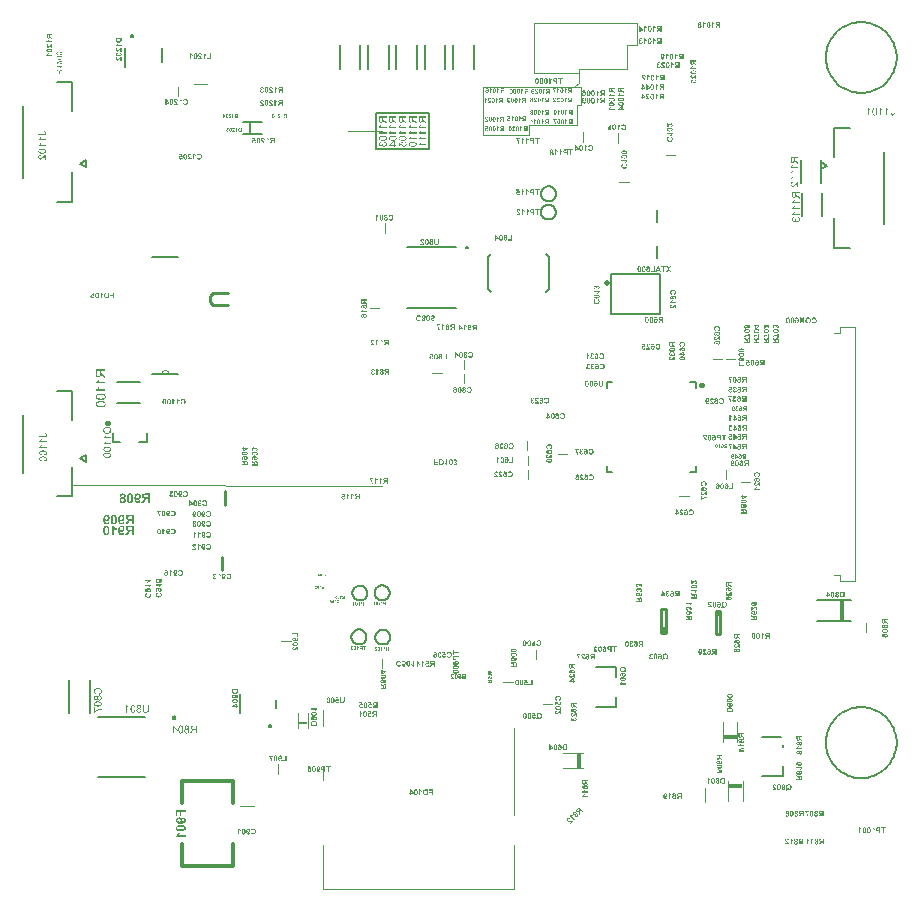
<source format=gbr>
%FSTAX23Y23*%
%MOIN*%
%SFA1B1*%

%IPPOS*%
%ADD138C,0.010000*%
%ADD139C,0.009843*%
%ADD140C,0.007874*%
%ADD141C,0.005000*%
%ADD144C,0.006000*%
%ADD145C,0.004000*%
%ADD147C,0.003000*%
%ADD149R,0.049212X0.012000*%
%ADD150C,0.000000*%
%ADD151C,0.012000*%
%ADD152C,0.005905*%
%ADD153R,0.013780X0.018701*%
%ADD154R,0.012000X0.049212*%
%ADD155R,0.015000X0.068000*%
%ADD156R,0.031496X0.007000*%
%LNx98_carrier_v1r2_12082022_legend_bot-1*%
%LPD*%
G36*
X00625Y02723D02*
X00625Y02723D01*
X00626Y02723*
X00626Y02722*
X00627Y02722*
X00627Y02722*
X00627Y02722*
X00627Y02722*
X00628Y02722*
X00628Y02722*
X00628Y02722*
X00628Y02722*
X00629Y02721*
X00629Y02721*
X00629Y02721*
X00629Y02721*
X00629Y02721*
X00629Y02721*
X0063Y0272*
X0063Y0272*
X0063Y0272*
X0063Y02719*
X0063Y02719*
X0063Y02718*
X00631Y02718*
X00631Y02718*
X00631Y02717*
X00631Y02717*
X00631Y02717*
X00631Y02717*
Y02717*
X00627Y02717*
X00627Y02717*
X00627Y02718*
X00627Y02718*
X00627Y02718*
X00627Y02719*
X00626Y02719*
X00626Y02719*
X00626Y02719*
X00626Y02719*
X00626Y02719*
X00625Y02719*
X00625Y0272*
X00625Y0272*
X00625Y0272*
X00624*
X00624Y0272*
X00624Y02719*
X00623Y02719*
X00623Y02719*
X00623Y02719*
X00623Y02719*
X00623Y02719*
X00623Y02719*
X00622Y02719*
X00622Y02718*
X00622Y02718*
X00622Y02718*
X00622Y02717*
X00622Y02717*
Y02717*
Y02717*
Y02717*
X00622Y02717*
X00622Y02716*
X00622Y02716*
X00622Y02715*
X00622Y02715*
X00623Y02715*
X00623Y02715*
X00623Y02715*
Y02715*
X00623Y02715*
X00623Y02714*
X00623Y02714*
X00623Y02714*
X00624Y02713*
X00624Y02713*
X00625Y02712*
X00625Y02712*
X00625Y02712*
X00626Y02712*
X00626Y02712*
X00626Y02712*
X00626Y02712*
X00626Y02711*
X00627Y02711*
X00627Y0271*
X00628Y0271*
X00628Y02709*
X00628Y02709*
X00629Y02709*
X00629Y02708*
X00629Y02708*
X00629Y02708*
X0063Y02707*
X0063Y02707*
X0063Y02707*
X0063Y02707*
X0063Y02707*
X0063Y02707*
X0063Y02706*
X00631Y02706*
X00631Y02705*
X00631Y02704*
X00631Y02704*
X00631Y02704*
X00631Y02704*
X00631Y02704*
X00631Y02704*
X00631Y02703*
Y02703*
Y02703*
X00618*
Y02707*
X00626*
X00625Y02707*
X00625Y02707*
X00625Y02708*
X00625Y02708*
X00625Y02708*
X00625Y02708*
X00625Y02708*
X00625Y02708*
X00624Y02708*
X00624Y02709*
X00624Y02709*
X00623Y02709*
X00623Y0271*
X00623Y0271*
X00623Y0271*
X00623Y0271*
X00623Y0271*
X00622Y0271*
X00622Y0271*
X00622Y02711*
X00621Y02711*
X00621Y02712*
X00621Y02712*
X0062Y02712*
X0062Y02712*
X0062Y02712*
X0062Y02713*
X0062Y02713*
X00619Y02714*
X00619Y02714*
X00619Y02714*
X00619Y02715*
X00619Y02715*
X00619Y02715*
Y02715*
X00619Y02715*
X00618Y02716*
X00618Y02716*
X00618Y02716*
X00618Y02717*
X00618Y02717*
Y02717*
Y02717*
Y02717*
Y02717*
X00618Y02718*
X00618Y02718*
X00618Y02718*
X00619Y02719*
X00619Y02719*
X00619Y0272*
X00619Y0272*
X00619Y0272*
X00619Y0272*
X0062Y02721*
X0062Y02721*
X0062Y02721*
X0062Y02721*
X0062Y02721*
X0062Y02721*
X0062Y02721*
X00621Y02722*
X00621Y02722*
X00621Y02722*
X00622Y02722*
X00622Y02722*
X00623Y02722*
X00623Y02723*
X00623Y02723*
X00624Y02723*
X00624Y02723*
X00624Y02723*
X00624*
X00625Y02723*
G37*
G36*
X00639Y02722D02*
X00639Y02722D01*
X0064Y02721*
X0064Y02721*
X00641Y0272*
X00641Y0272*
X00641Y0272*
X00641Y0272*
X00641Y0272*
X00641Y0272*
X00642Y0272*
X00642Y0272*
X00642Y02719*
X00643Y02719*
X00643Y02718*
X00644Y02718*
X00644Y02718*
X00644Y02718*
X00644Y02718*
X00644Y02718*
X00645Y02718*
X00645Y02718*
X00645*
Y02714*
X00644Y02715*
X00643Y02715*
X00642Y02715*
X00642Y02716*
X00642Y02716*
X00641Y02716*
X00641Y02716*
X00641Y02717*
X0064Y02717*
X0064Y02717*
X0064Y02717*
X0064Y02717*
X0064Y02717*
X0064Y02717*
Y02703*
X00636*
Y02723*
X00639*
X00639Y02722*
G37*
G36*
X00595D02*
X00595Y02722D01*
X00595Y02721*
X00595Y02721*
X00596Y0272*
X00596Y0272*
X00596Y0272*
X00596Y0272*
X00597Y0272*
X00597Y0272*
X00597Y0272*
X00597Y0272*
X00597Y02719*
X00598Y02719*
X00598Y02718*
X00599Y02718*
X00599Y02718*
X00599Y02718*
X006Y02718*
X006Y02718*
X006Y02718*
X006Y02718*
X006*
Y02714*
X00599Y02715*
X00598Y02715*
X00598Y02715*
X00597Y02716*
X00597Y02716*
X00596Y02716*
X00596Y02716*
X00596Y02717*
X00596Y02717*
X00595Y02717*
X00595Y02717*
X00595Y02717*
X00595Y02717*
X00595Y02717*
Y02703*
X00591*
Y02723*
X00594*
X00595Y02722*
G37*
G36*
X00661Y02703D02*
X00648D01*
Y02707*
X00657*
Y02722*
X00661*
Y02703*
G37*
G36*
X0061Y02723D02*
X00611Y02723D01*
X00611Y02722*
X00611Y02722*
X00612Y02722*
X00612Y02722*
X00612Y02722*
X00613Y02722*
X00613Y02721*
X00613Y02721*
X00613Y02721*
X00614Y02721*
X00614Y02721*
X00614Y02721*
X00614Y02721*
X00614Y02721*
X00614Y0272*
X00615Y0272*
X00615Y02719*
X00615Y02718*
X00615Y02718*
X00615Y02717*
X00615Y02716*
X00616Y02716*
X00616Y02715*
X00616Y02715*
X00616Y02714*
X00616Y02714*
Y02713*
X00616Y02713*
Y02713*
Y02713*
Y02713*
Y02713*
Y02713*
X00616Y02712*
X00616Y02711*
X00616Y0271*
X00616Y02709*
X00615Y02709*
X00615Y02708*
X00615Y02707*
X00615Y02707*
X00615Y02706*
X00615Y02706*
X00614Y02706*
X00614Y02706*
X00614Y02705*
X00614Y02705*
X00614Y02705*
X00614Y02705*
X00614Y02705*
X00613Y02704*
X00613Y02704*
X00613Y02704*
X00612Y02704*
X00612Y02703*
X00612Y02703*
X00611Y02703*
X00611Y02703*
X00611Y02703*
X0061Y02703*
X0061Y02703*
X0061*
X0061Y02703*
X0061*
X00609Y02703*
X00609Y02703*
X00608Y02703*
X00608Y02703*
X00607Y02703*
X00607Y02704*
X00607Y02704*
X00606Y02704*
X00606Y02704*
X00606Y02704*
X00606Y02704*
X00605Y02705*
X00605Y02705*
X00605Y02705*
X00605Y02705*
X00605Y02705*
X00605Y02705*
X00605Y02706*
X00604Y02707*
X00604Y02707*
X00604Y02708*
X00604Y02708*
X00604Y02709*
X00604Y0271*
X00603Y0271*
X00603Y02711*
X00603Y02711*
X00603Y02712*
X00603Y02712*
Y02712*
Y02713*
Y02713*
Y02713*
Y02713*
Y02713*
X00603Y02714*
X00603Y02715*
X00603Y02716*
X00604Y02716*
X00604Y02717*
X00604Y02718*
X00604Y02718*
X00604Y02719*
X00604Y02719*
X00605Y0272*
X00605Y0272*
X00605Y0272*
X00605Y0272*
X00605Y02721*
X00605Y02721*
X00605Y02721*
X00605Y02721*
X00606Y02721*
X00606Y02722*
X00607Y02722*
X00607Y02722*
X00607Y02722*
X00608Y02722*
X00608Y02722*
X00608Y02722*
X00609Y02723*
X00609Y02723*
X00609Y02723*
X00609Y02723*
X0061*
X0061Y02723*
G37*
G36*
X01934Y01688D02*
X01934Y01688D01*
X01935Y01688*
X01935Y01688*
X01936Y01688*
X01936Y01688*
X01936Y01688*
X01936Y01688*
X01936Y01688*
X01936*
X01936Y01687*
X01937Y01687*
X01937Y01687*
X01937Y01687*
X01938Y01686*
X01938Y01686*
X01938Y01686*
X01938Y01686*
X01938Y01686*
X01938Y01685*
X01939Y01685*
X01939Y01684*
X01939Y01684*
X01939Y01684*
X01939Y01683*
X01939Y01683*
X01939Y01683*
X01939Y01683*
Y01683*
X01936Y01683*
X01936Y01683*
X01935Y01683*
X01935Y01684*
X01935Y01684*
X01935Y01684*
X01935Y01684*
X01935Y01684*
X01935Y01684*
X01935Y01685*
X01934Y01685*
X01934Y01685*
X01934Y01685*
X01934Y01685*
X01933Y01685*
X01933*
X01933Y01685*
X01933Y01685*
X01932Y01685*
X01932Y01685*
X01932Y01685*
X01932Y01685*
X01932Y01685*
X01932Y01685*
X01932Y01684*
X01931Y01684*
X01931Y01684*
X01931Y01684*
X01931Y01683*
X01931Y01683*
Y01683*
Y01683*
X01931Y01683*
X01931Y01682*
X01931Y01682*
X01932Y01682*
X01932Y01681*
X01932Y01681*
X01932Y01681*
X01932Y01681*
X01932Y01681*
X01933Y01681*
X01933Y01681*
X01933Y01681*
X01934Y01681*
X01934Y01681*
X01934*
X01935Y01678*
X01934Y01678*
X01934Y01678*
X01934Y01678*
X01933Y01678*
X01933*
X01933Y01678*
X01933*
X01933Y01678*
X01932Y01678*
X01932Y01678*
X01932Y01677*
X01931Y01677*
X01931Y01677*
X01931Y01677*
X01931Y01677*
X01931Y01677*
X01931Y01676*
X01931Y01676*
X0193Y01676*
X0193Y01675*
X0193Y01675*
Y01675*
Y01675*
Y01675*
Y01675*
X0193Y01674*
X0193Y01674*
X01931Y01673*
X01931Y01673*
X01931Y01673*
X01931Y01673*
X01931Y01672*
X01931Y01672*
X01931Y01672*
X01932Y01672*
X01932Y01672*
X01932Y01672*
X01933Y01672*
X01933Y01672*
X01933Y01672*
X01933*
X01933Y01672*
X01934Y01672*
X01934Y01672*
X01934Y01672*
X01935Y01672*
X01935Y01672*
X01935Y01672*
X01935Y01672*
X01935Y01673*
X01935Y01673*
X01935Y01673*
X01936Y01674*
X01936Y01674*
X01936Y01674*
Y01674*
X01936Y01674*
Y01674*
Y01674*
X01939Y01674*
X01939Y01673*
X01939Y01673*
X01939Y01673*
X01939Y01672*
X01939Y01672*
X01939Y01672*
X01938Y01671*
X01938Y01671*
X01938Y01671*
X01938Y01671*
X01938Y0167*
X01938Y0167*
X01938Y0167*
X01937Y0167*
X01937Y0167*
X01937Y0167*
X01937Y0167*
X01937Y0167*
X01936Y01669*
X01936Y01669*
X01936Y01669*
X01935Y01669*
X01935Y01669*
X01934Y01669*
X01934Y01669*
X01934Y01669*
X01933Y01669*
X01933Y01669*
X01933*
X01933Y01669*
X01932Y01669*
X01932Y01669*
X01931Y01669*
X01931Y01669*
X0193Y01669*
X0193Y01669*
X0193Y01669*
X01929Y0167*
X01929Y0167*
X01929Y0167*
X01929Y0167*
X01929Y0167*
X01928Y0167*
X01928Y0167*
X01928Y0167*
X01928Y01671*
X01928Y01671*
X01928Y01671*
X01927Y01672*
X01927Y01672*
X01927Y01672*
X01927Y01673*
X01927Y01673*
X01927Y01673*
X01927Y01674*
X01927Y01674*
X01927Y01674*
X01927Y01674*
Y01675*
Y01675*
Y01675*
X01927Y01675*
X01927Y01676*
X01927Y01676*
X01927Y01677*
X01927Y01677*
X01927Y01677*
X01927Y01677*
X01928Y01678*
X01928Y01678*
Y01678*
X01928Y01678*
X01928Y01678*
X01929Y01679*
X01929Y01679*
X0193Y01679*
X0193Y01679*
X0193Y01679*
X0193Y01679*
X0193Y01679*
X0193Y01679*
X0193*
X0193Y0168*
X01929Y0168*
X01929Y0168*
X01929Y0168*
X01928Y01681*
X01928Y01681*
X01928Y01681*
X01928Y01682*
X01928Y01682*
X01928Y01682*
X01927Y01683*
X01927Y01683*
X01927Y01683*
X01927Y01683*
Y01683*
Y01683*
X01927Y01684*
X01927Y01684*
X01928Y01685*
X01928Y01685*
X01928Y01686*
X01928Y01686*
X01928Y01686*
X01929Y01686*
X01929Y01686*
X01929Y01686*
X01929Y01686*
X01929Y01686*
X01929Y01687*
X01929Y01687*
X0193Y01687*
X0193Y01687*
X01931Y01688*
X01931Y01688*
X01931Y01688*
X01932Y01688*
X01932Y01688*
X01932Y01688*
X01932Y01688*
X01933Y01688*
X01933Y01688*
X01933*
X01934Y01688*
G37*
G36*
X01919D02*
X01919Y01688D01*
X0192Y01688*
X0192Y01688*
X01921Y01688*
X01921Y01688*
X01921Y01688*
X01921Y01688*
X01921Y01688*
X01921*
X01922Y01687*
X01922Y01687*
X01922Y01687*
X01923Y01687*
X01923Y01686*
X01923Y01686*
X01923Y01686*
X01923Y01686*
X01923Y01686*
X01924Y01685*
X01924Y01685*
X01924Y01684*
X01924Y01684*
X01924Y01684*
X01924Y01683*
X01924Y01683*
X01924Y01683*
X01924Y01683*
Y01683*
X01921Y01683*
X01921Y01683*
X01921Y01683*
X0192Y01684*
X0192Y01684*
X0192Y01684*
X0192Y01684*
X0192Y01684*
X0192Y01684*
X0192Y01685*
X01919Y01685*
X01919Y01685*
X01919Y01685*
X01919Y01685*
X01918Y01685*
X01918*
X01918Y01685*
X01918Y01685*
X01917Y01685*
X01917Y01685*
X01917Y01685*
X01917Y01685*
X01917Y01685*
X01917Y01685*
X01917Y01684*
X01916Y01684*
X01916Y01684*
X01916Y01684*
X01916Y01683*
X01916Y01683*
Y01683*
Y01683*
X01916Y01683*
X01916Y01682*
X01916Y01682*
X01917Y01682*
X01917Y01681*
X01917Y01681*
X01917Y01681*
X01917Y01681*
X01917Y01681*
X01918Y01681*
X01918Y01681*
X01918Y01681*
X01919Y01681*
X01919Y01681*
X01919*
X0192Y01678*
X01919Y01678*
X01919Y01678*
X01919Y01678*
X01918Y01678*
X01918*
X01918Y01678*
X01918*
X01918Y01678*
X01917Y01678*
X01917Y01678*
X01917Y01677*
X01916Y01677*
X01916Y01677*
X01916Y01677*
X01916Y01677*
X01916Y01677*
X01916Y01676*
X01916Y01676*
X01916Y01676*
X01915Y01675*
X01915Y01675*
Y01675*
Y01675*
Y01675*
Y01675*
X01915Y01674*
X01916Y01674*
X01916Y01673*
X01916Y01673*
X01916Y01673*
X01916Y01673*
X01916Y01672*
X01916Y01672*
X01917Y01672*
X01917Y01672*
X01917Y01672*
X01917Y01672*
X01918Y01672*
X01918Y01672*
X01918Y01672*
X01918*
X01918Y01672*
X01919Y01672*
X01919Y01672*
X01919Y01672*
X0192Y01672*
X0192Y01672*
X0192Y01672*
X0192Y01672*
X0192Y01673*
X0192Y01673*
X01921Y01673*
X01921Y01674*
X01921Y01674*
X01921Y01674*
Y01674*
X01921Y01674*
Y01674*
Y01674*
X01924Y01674*
X01924Y01673*
X01924Y01673*
X01924Y01673*
X01924Y01672*
X01924Y01672*
X01924Y01672*
X01923Y01671*
X01923Y01671*
X01923Y01671*
X01923Y01671*
X01923Y0167*
X01923Y0167*
X01923Y0167*
X01923Y0167*
X01922Y0167*
X01922Y0167*
X01922Y0167*
X01922Y0167*
X01921Y01669*
X01921Y01669*
X01921Y01669*
X0192Y01669*
X0192Y01669*
X01919Y01669*
X01919Y01669*
X01919Y01669*
X01919Y01669*
X01918Y01669*
X01918*
X01918Y01669*
X01917Y01669*
X01917Y01669*
X01916Y01669*
X01916Y01669*
X01915Y01669*
X01915Y01669*
X01915Y01669*
X01914Y0167*
X01914Y0167*
X01914Y0167*
X01914Y0167*
X01914Y0167*
X01914Y0167*
X01914Y0167*
X01913Y0167*
X01913Y01671*
X01913Y01671*
X01913Y01671*
X01912Y01672*
X01912Y01672*
X01912Y01672*
X01912Y01673*
X01912Y01673*
X01912Y01673*
X01912Y01674*
X01912Y01674*
X01912Y01674*
X01912Y01674*
Y01675*
Y01675*
Y01675*
X01912Y01675*
X01912Y01676*
X01912Y01676*
X01912Y01677*
X01912Y01677*
X01912Y01677*
X01913Y01677*
X01913Y01678*
X01913Y01678*
Y01678*
X01913Y01678*
X01913Y01678*
X01914Y01679*
X01914Y01679*
X01915Y01679*
X01915Y01679*
X01915Y01679*
X01915Y01679*
X01915Y01679*
X01915Y01679*
X01915*
X01915Y0168*
X01914Y0168*
X01914Y0168*
X01914Y0168*
X01913Y01681*
X01913Y01681*
X01913Y01681*
X01913Y01682*
X01913Y01682*
X01913Y01682*
X01913Y01683*
X01913Y01683*
X01913Y01683*
X01912Y01683*
Y01683*
Y01683*
X01913Y01684*
X01913Y01684*
X01913Y01685*
X01913Y01685*
X01913Y01686*
X01913Y01686*
X01914Y01686*
X01914Y01686*
X01914Y01686*
X01914Y01686*
X01914Y01686*
X01914Y01686*
X01914Y01687*
X01915Y01687*
X01915Y01687*
X01915Y01687*
X01916Y01688*
X01916Y01688*
X01916Y01688*
X01917Y01688*
X01917Y01688*
X01917Y01688*
X01918Y01688*
X01918Y01688*
X01918Y01688*
X01918*
X01919Y01688*
G37*
G36*
X01948D02*
X01948Y01688D01*
X01949Y01688*
X01949Y01688*
X0195Y01688*
X0195Y01687*
X0195Y01687*
X01951Y01687*
X01951Y01687*
X01951Y01687*
X01952Y01686*
X01952Y01686*
X01952Y01686*
X01952Y01686*
X01952Y01686*
X01952Y01686*
X01953Y01685*
X01953Y01685*
X01953Y01684*
X01953Y01684*
X01953Y01683*
X01954Y01682*
X01954Y01682*
X01954Y01681*
X01954Y01681*
X01954Y0168*
X01954Y0168*
X01954Y01679*
Y01679*
X01954Y01679*
Y01678*
Y01678*
Y01678*
Y01678*
Y01678*
X01954Y01677*
X01954Y01676*
X01954Y01676*
X01954Y01675*
X01954Y01674*
X01954Y01674*
X01953Y01673*
X01953Y01673*
X01953Y01672*
X01953Y01672*
X01953Y01671*
X01953Y01671*
X01952Y01671*
X01952Y01671*
X01952Y01671*
X01952Y01671*
X01952Y0167*
X01952Y0167*
X01951Y0167*
X01951Y01669*
X0195Y01669*
X0195Y01669*
X0195Y01669*
X01949Y01669*
X01949Y01669*
X01948Y01669*
X01948Y01669*
X01948Y01669*
X01948*
X01948Y01669*
X01947*
X01947Y01669*
X01946Y01669*
X01946Y01669*
X01946Y01669*
X01945Y01669*
X01945Y01669*
X01945Y01669*
X01944Y01669*
X01944Y0167*
X01944Y0167*
X01944Y0167*
X01943Y0167*
X01943Y0167*
X01943Y0167*
X01943Y0167*
X01943Y0167*
X01943Y01671*
X01942Y01671*
X01942Y01671*
X01942Y01672*
X01942Y01672*
X01942Y01673*
X01942Y01673*
X01942Y01673*
X01941Y01674*
X01941Y01674*
X01941Y01674*
X01941Y01675*
X01941Y01675*
Y01675*
Y01675*
Y01675*
X01941Y01676*
X01941Y01676*
X01941Y01677*
X01942Y01677*
X01942Y01677*
X01942Y01678*
X01942Y01678*
X01942Y01678*
X01942Y01679*
X01942Y01679*
X01943Y01679*
X01943Y01679*
X01943Y01679*
X01943Y0168*
X01943Y0168*
X01943Y0168*
X01943Y0168*
X01944Y0168*
X01944Y0168*
X01944Y01681*
X01945Y01681*
X01945Y01681*
X01945Y01681*
X01946Y01681*
X01946Y01681*
X01946Y01681*
X01946Y01681*
X01947Y01681*
X01947Y01681*
X01947*
X01947Y01681*
X01948Y01681*
X01948Y01681*
X01948Y01681*
X01949Y01681*
X01949Y01681*
X0195Y0168*
X0195Y0168*
X0195Y0168*
X0195Y0168*
X0195Y0168*
X0195Y0168*
X0195Y0168*
X0195Y0168*
X0195Y0168*
X0195Y01681*
X0195Y01681*
X0195Y01682*
X0195Y01682*
X0195Y01683*
X0195Y01683*
X0195Y01683*
X0195Y01683*
X0195Y01684*
X0195Y01684*
X01949Y01684*
X01949Y01684*
X01949Y01684*
X01949Y01684*
X01949Y01684*
X01949Y01685*
X01948Y01685*
X01948Y01685*
X01948Y01685*
X01948Y01685*
X01947Y01685*
X01947*
X01947Y01685*
X01947Y01685*
X01947Y01685*
X01946Y01685*
X01946Y01685*
X01946Y01685*
X01946Y01685*
X01946Y01685*
X01946Y01684*
X01946Y01684*
X01945Y01684*
X01945Y01684*
X01945Y01683*
X01945Y01683*
X01945Y01683*
Y01683*
Y01683*
X01942Y01683*
X01942Y01684*
X01942Y01684*
X01942Y01685*
X01942Y01685*
X01942Y01685*
X01942Y01686*
X01943Y01686*
X01943Y01686*
X01943Y01686*
X01943Y01686*
X01943Y01687*
X01943Y01687*
X01943Y01687*
X01943Y01687*
X01943Y01687*
X01943Y01687*
X01944Y01687*
X01944Y01687*
X01944Y01688*
X01945Y01688*
X01945Y01688*
X01946Y01688*
X01946Y01688*
X01946Y01688*
X01947Y01688*
X01947*
X01947Y01688*
X01947*
X01948Y01688*
G37*
G36*
X01965Y01688D02*
X01966Y01688D01*
X01967Y01688*
X01967Y01688*
X01968Y01688*
X01968Y01688*
X01969Y01687*
X01969Y01687*
X0197Y01687*
X0197Y01687*
X0197Y01686*
X0197Y01686*
X01971Y01686*
X01971Y01686*
X01971Y01686*
X01971Y01686*
X01971Y01685*
X01972Y01685*
X01972Y01684*
X01972Y01684*
X01973Y01683*
X01973Y01682*
X01973Y01682*
X01973Y01681*
X01973Y01681*
X01973Y0168*
X01973Y0168*
X01973Y01679*
X01973Y01679*
X01973Y01679*
Y01678*
Y01678*
Y01678*
Y01678*
X01973Y01678*
X01973Y01677*
X01973Y01676*
X01973Y01675*
X01973Y01675*
X01973Y01674*
X01972Y01674*
X01972Y01673*
X01972Y01673*
X01972Y01672*
X01972Y01672*
X01971Y01672*
X01971Y01671*
X01971Y01671*
X01971Y01671*
X01971Y01671*
X0197Y01671*
X0197Y0167*
X01969Y0167*
X01969Y0167*
X01968Y01669*
X01968Y01669*
X01967Y01669*
X01967Y01669*
X01966Y01669*
X01966Y01669*
X01966Y01669*
X01965Y01669*
X01965Y01669*
X01965Y01669*
X01965*
X01964Y01669*
X01964Y01669*
X01963Y01669*
X01963Y01669*
X01962Y01669*
X01962Y01669*
X01961Y01669*
X01961Y01669*
X01961Y01669*
X0196Y0167*
X0196Y0167*
X0196Y0167*
X0196Y0167*
X0196Y0167*
X0196Y0167*
X0196Y0167*
X01959Y0167*
X01959Y01671*
X01959Y01671*
X01958Y01671*
X01958Y01672*
X01958Y01672*
X01957Y01673*
X01957Y01673*
X01957Y01674*
X01957Y01674*
X01957Y01674*
X01957Y01675*
X01957Y01675*
X01957Y01675*
Y01675*
X0196Y01676*
X01961Y01676*
X01961Y01675*
X01961Y01675*
X01961Y01675*
X01961Y01674*
X01961Y01674*
X01961Y01674*
X01961Y01674*
X01962Y01673*
X01962Y01673*
X01962Y01673*
X01962Y01673*
X01962Y01673*
X01962Y01673*
X01963Y01672*
X01963Y01672*
X01964Y01672*
X01964Y01672*
X01964Y01672*
X01965Y01672*
X01965*
X01965Y01672*
X01965Y01672*
X01966Y01672*
X01966Y01672*
X01967Y01672*
X01967Y01673*
X01967Y01673*
X01968Y01673*
X01968Y01673*
X01968Y01673*
X01968Y01673*
X01968Y01673*
X01968Y01673*
X01968Y01673*
X01968Y01674*
X01969Y01674*
X01969Y01674*
X01969Y01675*
X01969Y01676*
X01969Y01677*
X01969Y01677*
X01969Y01677*
X01969Y01678*
X01969Y01678*
X01969Y01678*
Y01678*
Y01679*
Y01679*
X01969Y01679*
X01969Y0168*
X01969Y0168*
X01969Y01681*
X01969Y01681*
X01969Y01682*
X01969Y01682*
X01969Y01682*
X01969Y01683*
X01968Y01683*
X01968Y01683*
X01968Y01683*
X01968Y01683*
X01968Y01684*
X01968Y01684*
X01968Y01684*
X01968Y01684*
X01968Y01684*
X01967Y01684*
X01967Y01684*
X01967Y01685*
X01966Y01685*
X01966Y01685*
X01965Y01685*
X01965Y01685*
X01965Y01685*
X01965Y01685*
X01965*
X01964Y01685*
X01964Y01685*
X01963Y01685*
X01963Y01685*
X01962Y01685*
X01962Y01684*
X01962Y01684*
X01962Y01684*
X01962Y01684*
X01961Y01684*
X01961Y01683*
X01961Y01683*
X01961Y01682*
X01961Y01682*
X01961Y01682*
X01961Y01682*
X01961Y01682*
Y01682*
X01957Y01683*
X01957Y01683*
X01957Y01684*
X01957Y01684*
X01957Y01684*
X01957Y01685*
X01958Y01685*
X01958Y01685*
X01958Y01685*
X01958Y01686*
X01958Y01686*
X01958Y01686*
X01958Y01686*
X01959Y01686*
X01959Y01686*
X01959Y01686*
X01959Y01686*
X01959Y01687*
X0196Y01687*
X0196Y01687*
X0196Y01688*
X01961Y01688*
X01961Y01688*
X01962Y01688*
X01962Y01688*
X01963Y01688*
X01963Y01688*
X01964Y01688*
X01964Y01688*
X01964*
X01964Y01688*
X01964*
X01965Y01688*
G37*
G36*
X01932Y01722D02*
X01933Y01722D01*
X01933Y01722*
X01934Y01722*
X01934Y01722*
X01934Y01722*
X01934Y01722*
X01934Y01722*
X01934Y01722*
X01934*
X01935Y01721*
X01935Y01721*
X01936Y01721*
X01936Y01721*
X01936Y0172*
X01936Y0172*
X01936Y0172*
X01936Y0172*
X01937Y0172*
X01937Y01719*
X01937Y01719*
X01937Y01718*
X01937Y01718*
X01937Y01718*
X01937Y01717*
X01937Y01717*
X01937Y01717*
X01937Y01717*
Y01717*
X01934Y01717*
X01934Y01717*
X01934Y01717*
X01934Y01718*
X01934Y01718*
X01933Y01718*
X01933Y01718*
X01933Y01718*
X01933Y01718*
X01933Y01719*
X01933Y01719*
X01932Y01719*
X01932Y01719*
X01932Y01719*
X01932Y01719*
X01932*
X01931Y01719*
X01931Y01719*
X01931Y01719*
X0193Y01719*
X0193Y01719*
X0193Y01719*
X0193Y01719*
X0193Y01719*
X0193Y01718*
X0193Y01718*
X0193Y01718*
X0193Y01718*
X0193Y01717*
X01929Y01717*
Y01717*
Y01717*
X0193Y01717*
X0193Y01716*
X0193Y01716*
X0193Y01716*
X0193Y01715*
X0193Y01715*
X0193Y01715*
X0193Y01715*
X01931Y01715*
X01931Y01715*
X01931Y01715*
X01932Y01715*
X01932Y01715*
X01932Y01715*
X01933*
X01933Y01712*
X01933Y01712*
X01932Y01712*
X01932Y01712*
X01932Y01712*
X01932*
X01931Y01712*
X01931*
X01931Y01712*
X01931Y01712*
X0193Y01712*
X0193Y01711*
X0193Y01711*
X0193Y01711*
X01929Y01711*
X01929Y01711*
X01929Y01711*
X01929Y0171*
X01929Y0171*
X01929Y0171*
X01929Y01709*
X01929Y01709*
Y01709*
Y01709*
Y01709*
Y01709*
X01929Y01708*
X01929Y01708*
X01929Y01707*
X01929Y01707*
X01929Y01707*
X01929Y01707*
X01929Y01706*
X0193Y01706*
X0193Y01706*
X0193Y01706*
X0193Y01706*
X01931Y01706*
X01931Y01706*
X01931Y01706*
X01931Y01706*
X01931*
X01932Y01706*
X01932Y01706*
X01932Y01706*
X01933Y01706*
X01933Y01706*
X01933Y01706*
X01933Y01706*
X01933Y01706*
X01933Y01707*
X01934Y01707*
X01934Y01707*
X01934Y01708*
X01934Y01708*
X01934Y01708*
Y01708*
X01934Y01708*
Y01708*
Y01708*
X01938Y01708*
X01938Y01707*
X01938Y01707*
X01937Y01707*
X01937Y01706*
X01937Y01706*
X01937Y01706*
X01937Y01705*
X01937Y01705*
X01936Y01705*
X01936Y01705*
X01936Y01704*
X01936Y01704*
X01936Y01704*
X01936Y01704*
X01936Y01704*
X01936Y01704*
X01935Y01704*
X01935Y01704*
X01935Y01703*
X01934Y01703*
X01934Y01703*
X01934Y01703*
X01933Y01703*
X01933Y01703*
X01932Y01703*
X01932Y01703*
X01932Y01703*
X01932Y01703*
X01931*
X01931Y01703*
X0193Y01703*
X0193Y01703*
X0193Y01703*
X01929Y01703*
X01929Y01703*
X01928Y01703*
X01928Y01703*
X01928Y01704*
X01928Y01704*
X01927Y01704*
X01927Y01704*
X01927Y01704*
X01927Y01704*
X01927Y01704*
X01927Y01704*
X01926Y01705*
X01926Y01705*
X01926Y01705*
X01926Y01706*
X01926Y01706*
X01925Y01706*
X01925Y01707*
X01925Y01707*
X01925Y01707*
X01925Y01708*
X01925Y01708*
X01925Y01708*
X01925Y01708*
Y01709*
Y01709*
Y01709*
X01925Y01709*
X01925Y0171*
X01925Y0171*
X01925Y01711*
X01926Y01711*
X01926Y01711*
X01926Y01711*
X01926Y01712*
X01926Y01712*
Y01712*
X01926Y01712*
X01927Y01712*
X01927Y01713*
X01928Y01713*
X01928Y01713*
X01928Y01713*
X01928Y01713*
X01928Y01713*
X01928Y01713*
X01929Y01713*
X01929*
X01928Y01714*
X01928Y01714*
X01927Y01714*
X01927Y01714*
X01927Y01715*
X01926Y01715*
X01926Y01715*
X01926Y01716*
X01926Y01716*
X01926Y01716*
X01926Y01717*
X01926Y01717*
X01926Y01717*
X01926Y01717*
Y01717*
Y01717*
X01926Y01718*
X01926Y01718*
X01926Y01719*
X01926Y01719*
X01926Y0172*
X01927Y0172*
X01927Y0172*
X01927Y0172*
X01927Y0172*
X01927Y0172*
X01927Y0172*
X01927Y0172*
X01927Y01721*
X01928Y01721*
X01928Y01721*
X01929Y01721*
X01929Y01722*
X01929Y01722*
X0193Y01722*
X0193Y01722*
X0193Y01722*
X01931Y01722*
X01931Y01722*
X01931Y01722*
X01931Y01722*
X01932*
X01932Y01722*
G37*
G36*
X01916Y01722D02*
X01917Y01722D01*
X01917Y01721*
X01917Y0172*
X01918Y0172*
X01918Y0172*
X01918Y01719*
X01918Y01719*
X01918Y01719*
X01918Y01719*
X01919Y01719*
X01919Y01719*
X01919Y01719*
X0192Y01718*
X0192Y01718*
X01921Y01718*
X01921Y01718*
X01921Y01717*
X01921Y01717*
X01922Y01717*
X01922Y01717*
X01922Y01717*
X01922*
Y01714*
X01921Y01714*
X0192Y01715*
X01919Y01715*
X01919Y01715*
X01919Y01715*
X01918Y01716*
X01918Y01716*
X01918Y01716*
X01917Y01716*
X01917Y01716*
X01917Y01717*
X01917Y01717*
X01917Y01717*
X01917Y01717*
Y01703*
X01913*
Y01722*
X01916*
X01916Y01722*
G37*
G36*
X01946Y01722D02*
X01947Y01722D01*
X01947Y01722*
X01948Y01722*
X01948Y01722*
X01948Y01721*
X01949Y01721*
X01949Y01721*
X01949Y01721*
X0195Y01721*
X0195Y0172*
X0195Y0172*
X0195Y0172*
X0195Y0172*
X01951Y0172*
X01951Y0172*
X01951Y01719*
X01951Y01719*
X01951Y01718*
X01952Y01718*
X01952Y01717*
X01952Y01716*
X01952Y01716*
X01952Y01715*
X01952Y01715*
X01952Y01714*
X01952Y01714*
X01952Y01713*
Y01713*
X01952Y01713*
Y01712*
Y01712*
Y01712*
Y01712*
Y01712*
X01952Y01711*
X01952Y0171*
X01952Y0171*
X01952Y01709*
X01952Y01708*
X01952Y01708*
X01952Y01707*
X01952Y01707*
X01951Y01706*
X01951Y01706*
X01951Y01705*
X01951Y01705*
X01951Y01705*
X01951Y01705*
X01951Y01705*
X01951Y01705*
X0195Y01704*
X0195Y01704*
X01949Y01704*
X01949Y01703*
X01949Y01703*
X01948Y01703*
X01948Y01703*
X01948Y01703*
X01947Y01703*
X01947Y01703*
X01947Y01703*
X01946Y01703*
X01946*
X01946Y01703*
X01946*
X01945Y01703*
X01945Y01703*
X01944Y01703*
X01944Y01703*
X01944Y01703*
X01943Y01703*
X01943Y01703*
X01943Y01703*
X01942Y01704*
X01942Y01704*
X01942Y01704*
X01942Y01704*
X01942Y01704*
X01941Y01704*
X01941Y01704*
X01941Y01704*
X01941Y01705*
X01941Y01705*
X01941Y01705*
X0194Y01706*
X0194Y01706*
X0194Y01707*
X0194Y01707*
X0194Y01707*
X0194Y01708*
X0194Y01708*
X0194Y01708*
X0194Y01709*
X0194Y01709*
Y01709*
Y01709*
Y01709*
X0194Y0171*
X0194Y0171*
X0194Y01711*
X0194Y01711*
X0194Y01711*
X0194Y01712*
X0194Y01712*
X0194Y01712*
X01941Y01713*
X01941Y01713*
X01941Y01713*
X01941Y01713*
X01941Y01713*
X01941Y01714*
X01941Y01714*
X01941Y01714*
X01942Y01714*
X01942Y01714*
X01942Y01714*
X01943Y01715*
X01943Y01715*
X01943Y01715*
X01944Y01715*
X01944Y01715*
X01944Y01715*
X01944Y01715*
X01945Y01715*
X01945Y01715*
X01945Y01715*
X01945*
X01946Y01715*
X01946Y01715*
X01946Y01715*
X01947Y01715*
X01947Y01715*
X01948Y01715*
X01948Y01714*
X01948Y01714*
X01948Y01714*
X01948Y01714*
X01949Y01714*
X01949Y01714*
X01949Y01714*
X01949Y01714*
X01949Y01714*
X01949Y01715*
X01949Y01715*
X01948Y01716*
X01948Y01716*
X01948Y01717*
X01948Y01717*
X01948Y01717*
X01948Y01717*
X01948Y01718*
X01948Y01718*
X01948Y01718*
X01948Y01718*
X01948Y01718*
X01948Y01718*
X01947Y01718*
X01947Y01719*
X01947Y01719*
X01946Y01719*
X01946Y01719*
X01946Y01719*
X01946Y01719*
X01946*
X01945Y01719*
X01945Y01719*
X01945Y01719*
X01945Y01719*
X01945Y01719*
X01944Y01719*
X01944Y01719*
X01944Y01719*
X01944Y01718*
X01944Y01718*
X01944Y01718*
X01944Y01718*
X01944Y01717*
X01944Y01717*
X01944Y01717*
Y01717*
Y01717*
X0194Y01717*
X0194Y01718*
X0194Y01718*
X0194Y01719*
X0194Y01719*
X01941Y01719*
X01941Y0172*
X01941Y0172*
X01941Y0172*
X01941Y0172*
X01941Y0172*
X01942Y01721*
X01942Y01721*
X01942Y01721*
X01942Y01721*
X01942Y01721*
X01942Y01721*
X01942Y01721*
X01942Y01721*
X01943Y01722*
X01943Y01722*
X01944Y01722*
X01944Y01722*
X01944Y01722*
X01945Y01722*
X01945Y01722*
X01945*
X01945Y01722*
X01945*
X01946Y01722*
G37*
G36*
X01964Y01722D02*
X01964Y01722D01*
X01965Y01722*
X01966Y01722*
X01966Y01722*
X01967Y01722*
X01967Y01721*
X01968Y01721*
X01968Y01721*
X01968Y01721*
X01969Y0172*
X01969Y0172*
X01969Y0172*
X01969Y0172*
X01969Y0172*
X01969Y0172*
X0197Y01719*
X0197Y01719*
X0197Y01718*
X01971Y01718*
X01971Y01717*
X01971Y01716*
X01971Y01716*
X01971Y01715*
X01972Y01715*
X01972Y01714*
X01972Y01714*
X01972Y01713*
X01972Y01713*
X01972Y01713*
Y01712*
Y01712*
Y01712*
Y01712*
X01972Y01712*
X01972Y01711*
X01972Y0171*
X01971Y01709*
X01971Y01709*
X01971Y01708*
X01971Y01708*
X01971Y01707*
X0197Y01707*
X0197Y01706*
X0197Y01706*
X0197Y01706*
X0197Y01705*
X01969Y01705*
X01969Y01705*
X01969Y01705*
X01969Y01705*
X01968Y01704*
X01968Y01704*
X01967Y01704*
X01967Y01703*
X01966Y01703*
X01966Y01703*
X01965Y01703*
X01965Y01703*
X01964Y01703*
X01964Y01703*
X01964Y01703*
X01963Y01703*
X01963Y01703*
X01963*
X01962Y01703*
X01962Y01703*
X01961Y01703*
X01961Y01703*
X0196Y01703*
X0196Y01703*
X0196Y01703*
X01959Y01703*
X01959Y01703*
X01959Y01704*
X01958Y01704*
X01958Y01704*
X01958Y01704*
X01958Y01704*
X01958Y01704*
X01958Y01704*
X01958Y01704*
X01957Y01705*
X01957Y01705*
X01957Y01705*
X01956Y01706*
X01956Y01706*
X01956Y01707*
X01956Y01707*
X01955Y01708*
X01955Y01708*
X01955Y01708*
X01955Y01709*
X01955Y01709*
X01955Y01709*
Y01709*
X01959Y0171*
X01959Y0171*
X01959Y01709*
X01959Y01709*
X01959Y01709*
X01959Y01708*
X0196Y01708*
X0196Y01708*
X0196Y01708*
X0196Y01707*
X0196Y01707*
X0196Y01707*
X0196Y01707*
X0196Y01707*
X01961Y01707*
X01961Y01706*
X01962Y01706*
X01962Y01706*
X01963Y01706*
X01963Y01706*
X01963Y01706*
X01963*
X01963Y01706*
X01964Y01706*
X01964Y01706*
X01964Y01706*
X01965Y01706*
X01966Y01707*
X01966Y01707*
X01966Y01707*
X01966Y01707*
X01966Y01707*
X01966Y01707*
X01966Y01707*
X01966Y01707*
X01966Y01707*
X01967Y01708*
X01967Y01708*
X01967Y01708*
X01967Y01709*
X01967Y0171*
X01968Y01711*
X01968Y01711*
X01968Y01711*
X01968Y01712*
X01968Y01712*
X01968Y01712*
Y01712*
Y01713*
Y01713*
X01968Y01713*
X01968Y01714*
X01968Y01714*
X01968Y01715*
X01967Y01715*
X01967Y01716*
X01967Y01716*
X01967Y01716*
X01967Y01717*
X01967Y01717*
X01967Y01717*
X01967Y01717*
X01967Y01717*
X01966Y01718*
X01966Y01718*
X01966Y01718*
X01966Y01718*
X01966Y01718*
X01966Y01718*
X01965Y01718*
X01965Y01719*
X01965Y01719*
X01964Y01719*
X01964Y01719*
X01964Y01719*
X01963Y01719*
X01963Y01719*
X01963*
X01962Y01719*
X01962Y01719*
X01961Y01719*
X01961Y01719*
X01961Y01719*
X01961Y01718*
X0196Y01718*
X0196Y01718*
X0196Y01718*
X0196Y01718*
X01959Y01717*
X01959Y01717*
X01959Y01716*
X01959Y01716*
X01959Y01716*
X01959Y01716*
X01959Y01716*
Y01716*
X01955Y01717*
X01955Y01717*
X01955Y01718*
X01955Y01718*
X01956Y01718*
X01956Y01719*
X01956Y01719*
X01956Y01719*
X01956Y01719*
X01956Y0172*
X01957Y0172*
X01957Y0172*
X01957Y0172*
X01957Y0172*
X01957Y0172*
X01957Y0172*
X01957Y0172*
X01957Y01721*
X01958Y01721*
X01958Y01721*
X01959Y01722*
X01959Y01722*
X0196Y01722*
X0196Y01722*
X01961Y01722*
X01961Y01722*
X01962Y01722*
X01962Y01722*
X01962Y01722*
X01962*
X01963Y01722*
X01963*
X01964Y01722*
G37*
G36*
X01815Y01523D02*
X01815Y01523D01*
X01816Y01523*
X01816Y01523*
X01817Y01523*
X01817Y01522*
X01818Y01522*
X01818Y01522*
X01818Y01522*
X01819Y01522*
X01819Y01521*
X01819Y01521*
X01819Y01521*
X01819Y01521*
X01819Y01521*
X01819Y01521*
X0182Y0152*
X0182Y0152*
X0182Y01519*
X01821Y01519*
X01821Y01518*
X01821Y01517*
X01821Y01517*
X01821Y01516*
X01821Y01516*
X01821Y01515*
X01821Y01515*
X01821Y01514*
Y01514*
X01821Y01514*
Y01513*
Y01513*
Y01513*
Y01513*
Y01513*
X01821Y01512*
X01821Y01511*
X01821Y01511*
X01821Y0151*
X01821Y01509*
X01821Y01509*
X01821Y01508*
X0182Y01508*
X0182Y01507*
X0182Y01507*
X0182Y01506*
X0182Y01506*
X0182Y01506*
X0182Y01506*
X0182Y01506*
X0182Y01506*
X01819Y01505*
X01819Y01505*
X01818Y01505*
X01818Y01504*
X01818Y01504*
X01817Y01504*
X01817Y01504*
X01816Y01504*
X01816Y01504*
X01816Y01504*
X01815Y01504*
X01815Y01504*
X01815*
X01815Y01504*
X01815*
X01814Y01504*
X01814Y01504*
X01813Y01504*
X01813Y01504*
X01812Y01504*
X01812Y01504*
X01812Y01504*
X01811Y01504*
X01811Y01505*
X01811Y01505*
X01811Y01505*
X01811Y01505*
X0181Y01505*
X0181Y01505*
X0181Y01505*
X0181Y01505*
X0181Y01506*
X0181Y01506*
X01809Y01506*
X01809Y01507*
X01809Y01507*
X01809Y01508*
X01809Y01508*
X01809Y01508*
X01809Y01509*
X01809Y01509*
X01809Y01509*
X01809Y0151*
X01809Y0151*
Y0151*
Y0151*
Y0151*
X01809Y01511*
X01809Y01511*
X01809Y01512*
X01809Y01512*
X01809Y01512*
X01809Y01513*
X01809Y01513*
X01809Y01513*
X0181Y01514*
X0181Y01514*
X0181Y01514*
X0181Y01514*
X0181Y01514*
X0181Y01515*
X0181Y01515*
X0181Y01515*
X01811Y01515*
X01811Y01515*
X01811Y01515*
X01811Y01516*
X01812Y01516*
X01812Y01516*
X01812Y01516*
X01813Y01516*
X01813Y01516*
X01813Y01516*
X01814Y01516*
X01814Y01516*
X01814Y01516*
X01814*
X01815Y01516*
X01815Y01516*
X01815Y01516*
X01816Y01516*
X01816Y01516*
X01817Y01516*
X01817Y01515*
X01817Y01515*
X01817Y01515*
X01817Y01515*
X01817Y01515*
X01817Y01515*
X01818Y01515*
X01818Y01515*
X01818Y01515*
X01817Y01516*
X01817Y01516*
X01817Y01517*
X01817Y01517*
X01817Y01518*
X01817Y01518*
X01817Y01518*
X01817Y01518*
X01817Y01519*
X01817Y01519*
X01817Y01519*
X01817Y01519*
X01817Y01519*
X01817Y01519*
X01816Y01519*
X01816Y0152*
X01816Y0152*
X01815Y0152*
X01815Y0152*
X01815Y0152*
X01815Y0152*
X01815*
X01814Y0152*
X01814Y0152*
X01814Y0152*
X01814Y0152*
X01813Y0152*
X01813Y0152*
X01813Y0152*
X01813Y0152*
X01813Y01519*
X01813Y01519*
X01813Y01519*
X01813Y01519*
X01813Y01518*
X01812Y01518*
X01812Y01518*
Y01518*
Y01518*
X01809Y01518*
X01809Y01519*
X01809Y01519*
X01809Y0152*
X01809Y0152*
X01809Y0152*
X0181Y01521*
X0181Y01521*
X0181Y01521*
X0181Y01521*
X0181Y01521*
X0181Y01522*
X01811Y01522*
X01811Y01522*
X01811Y01522*
X01811Y01522*
X01811Y01522*
X01811Y01522*
X01811Y01522*
X01812Y01523*
X01812Y01523*
X01813Y01523*
X01813Y01523*
X01813Y01523*
X01814Y01523*
X01814Y01523*
X01814*
X01814Y01523*
X01814*
X01815Y01523*
G37*
G36*
X01832Y01523D02*
X01833Y01523D01*
X01834Y01523*
X01834Y01523*
X01835Y01523*
X01835Y01523*
X01836Y01522*
X01836Y01522*
X01837Y01522*
X01837Y01522*
X01837Y01521*
X01838Y01521*
X01838Y01521*
X01838Y01521*
X01838Y01521*
X01838Y01521*
X01839Y0152*
X01839Y0152*
X01839Y01519*
X0184Y01519*
X0184Y01518*
X0184Y01517*
X0184Y01517*
X0184Y01516*
X0184Y01516*
X01841Y01515*
X01841Y01515*
X01841Y01514*
X01841Y01514*
X01841Y01514*
Y01513*
Y01513*
Y01513*
Y01513*
X01841Y01513*
X01841Y01512*
X0184Y01511*
X0184Y0151*
X0184Y0151*
X0184Y01509*
X0184Y01509*
X01839Y01508*
X01839Y01508*
X01839Y01507*
X01839Y01507*
X01839Y01507*
X01838Y01506*
X01838Y01506*
X01838Y01506*
X01838Y01506*
X01838Y01506*
X01837Y01505*
X01837Y01505*
X01836Y01505*
X01836Y01504*
X01835Y01504*
X01835Y01504*
X01834Y01504*
X01834Y01504*
X01833Y01504*
X01833Y01504*
X01833Y01504*
X01832Y01504*
X01832Y01504*
X01832*
X01831Y01504*
X01831Y01504*
X0183Y01504*
X0183Y01504*
X01829Y01504*
X01829Y01504*
X01829Y01504*
X01828Y01504*
X01828Y01504*
X01828Y01505*
X01827Y01505*
X01827Y01505*
X01827Y01505*
X01827Y01505*
X01827Y01505*
X01827Y01505*
X01826Y01505*
X01826Y01506*
X01826Y01506*
X01825Y01506*
X01825Y01507*
X01825Y01507*
X01825Y01508*
X01824Y01508*
X01824Y01509*
X01824Y01509*
X01824Y01509*
X01824Y0151*
X01824Y0151*
X01824Y0151*
Y0151*
X01828Y01511*
X01828Y01511*
X01828Y0151*
X01828Y0151*
X01828Y0151*
X01828Y01509*
X01828Y01509*
X01829Y01509*
X01829Y01509*
X01829Y01508*
X01829Y01508*
X01829Y01508*
X01829Y01508*
X01829Y01508*
X0183Y01508*
X0183Y01507*
X01831Y01507*
X01831Y01507*
X01831Y01507*
X01832Y01507*
X01832Y01507*
X01832*
X01832Y01507*
X01833Y01507*
X01833Y01507*
X01833Y01507*
X01834Y01507*
X01834Y01508*
X01835Y01508*
X01835Y01508*
X01835Y01508*
X01835Y01508*
X01835Y01508*
X01835Y01508*
X01835Y01508*
X01835Y01508*
X01836Y01509*
X01836Y01509*
X01836Y01509*
X01836Y0151*
X01836Y01511*
X01836Y01512*
X01837Y01512*
X01837Y01512*
X01837Y01513*
X01837Y01513*
X01837Y01513*
Y01513*
Y01514*
Y01514*
X01837Y01514*
X01837Y01515*
X01837Y01515*
X01836Y01516*
X01836Y01516*
X01836Y01517*
X01836Y01517*
X01836Y01517*
X01836Y01518*
X01836Y01518*
X01836Y01518*
X01836Y01518*
X01835Y01518*
X01835Y01519*
X01835Y01519*
X01835Y01519*
X01835Y01519*
X01835Y01519*
X01835Y01519*
X01834Y01519*
X01834Y0152*
X01834Y0152*
X01833Y0152*
X01833Y0152*
X01832Y0152*
X01832Y0152*
X01832Y0152*
X01832*
X01831Y0152*
X01831Y0152*
X0183Y0152*
X0183Y0152*
X0183Y0152*
X01829Y01519*
X01829Y01519*
X01829Y01519*
X01829Y01519*
X01829Y01519*
X01828Y01518*
X01828Y01518*
X01828Y01517*
X01828Y01517*
X01828Y01517*
X01828Y01517*
X01828Y01517*
Y01517*
X01824Y01518*
X01824Y01518*
X01824Y01519*
X01824Y01519*
X01825Y01519*
X01825Y0152*
X01825Y0152*
X01825Y0152*
X01825Y0152*
X01825Y01521*
X01825Y01521*
X01826Y01521*
X01826Y01521*
X01826Y01521*
X01826Y01521*
X01826Y01521*
X01826Y01521*
X01826Y01522*
X01827Y01522*
X01827Y01522*
X01828Y01523*
X01828Y01523*
X01829Y01523*
X01829Y01523*
X0183Y01523*
X0183Y01523*
X0183Y01523*
X01831Y01523*
X01831Y01523*
X01831*
X01832Y01523*
X01832*
X01832Y01523*
G37*
G36*
X01792Y01511D02*
Y01508D01*
X01784*
Y01504*
X01781*
Y01508*
X01778*
Y01511*
X01781*
Y01523*
X01784*
X01792Y01511*
G37*
G36*
X01801Y01523D02*
X01801Y01523D01*
X01802Y01523*
X01802Y01523*
X01802Y01523*
X01803Y01523*
X01803Y01522*
X01803Y01522*
X01804Y01522*
X01804Y01522*
X01804Y01522*
X01804Y01522*
X01804Y01521*
X01805Y01521*
X01805Y01521*
X01805Y01521*
X01805Y01521*
X01805Y0152*
X01805Y0152*
X01806Y01519*
X01806Y01518*
X01806Y01518*
X01806Y01517*
X01806Y01516*
X01806Y01516*
X01806Y01515*
X01806Y01515*
X01806Y01514*
Y01514*
X01806Y01514*
Y01514*
Y01514*
Y01513*
Y01513*
Y01513*
X01806Y01512*
X01806Y01511*
X01806Y01511*
X01806Y0151*
X01806Y01509*
X01806Y01509*
X01806Y01508*
X01806Y01507*
X01805Y01507*
X01805Y01507*
X01805Y01506*
X01805Y01506*
X01805Y01506*
X01805Y01506*
X01805Y01506*
X01805Y01506*
X01804Y01505*
X01804Y01505*
X01804Y01505*
X01803Y01504*
X01803Y01504*
X01803Y01504*
X01802Y01504*
X01802Y01504*
X01802Y01504*
X01801Y01504*
X01801Y01504*
X01801Y01504*
X01801*
X018Y01504*
X018*
X018Y01504*
X01799Y01504*
X01799Y01504*
X01798Y01504*
X01798Y01504*
X01798Y01504*
X01797Y01504*
X01797Y01505*
X01797Y01505*
X01797Y01505*
X01796Y01505*
X01796Y01505*
X01796Y01505*
X01796Y01505*
X01796Y01505*
X01796Y01505*
X01796Y01506*
X01795Y01507*
X01795Y01507*
X01795Y01508*
X01795Y01508*
X01794Y01509*
X01794Y0151*
X01794Y0151*
X01794Y01511*
X01794Y01512*
X01794Y01512*
X01794Y01512*
X01794Y01513*
Y01513*
Y01513*
Y01513*
Y01513*
Y01513*
Y01513*
X01794Y01514*
X01794Y01515*
X01794Y01516*
X01794Y01517*
X01794Y01518*
X01795Y01518*
X01795Y01519*
X01795Y01519*
X01795Y0152*
X01795Y0152*
X01795Y0152*
X01796Y01521*
X01796Y01521*
X01796Y01521*
X01796Y01521*
X01796Y01521*
X01796Y01522*
X01797Y01522*
X01797Y01522*
X01797Y01522*
X01798Y01523*
X01798Y01523*
X01798Y01523*
X01799Y01523*
X01799Y01523*
X01799Y01523*
X018Y01523*
X018Y01523*
X018Y01523*
X018*
X01801Y01523*
G37*
G36*
X01279Y02508D02*
X01268D01*
Y02504*
X01268Y02504*
Y02503*
X01268Y02503*
X01268Y02503*
Y02503*
X01268Y02503*
Y02503*
X01268Y02502*
X01268Y02502*
X01269Y02501*
X01269Y02501*
X01269Y02501*
X01269Y02501*
X01269Y02501*
X01269Y02501*
X01269Y025*
X0127Y025*
X0127Y025*
X0127Y025*
X0127Y02499*
X0127Y02499*
X01271Y02499*
X01271Y02499*
X01272Y02498*
X01272Y02498*
X01273Y02498*
X01273Y02497*
X01273Y02497*
X01274Y02497*
X01274Y02497*
X01274Y02497*
X01274Y02497*
X01274*
X01279Y02493*
Y02489*
X01272Y02494*
X01272Y02494*
X01271Y02495*
X0127Y02495*
X0127Y02496*
X0127Y02496*
X01269Y02496*
X01269Y02496*
X01269Y02496*
Y02496*
X01269Y02497*
X01269Y02497*
X01268Y02498*
X01268Y02498*
X01268Y02498*
X01268Y02498*
X01268Y02498*
X01268Y02498*
X01267Y02497*
X01267Y02497*
X01267Y02496*
X01267Y02496*
X01267Y02495*
X01267Y02495*
X01266Y02494*
X01266Y02494*
X01266Y02494*
X01266Y02494*
X01266Y02493*
X01265Y02493*
X01265Y02493*
X01265Y02493*
X01265Y02493*
X01265Y02493*
X01265Y02492*
X01264Y02492*
X01264Y02492*
X01263Y02492*
X01262Y02491*
X01262Y02491*
X01261Y02491*
X01261Y02491*
X01261Y02491*
X01261*
X01261*
X01261*
X0126Y02491*
X01259Y02491*
X01259Y02492*
X01258Y02492*
X01258Y02492*
X01257Y02492*
X01257Y02492*
X01257Y02492*
X01257Y02492*
X01257*
X01256Y02493*
X01256Y02493*
X01255Y02494*
X01255Y02494*
X01255Y02495*
X01255Y02495*
X01254Y02495*
X01254Y02495*
X01254Y02495*
Y02495*
X01254Y02496*
X01254Y02496*
X01254Y02497*
X01254Y02498*
X01254Y02498*
X01254Y02499*
X01254Y02499*
Y025*
X01254Y025*
Y02512*
X01279*
Y02508*
G37*
G36*
X01263Y02484D02*
X01263Y02484D01*
X01262Y02483*
X01262Y02483*
X01262Y02482*
X01262Y02482*
X01262Y02482*
X01261Y02482*
X01261Y02482*
Y02481*
X01261Y02481*
X01261Y0248*
X0126Y0248*
X0126Y02479*
X0126Y02479*
X01259Y02479*
X01259Y02479*
X01259Y02478*
X01279*
Y02475*
X01254*
Y02477*
X01254Y02478*
X01255Y02478*
X01255Y02479*
X01256Y02479*
X01256Y0248*
X01257Y0248*
X01257Y0248*
X01257Y0248*
X01257Y0248*
X01257Y0248*
X01258Y02481*
X01258Y02482*
X01259Y02483*
X01259Y02483*
X0126Y02484*
X0126Y02484*
X0126Y02484*
X0126Y02485*
X0126Y02485*
X0126Y02485*
Y02485*
X01263*
X01263Y02484*
G37*
G36*
Y02464D02*
X01263Y02464D01*
X01262Y02463*
X01262Y02463*
X01262Y02462*
X01262Y02462*
X01262Y02462*
X01261Y02462*
X01261Y02462*
Y02462*
X01261Y02461*
X01261Y0246*
X0126Y0246*
X0126Y02459*
X0126Y02459*
X01259Y02459*
X01259Y02459*
X01259Y02459*
X01279*
Y02455*
X01254*
Y02458*
X01254Y02458*
X01255Y02458*
X01255Y02459*
X01256Y02459*
X01256Y0246*
X01257Y0246*
X01257Y0246*
X01257Y0246*
X01257Y0246*
X01257Y0246*
X01258Y02461*
X01258Y02462*
X01259Y02463*
X01259Y02463*
X0126Y02464*
X0126Y02464*
X0126Y02464*
X0126Y02465*
X0126Y02465*
X0126Y02465*
Y02465*
X01263*
X01263Y02464*
G37*
G36*
X01268Y02447D02*
X01269Y02447D01*
X0127Y02447*
X01271Y02447*
X01272Y02447*
X01273Y02447*
X01274Y02446*
X01275Y02446*
X01275Y02446*
X01276Y02446*
X01276Y02445*
X01277Y02445*
X01277Y02445*
X01277Y02445*
X01277Y02445*
X01277Y02445*
X01278Y02444*
X01278Y02444*
X01278Y02444*
X01279Y02443*
X01279Y02443*
X01279Y02442*
X01279Y02442*
X01279Y02441*
X01279Y02441*
X0128Y0244*
X0128Y0244*
X0128Y0244*
Y02439*
X0128Y02439*
Y02439*
X0128Y02439*
X0128Y02438*
X01279Y02437*
X01279Y02436*
X01279Y02436*
X01279Y02435*
X01279Y02435*
X01279Y02435*
X01278Y02435*
X01278Y02435*
X01278Y02435*
X01278Y02435*
Y02434*
X01278Y02434*
X01277Y02433*
X01276Y02433*
X01276Y02432*
X01275Y02432*
X01275Y02432*
X01274Y02432*
X01274Y02432*
X01274Y02432*
X01274Y02432*
X01274*
X01273Y02432*
X01273Y02431*
X01272Y02431*
X0127Y02431*
X01269Y02431*
X01269Y02431*
X01268Y02431*
X01268*
X01267Y02431*
X01267*
X01267*
X01267*
X01267*
X01266*
X01265Y02431*
X01265Y02431*
X01264Y02431*
X01264Y02431*
X01263Y02431*
X01263Y02431*
X01262Y02431*
X01262Y02431*
X01262Y02431*
X01261Y02431*
X01261Y02431*
X01261Y02431*
X01261Y02431*
X01261Y02431*
X01261*
X0126Y02432*
X01259Y02432*
X01258Y02432*
X01258Y02432*
X01257Y02433*
X01257Y02433*
X01257Y02433*
X01257Y02433*
X01257Y02433*
X01257*
X01256Y02433*
X01256Y02434*
X01255Y02434*
X01255Y02435*
X01255Y02435*
X01255Y02435*
X01254Y02435*
X01254Y02435*
Y02435*
X01254Y02436*
X01254Y02437*
X01254Y02437*
X01254Y02438*
X01254Y02438*
Y02439*
X01254Y02439*
Y0244*
X01254Y0244*
X01254Y02441*
X01254Y02442*
X01254Y02442*
X01254Y02443*
X01255Y02443*
X01255Y02443*
X01255Y02443*
X01255Y02444*
X01255Y02444*
X01255Y02444*
X01255Y02444*
X01256Y02444*
X01256Y02445*
X01257Y02445*
X01258Y02446*
X01258Y02446*
X01259Y02446*
X01259Y02446*
X01259Y02446*
X01259Y02446*
X01259Y02446*
X01259*
X0126Y02447*
X0126Y02447*
X01262Y02447*
X01263Y02447*
X01264Y02447*
X01265Y02447*
X01265*
X01266Y02447*
X01266Y02447*
X01266*
X01266*
X01267*
X01267*
X01268Y02447*
G37*
G36*
X01273Y02417D02*
X01279D01*
Y02414*
X01273*
Y02411*
X0127*
Y02414*
X01254*
Y02417*
X0127Y02429*
X01273*
Y02417*
G37*
G36*
X01312Y02508D02*
X01301D01*
Y02504*
X01301Y02504*
Y02503*
X01301Y02503*
X01301Y02503*
Y02503*
X01301Y02503*
Y02503*
X01301Y02502*
X01302Y02502*
X01302Y02501*
X01302Y02501*
X01302Y02501*
X01302Y02501*
X01302Y02501*
X01302Y02501*
X01302Y025*
X01303Y025*
X01303Y025*
X01303Y025*
X01303Y02499*
X01304Y02499*
X01304Y02499*
X01304Y02499*
X01305Y02498*
X01305Y02498*
X01306Y02498*
X01306Y02497*
X01307Y02497*
X01307Y02497*
X01307Y02497*
X01307Y02497*
X01307Y02497*
X01307*
X01312Y02493*
Y02489*
X01306Y02494*
X01305Y02494*
X01304Y02495*
X01304Y02495*
X01303Y02496*
X01303Y02496*
X01302Y02496*
X01302Y02496*
X01302Y02496*
Y02496*
X01302Y02497*
X01302Y02497*
X01301Y02498*
X01301Y02498*
X01301Y02498*
X01301Y02498*
X01301Y02498*
X01301Y02498*
X01301Y02497*
X013Y02497*
X013Y02496*
X013Y02496*
X013Y02495*
X013Y02495*
X01299Y02494*
X01299Y02494*
X01299Y02494*
X01299Y02494*
X01299Y02493*
X01299Y02493*
X01299Y02493*
X01299Y02493*
X01298Y02493*
X01298Y02493*
X01298Y02492*
X01297Y02492*
X01297Y02492*
X01296Y02492*
X01295Y02491*
X01295Y02491*
X01295Y02491*
X01294Y02491*
X01294Y02491*
X01294*
X01294*
X01294*
X01293Y02491*
X01292Y02491*
X01292Y02492*
X01291Y02492*
X01291Y02492*
X0129Y02492*
X0129Y02492*
X0129Y02492*
X0129Y02492*
X0129*
X01289Y02493*
X01289Y02493*
X01288Y02494*
X01288Y02494*
X01288Y02495*
X01288Y02495*
X01288Y02495*
X01288Y02495*
X01288Y02495*
Y02495*
X01287Y02496*
X01287Y02496*
X01287Y02497*
X01287Y02498*
X01287Y02498*
X01287Y02499*
X01287Y02499*
Y025*
X01287Y025*
Y02512*
X01312*
Y02508*
G37*
G36*
X01296Y02484D02*
X01296Y02484D01*
X01295Y02483*
X01295Y02483*
X01295Y02482*
X01295Y02482*
X01295Y02482*
X01295Y02482*
X01295Y02482*
Y02481*
X01294Y02481*
X01294Y0248*
X01293Y0248*
X01293Y02479*
X01293Y02479*
X01293Y02479*
X01292Y02479*
X01292Y02478*
X01312*
Y02475*
X01287*
Y02477*
X01287Y02478*
X01288Y02478*
X01289Y02479*
X01289Y02479*
X0129Y0248*
X0129Y0248*
X0129Y0248*
X0129Y0248*
X0129Y0248*
X0129Y0248*
X01291Y02481*
X01291Y02482*
X01292Y02483*
X01292Y02483*
X01293Y02484*
X01293Y02484*
X01293Y02484*
X01293Y02485*
X01293Y02485*
X01293Y02485*
Y02485*
X01296*
X01296Y02484*
G37*
G36*
Y02464D02*
X01296Y02464D01*
X01295Y02463*
X01295Y02463*
X01295Y02462*
X01295Y02462*
X01295Y02462*
X01295Y02462*
X01295Y02462*
Y02462*
X01294Y02461*
X01294Y0246*
X01293Y0246*
X01293Y02459*
X01293Y02459*
X01293Y02459*
X01292Y02459*
X01292Y02459*
X01312*
Y02455*
X01287*
Y02458*
X01287Y02458*
X01288Y02458*
X01289Y02459*
X01289Y02459*
X0129Y0246*
X0129Y0246*
X0129Y0246*
X0129Y0246*
X0129Y0246*
X0129Y0246*
X01291Y02461*
X01291Y02462*
X01292Y02463*
X01292Y02463*
X01293Y02464*
X01293Y02464*
X01293Y02464*
X01293Y02465*
X01293Y02465*
X01293Y02465*
Y02465*
X01296*
X01296Y02464*
G37*
G36*
X01301Y02447D02*
X01302Y02447D01*
X01303Y02447*
X01305Y02447*
X01305Y02447*
X01306Y02447*
X01307Y02446*
X01308Y02446*
X01308Y02446*
X01309Y02446*
X01309Y02445*
X0131Y02445*
X0131Y02445*
X0131Y02445*
X0131Y02445*
X0131Y02445*
X01311Y02444*
X01311Y02444*
X01311Y02444*
X01312Y02443*
X01312Y02443*
X01312Y02442*
X01312Y02442*
X01313Y02441*
X01313Y02441*
X01313Y0244*
X01313Y0244*
X01313Y0244*
Y02439*
X01313Y02439*
Y02439*
X01313Y02439*
X01313Y02438*
X01313Y02437*
X01312Y02436*
X01312Y02436*
X01312Y02435*
X01312Y02435*
X01312Y02435*
X01312Y02435*
X01312Y02435*
X01311Y02435*
X01311Y02435*
Y02434*
X01311Y02434*
X0131Y02433*
X01309Y02433*
X01309Y02432*
X01308Y02432*
X01308Y02432*
X01308Y02432*
X01307Y02432*
X01307Y02432*
X01307Y02432*
X01307*
X01307Y02432*
X01306Y02431*
X01305Y02431*
X01304Y02431*
X01302Y02431*
X01302Y02431*
X01301Y02431*
X01301*
X01301Y02431*
X013*
X013*
X013*
X013*
X01299*
X01298Y02431*
X01298Y02431*
X01297Y02431*
X01297Y02431*
X01296Y02431*
X01296Y02431*
X01295Y02431*
X01295Y02431*
X01295Y02431*
X01294Y02431*
X01294Y02431*
X01294Y02431*
X01294Y02431*
X01294Y02431*
X01294*
X01293Y02432*
X01292Y02432*
X01292Y02432*
X01291Y02432*
X01291Y02433*
X0129Y02433*
X0129Y02433*
X0129Y02433*
X0129Y02433*
X0129*
X01289Y02433*
X01289Y02434*
X01289Y02434*
X01288Y02435*
X01288Y02435*
X01288Y02435*
X01288Y02435*
X01288Y02435*
Y02435*
X01287Y02436*
X01287Y02437*
X01287Y02437*
X01287Y02438*
X01287Y02438*
Y02439*
X01287Y02439*
Y0244*
X01287Y0244*
X01287Y02441*
X01287Y02442*
X01287Y02442*
X01288Y02443*
X01288Y02443*
X01288Y02443*
X01288Y02443*
X01288Y02444*
X01288Y02444*
X01288Y02444*
X01288Y02444*
X01289Y02444*
X0129Y02445*
X0129Y02445*
X01291Y02446*
X01292Y02446*
X01292Y02446*
X01292Y02446*
X01292Y02446*
X01292Y02446*
X01293Y02446*
X01293*
X01293Y02447*
X01294Y02447*
X01295Y02447*
X01296Y02447*
X01297Y02447*
X01298Y02447*
X01298*
X01299Y02447*
X01299Y02447*
X01299*
X013*
X013*
X013*
X01301Y02447*
G37*
G36*
X01306Y02427D02*
X01307Y02427D01*
X01307Y02427*
X01308Y02427*
X01308Y02427*
X01309Y02427*
X01309Y02426*
X0131Y02426*
X0131Y02426*
X0131Y02426*
X0131Y02426*
X01311Y02425*
X01311Y02425*
X01311Y02425*
X01311Y02425*
X01311Y02425*
X01311Y02425*
X01312Y02424*
X01312Y02424*
X01312Y02423*
X01312Y02423*
X01312Y02422*
X01313Y02421*
X01313Y02421*
X01313Y02421*
X01313Y0242*
X01313Y0242*
X01313Y0242*
Y02419*
X01313Y02419*
X01313Y02418*
X01313Y02417*
X01312Y02416*
X01312Y02416*
X01312Y02415*
X01312Y02415*
X01311Y02414*
X01311Y02414*
X01311Y02414*
X01311Y02413*
X0131Y02413*
X0131Y02413*
X0131Y02413*
X0131Y02413*
X0131Y02413*
X01309Y02412*
X01309Y02412*
X01308Y02412*
X01308Y02411*
X01307Y02411*
X01307Y02411*
X01306Y02411*
X01305Y02411*
X01305Y02411*
X01305Y02411*
X01304Y02411*
X01304Y02411*
X01304*
X01304*
X01304*
X01303Y02411*
X01303Y02411*
X01302Y02411*
X01301Y02411*
X01301Y02411*
X013Y02411*
X013Y02412*
X01299Y02412*
X01299Y02412*
X01299Y02412*
X01298Y02412*
X01298Y02413*
X01298Y02413*
X01298Y02413*
X01298Y02413*
X01298Y02413*
X01297Y02413*
X01297Y02414*
X01297Y02414*
X01296Y02415*
X01296Y02415*
X01296Y02416*
X01296Y02416*
X01296Y02417*
X01296Y02417*
X01296Y02417*
X01296Y02418*
X01296Y02418*
X01295Y02418*
Y02419*
X01296Y02419*
X01296Y02419*
X01296Y0242*
X01296Y02421*
X01296Y02422*
X01296Y02422*
X01297Y02423*
X01297Y02423*
X01297Y02423*
X01297Y02423*
X01297Y02423*
X01297Y02423*
X01297Y02423*
X0129Y02422*
Y02412*
X01287*
Y02425*
X013Y02427*
X01301Y02424*
X013Y02424*
X013Y02423*
X013Y02423*
X01299Y02423*
X01299Y02423*
X01299Y02422*
X01299Y02422*
X01299Y02422*
X01299Y02422*
X01299Y02421*
X01298Y02421*
X01298Y0242*
X01298Y0242*
X01298Y0242*
Y02419*
X01298Y02419*
X01298Y02418*
X01299Y02417*
X01299Y02416*
X01299Y02416*
X013Y02416*
X013Y02416*
X013Y02415*
X013Y02415*
X013*
X013Y02415*
X013Y02415*
X01301Y02415*
X01302Y02414*
X01303Y02414*
X01303Y02414*
X01303Y02414*
X01304*
X01304Y02414*
X01304*
X01304*
X01304*
X01305*
X01305Y02414*
X01306Y02414*
X01307Y02414*
X01307Y02415*
X01308Y02415*
X01308Y02415*
X01308Y02415*
X01308Y02415*
X01308Y02415*
X01309Y02415*
X01309Y02415*
X01309Y02415*
X01309Y02416*
X01309Y02416*
X01309Y02416*
X0131Y02417*
X0131Y02417*
X0131Y02418*
X0131Y02419*
X0131Y02419*
X0131Y02419*
X0131Y02419*
Y02419*
X0131Y0242*
X0131Y02421*
X0131Y02421*
X0131Y02422*
X01309Y02422*
X01309Y02422*
X01309Y02423*
X01309Y02423*
X01309Y02423*
X01308Y02423*
X01307Y02424*
X01307Y02424*
X01306Y02424*
X01306Y02424*
X01306Y02424*
X01306Y02424*
X01306*
X01306Y02424*
X01306*
X01306Y02428*
X01306Y02427*
G37*
G36*
X0055Y01571D02*
X0055Y01571D01*
X00551Y0157*
X00551Y01569*
X00551Y01569*
X00552Y01569*
X00552Y01568*
X00552Y01568*
X00552Y01568*
X00552Y01568*
X00552Y01568*
X00552Y01568*
X00553Y01568*
X00554Y01567*
X00554Y01567*
X00555Y01567*
X00555Y01567*
X00555Y01566*
X00555Y01566*
X00555Y01566*
X00555Y01566*
X00555Y01566*
X00556*
Y01563*
X00555Y01563*
X00554Y01564*
X00553Y01564*
X00553Y01564*
X00552Y01564*
X00552Y01565*
X00552Y01565*
X00552Y01565*
X00551Y01565*
X00551Y01565*
X00551Y01566*
X00551Y01566*
X00551Y01566*
X00551Y01566*
Y01552*
X00547*
Y01571*
X0055*
X0055Y01571*
G37*
G36*
X00535D02*
X00535Y01571D01*
X00536Y0157*
X00536Y01569*
X00537Y01569*
X00537Y01569*
X00537Y01568*
X00537Y01568*
X00537Y01568*
X00537Y01568*
X00537Y01568*
X00537Y01568*
X00538Y01568*
X00539Y01567*
X00539Y01567*
X0054Y01567*
X0054Y01567*
X0054Y01566*
X0054Y01566*
X0054Y01566*
X00541Y01566*
X00541Y01566*
X00541*
Y01563*
X0054Y01563*
X00539Y01564*
X00538Y01564*
X00538Y01564*
X00538Y01564*
X00537Y01565*
X00537Y01565*
X00537Y01565*
X00536Y01565*
X00536Y01565*
X00536Y01566*
X00536Y01566*
X00536Y01566*
X00536Y01566*
Y01552*
X00532*
Y01571*
X00535*
X00535Y01571*
G37*
G36*
X00568Y01571D02*
X00568Y01571D01*
X00569Y01571*
X0057Y01571*
X0057Y01571*
X00571Y01571*
X00571Y0157*
X00572Y0157*
X00572Y0157*
X00572Y0157*
X00573Y01569*
X00573Y01569*
X00573Y01569*
X00573Y01569*
X00573Y01569*
X00573Y01569*
X00574Y01568*
X00574Y01568*
X00574Y01567*
X00575Y01567*
X00575Y01566*
X00575Y01565*
X00575Y01565*
X00575Y01564*
X00576Y01564*
X00576Y01563*
X00576Y01563*
X00576Y01562*
X00576Y01562*
X00576Y01562*
Y01561*
Y01561*
Y01561*
Y01561*
X00576Y01561*
X00576Y0156*
X00576Y01559*
X00575Y01558*
X00575Y01558*
X00575Y01557*
X00575Y01557*
X00575Y01556*
X00574Y01556*
X00574Y01555*
X00574Y01555*
X00574Y01555*
X00574Y01554*
X00573Y01554*
X00573Y01554*
X00573Y01554*
X00573Y01554*
X00572Y01553*
X00572Y01553*
X00571Y01553*
X00571Y01552*
X0057Y01552*
X0057Y01552*
X00569Y01552*
X00569Y01552*
X00568Y01552*
X00568Y01552*
X00568Y01552*
X00567Y01552*
X00567Y01552*
X00567*
X00566Y01552*
X00566Y01552*
X00565Y01552*
X00565Y01552*
X00564Y01552*
X00564Y01552*
X00564Y01552*
X00563Y01552*
X00563Y01552*
X00563Y01553*
X00562Y01553*
X00562Y01553*
X00562Y01553*
X00562Y01553*
X00562Y01553*
X00562Y01553*
X00562Y01553*
X00561Y01554*
X00561Y01554*
X00561Y01554*
X0056Y01555*
X0056Y01555*
X0056Y01556*
X0056Y01556*
X00559Y01557*
X00559Y01557*
X00559Y01557*
X00559Y01558*
X00559Y01558*
X00559Y01558*
Y01558*
X00563Y01559*
X00563Y01559*
X00563Y01558*
X00563Y01558*
X00563Y01558*
X00563Y01557*
X00564Y01557*
X00564Y01557*
X00564Y01557*
X00564Y01556*
X00564Y01556*
X00564Y01556*
X00564Y01556*
X00564Y01556*
X00565Y01556*
X00565Y01555*
X00566Y01555*
X00566Y01555*
X00567Y01555*
X00567Y01555*
X00567Y01555*
X00567*
X00567Y01555*
X00568Y01555*
X00568Y01555*
X00568Y01555*
X00569Y01555*
X0057Y01556*
X0057Y01556*
X0057Y01556*
X0057Y01556*
X0057Y01556*
X0057Y01556*
X0057Y01556*
X0057Y01556*
X0057Y01556*
X00571Y01557*
X00571Y01557*
X00571Y01557*
X00571Y01558*
X00571Y01559*
X00572Y0156*
X00572Y0156*
X00572Y0156*
X00572Y01561*
X00572Y01561*
X00572Y01561*
Y01561*
Y01562*
Y01562*
X00572Y01562*
X00572Y01563*
X00572Y01563*
X00572Y01564*
X00571Y01564*
X00571Y01565*
X00571Y01565*
X00571Y01565*
X00571Y01566*
X00571Y01566*
X00571Y01566*
X00571Y01566*
X00571Y01566*
X0057Y01567*
X0057Y01567*
X0057Y01567*
X0057Y01567*
X0057Y01567*
X0057Y01567*
X00569Y01567*
X00569Y01568*
X00569Y01568*
X00568Y01568*
X00568Y01568*
X00568Y01568*
X00567Y01568*
X00567Y01568*
X00567*
X00566Y01568*
X00566Y01568*
X00565Y01568*
X00565Y01568*
X00565Y01568*
X00565Y01567*
X00564Y01567*
X00564Y01567*
X00564Y01567*
X00564Y01567*
X00563Y01566*
X00563Y01566*
X00563Y01565*
X00563Y01565*
X00563Y01565*
X00563Y01565*
X00563Y01565*
Y01565*
X00559Y01566*
X00559Y01566*
X00559Y01567*
X00559Y01567*
X0056Y01567*
X0056Y01568*
X0056Y01568*
X0056Y01568*
X0056Y01568*
X0056Y01569*
X00561Y01569*
X00561Y01569*
X00561Y01569*
X00561Y01569*
X00561Y01569*
X00561Y01569*
X00561Y01569*
X00561Y0157*
X00562Y0157*
X00562Y0157*
X00563Y01571*
X00563Y01571*
X00564Y01571*
X00564Y01571*
X00565Y01571*
X00565Y01571*
X00566Y01571*
X00566Y01571*
X00566Y01571*
X00566*
X00567Y01571*
X00567*
X00568Y01571*
G37*
G36*
X00521Y01571D02*
X00521Y01571D01*
X00522Y01571*
X00522Y01571*
X00523Y01571*
X00523Y01571*
X00523Y0157*
X00524Y0157*
X00524Y0157*
X00524Y0157*
X00524Y0157*
X00525Y0157*
X00525Y01569*
X00525Y01569*
X00525Y01569*
X00525Y01569*
X00525Y01569*
X00525Y01568*
X00526Y01568*
X00526Y01567*
X00526Y01566*
X00526Y01566*
X00526Y01565*
X00526Y01564*
X00527Y01564*
X00527Y01563*
X00527Y01563*
X00527Y01562*
Y01562*
X00527Y01562*
Y01562*
Y01562*
Y01561*
Y01561*
Y01561*
X00527Y0156*
X00527Y01559*
X00527Y01559*
X00526Y01558*
X00526Y01557*
X00526Y01557*
X00526Y01556*
X00526Y01555*
X00526Y01555*
X00525Y01555*
X00525Y01554*
X00525Y01554*
X00525Y01554*
X00525Y01554*
X00525Y01554*
X00525Y01554*
X00525Y01553*
X00524Y01553*
X00524Y01553*
X00524Y01552*
X00523Y01552*
X00523Y01552*
X00522Y01552*
X00522Y01552*
X00522Y01552*
X00521Y01552*
X00521Y01552*
X00521Y01552*
X00521*
X00521Y01552*
X0052*
X0052Y01552*
X00519Y01552*
X00519Y01552*
X00519Y01552*
X00518Y01552*
X00518Y01552*
X00518Y01552*
X00517Y01553*
X00517Y01553*
X00517Y01553*
X00517Y01553*
X00516Y01553*
X00516Y01553*
X00516Y01553*
X00516Y01553*
X00516Y01553*
X00516Y01554*
X00515Y01555*
X00515Y01555*
X00515Y01556*
X00515Y01556*
X00515Y01557*
X00515Y01558*
X00514Y01558*
X00514Y01559*
X00514Y0156*
X00514Y0156*
X00514Y0156*
X00514Y01561*
Y01561*
Y01561*
Y01561*
Y01561*
Y01561*
Y01561*
X00514Y01562*
X00514Y01563*
X00514Y01564*
X00514Y01565*
X00515Y01566*
X00515Y01566*
X00515Y01567*
X00515Y01567*
X00515Y01568*
X00515Y01568*
X00516Y01568*
X00516Y01569*
X00516Y01569*
X00516Y01569*
X00516Y01569*
X00516Y01569*
X00516Y0157*
X00517Y0157*
X00517Y0157*
X00517Y0157*
X00518Y01571*
X00518Y01571*
X00518Y01571*
X00519Y01571*
X00519Y01571*
X00519Y01571*
X0052Y01571*
X0052Y01571*
X0052Y01571*
X0052*
X00521Y01571*
G37*
G36*
X00506D02*
X00507Y01571D01*
X00507Y01571*
X00507Y01571*
X00508Y01571*
X00508Y01571*
X00508Y0157*
X00509Y0157*
X00509Y0157*
X00509Y0157*
X00509Y0157*
X0051Y0157*
X0051Y01569*
X0051Y01569*
X0051Y01569*
X0051Y01569*
X0051Y01569*
X0051Y01568*
X00511Y01568*
X00511Y01567*
X00511Y01566*
X00511Y01566*
X00511Y01565*
X00512Y01564*
X00512Y01564*
X00512Y01563*
X00512Y01563*
X00512Y01562*
Y01562*
X00512Y01562*
Y01562*
Y01562*
Y01561*
Y01561*
Y01561*
X00512Y0156*
X00512Y01559*
X00512Y01559*
X00511Y01558*
X00511Y01557*
X00511Y01557*
X00511Y01556*
X00511Y01555*
X00511Y01555*
X00511Y01555*
X0051Y01554*
X0051Y01554*
X0051Y01554*
X0051Y01554*
X0051Y01554*
X0051Y01554*
X0051Y01553*
X00509Y01553*
X00509Y01553*
X00509Y01552*
X00508Y01552*
X00508Y01552*
X00507Y01552*
X00507Y01552*
X00507Y01552*
X00506Y01552*
X00506Y01552*
X00506Y01552*
X00506*
X00506Y01552*
X00506*
X00505Y01552*
X00505Y01552*
X00504Y01552*
X00504Y01552*
X00503Y01552*
X00503Y01552*
X00503Y01552*
X00502Y01553*
X00502Y01553*
X00502Y01553*
X00502Y01553*
X00501Y01553*
X00501Y01553*
X00501Y01553*
X00501Y01553*
X00501Y01553*
X00501Y01554*
X00501Y01555*
X005Y01555*
X005Y01556*
X005Y01556*
X005Y01557*
X005Y01558*
X00499Y01558*
X00499Y01559*
X00499Y0156*
X00499Y0156*
X00499Y0156*
X00499Y01561*
Y01561*
Y01561*
Y01561*
Y01561*
Y01561*
Y01561*
X00499Y01562*
X00499Y01563*
X00499Y01564*
X005Y01565*
X005Y01566*
X005Y01566*
X005Y01567*
X005Y01567*
X005Y01568*
X00501Y01568*
X00501Y01568*
X00501Y01569*
X00501Y01569*
X00501Y01569*
X00501Y01569*
X00501Y01569*
X00501Y0157*
X00502Y0157*
X00502Y0157*
X00502Y0157*
X00503Y01571*
X00503Y01571*
X00504Y01571*
X00504Y01571*
X00504Y01571*
X00505Y01571*
X00505Y01571*
X00505Y01571*
X00505Y01571*
X00506*
X00506Y01571*
G37*
G36*
X00156Y02728D02*
X00157Y02728D01*
X00157Y02728*
X00158Y02728*
X00158Y02728*
X00158Y02728*
X00159Y02728*
X00159Y02728*
X00159Y02728*
X00159Y02728*
X00159Y02728*
X0016Y02728*
X0016Y02728*
X0016Y02728*
X0016*
X0016Y02728*
X00161Y02728*
X00161Y02727*
X00162Y02727*
X00162Y02727*
X00162Y02727*
X00163Y02727*
X00163Y02727*
X00163Y02727*
X00163*
X00163Y02726*
X00163Y02726*
X00164Y02726*
X00164Y02725*
X00164Y02725*
X00164Y02725*
X00164Y02725*
X00164Y02725*
Y02725*
X00165Y02724*
X00165Y02724*
X00165Y02723*
X00165Y02723*
X00165Y02723*
Y02722*
X00165Y02722*
Y02722*
X00165Y02721*
X00165Y02721*
X00165Y0272*
X00165Y0272*
X00164Y02719*
X00164Y02719*
X00164Y02719*
X00164Y02719*
X00164Y02719*
X00164Y02719*
X00164Y02719*
X00164Y02719*
X00163Y02718*
X00163Y02718*
X00162Y02717*
X00162Y02717*
X00161Y02717*
X00161Y02717*
X00161Y02717*
X00161Y02717*
X00161Y02717*
X00161Y02717*
X00161*
X0016Y02716*
X0016Y02716*
X00159Y02716*
X00158Y02716*
X00157Y02716*
X00157Y02716*
X00156*
X00156Y02716*
X00156Y02716*
X00156*
X00155*
X00155*
X00155*
X00154Y02716*
X00153Y02716*
X00153Y02716*
X00152Y02716*
X00151Y02716*
X0015Y02716*
X0015Y02717*
X00149Y02717*
X00149Y02717*
X00148Y02717*
X00148Y02717*
X00148Y02717*
X00148Y02718*
X00148Y02718*
X00147Y02718*
X00147Y02718*
X00147Y02718*
X00147Y02718*
X00146Y02719*
X00146Y02719*
X00146Y02719*
X00146Y0272*
X00146Y0272*
X00146Y02721*
X00146Y02721*
X00146Y02721*
X00145Y02721*
X00145Y02722*
Y02722*
X00145Y02722*
Y02722*
X00145Y02722*
X00145Y02723*
X00146Y02724*
X00146Y02724*
X00146Y02725*
X00146Y02725*
X00146Y02725*
X00146Y02725*
X00146Y02725*
X00146Y02725*
X00147Y02726*
X00147Y02726*
Y02726*
X00147Y02726*
X00148Y02726*
X00148Y02727*
X00149Y02727*
X00149Y02727*
X00149Y02727*
X00149Y02728*
X0015Y02728*
X0015Y02728*
X0015Y02728*
X0015*
X0015Y02728*
X00151Y02728*
X00151Y02728*
X00152Y02728*
X00153Y02728*
X00154Y02728*
X00154Y02728*
X00154*
X00155Y02728*
X00155*
X00155*
X00155*
X00155*
X00156*
X00156Y02728*
G37*
G36*
Y02713D02*
X00157Y02713D01*
X00157Y02713*
X00158Y02713*
X00158Y02713*
X00158Y02713*
X00159Y02713*
X00159Y02713*
X00159Y02713*
X00159Y02713*
X00159Y02713*
X0016Y02713*
X0016Y02713*
X0016Y02713*
X0016*
X0016Y02713*
X00161Y02713*
X00161Y02712*
X00162Y02712*
X00162Y02712*
X00162Y02712*
X00163Y02712*
X00163Y02712*
X00163Y02712*
X00163*
X00163Y02712*
X00163Y02711*
X00164Y02711*
X00164Y02711*
X00164Y0271*
X00164Y0271*
X00164Y0271*
X00164Y0271*
Y0271*
X00165Y02709*
X00165Y02709*
X00165Y02709*
X00165Y02708*
X00165Y02708*
Y02708*
X00165Y02707*
Y02707*
X00165Y02706*
X00165Y02706*
X00165Y02705*
X00165Y02705*
X00164Y02704*
X00164Y02704*
X00164Y02704*
X00164Y02704*
X00164Y02704*
X00164Y02704*
X00164Y02704*
X00164Y02704*
X00163Y02703*
X00163Y02703*
X00162Y02702*
X00162Y02702*
X00161Y02702*
X00161Y02702*
X00161Y02702*
X00161Y02702*
X00161Y02702*
X00161Y02702*
X00161*
X0016Y02701*
X0016Y02701*
X00159Y02701*
X00158Y02701*
X00157Y02701*
X00157Y02701*
X00156*
X00156Y02701*
X00156Y02701*
X00156*
X00155*
X00155*
X00155*
X00154Y02701*
X00153Y02701*
X00153Y02701*
X00152Y02701*
X00151Y02701*
X0015Y02702*
X0015Y02702*
X00149Y02702*
X00149Y02702*
X00148Y02702*
X00148Y02702*
X00148Y02702*
X00148Y02703*
X00148Y02703*
X00147Y02703*
X00147Y02703*
X00147Y02703*
X00147Y02703*
X00146Y02704*
X00146Y02704*
X00146Y02705*
X00146Y02705*
X00146Y02705*
X00146Y02706*
X00146Y02706*
X00146Y02706*
X00145Y02706*
X00145Y02707*
Y02707*
X00145Y02707*
Y02707*
X00145Y02708*
X00145Y02708*
X00146Y02709*
X00146Y02709*
X00146Y0271*
X00146Y0271*
X00146Y0271*
X00146Y0271*
X00146Y0271*
X00146Y0271*
X00147Y02711*
X00147Y02711*
Y02711*
X00147Y02711*
X00148Y02712*
X00148Y02712*
X00149Y02712*
X00149Y02712*
X00149Y02713*
X00149Y02713*
X0015Y02713*
X0015Y02713*
X0015Y02713*
X0015*
X0015Y02713*
X00151Y02713*
X00151Y02713*
X00152Y02713*
X00153Y02713*
X00154Y02713*
X00154Y02713*
X00154*
X00155Y02713*
X00155*
X00155*
X00155*
X00155*
X00156*
X00156Y02713*
G37*
G36*
X00148Y02689D02*
X00148Y02689D01*
X00149Y02689*
X00149Y0269*
X00149Y0269*
X00149Y0269*
X00149Y0269*
X00149Y0269*
X00149Y0269*
X0015Y0269*
X0015Y0269*
X0015Y02691*
X0015Y02691*
X00151Y02692*
X00151Y02692*
X00151Y02692*
X00151Y02692*
X00152Y02692*
X00152Y02693*
X00152Y02693*
X00152Y02693*
X00152Y02693*
X00152Y02694*
X00153Y02694*
X00153Y02694*
X00153Y02695*
X00154Y02695*
X00154Y02695*
X00154Y02695*
X00154Y02696*
X00155Y02696*
X00155Y02696*
X00155Y02696*
X00155Y02696*
X00155Y02696*
X00155Y02696*
X00155*
X00156Y02697*
X00156Y02697*
X00156Y02697*
X00157Y02697*
X00157Y02698*
X00157Y02698*
X00157Y02698*
X00157Y02698*
X00158Y02698*
X00158Y02698*
X00159Y02698*
X00159Y02698*
X00159Y02698*
X0016Y02698*
X0016*
X0016*
X0016Y02698*
X00161Y02698*
X00161Y02698*
X00161Y02698*
X00162Y02698*
X00162Y02698*
X00162Y02698*
X00163Y02697*
X00163Y02697*
X00163Y02697*
X00163Y02697*
X00163Y02697*
X00163Y02697*
X00163Y02697*
X00164Y02697*
X00164Y02696*
X00164Y02696*
X00164Y02696*
X00164Y02695*
X00165Y02695*
X00165Y02695*
X00165Y02694*
X00165Y02694*
X00165Y02693*
X00165Y02693*
X00165Y02693*
X00165Y02693*
Y02692*
X00165Y02692*
X00165Y02691*
X00165Y02691*
X00165Y0269*
X00165Y0269*
X00165Y0269*
X00164Y02689*
X00164Y02689*
X00164Y02689*
X00164Y02689*
X00164Y02688*
X00164Y02688*
X00164Y02688*
X00164Y02688*
X00164Y02688*
X00164Y02688*
X00163Y02688*
X00163Y02687*
X00163Y02687*
X00162Y02687*
X00162Y02687*
X00162Y02687*
X00161Y02686*
X00161Y02686*
X0016Y02686*
X0016Y02686*
X0016Y02686*
X0016Y02686*
X0016*
X0016Y02686*
X0016*
X00159Y02689*
X0016Y02689*
X0016Y02689*
X00161Y02689*
X00161Y02689*
X00162Y02689*
X00162Y02689*
X00162Y02689*
X00162Y0269*
X00162Y0269*
X00163Y0269*
X00163Y02691*
X00163Y02691*
X00163Y02692*
X00163Y02692*
Y02692*
X00163Y02692*
Y02692*
X00163Y02693*
X00163Y02693*
X00163Y02694*
X00163Y02694*
X00162Y02694*
X00162Y02695*
X00162Y02695*
X00162Y02695*
X00162Y02695*
X00161Y02695*
X00161Y02696*
X00161Y02696*
X0016Y02696*
X0016Y02696*
X0016Y02696*
X0016*
X0016*
X0016*
X0016*
X00159Y02696*
X00159Y02696*
X00158Y02696*
X00158Y02695*
X00157Y02695*
X00157Y02695*
X00157Y02695*
X00157Y02695*
X00157Y02695*
X00157Y02695*
X00157Y02695*
X00157Y02695*
X00156Y02694*
X00156Y02694*
X00156Y02694*
X00155Y02693*
X00154Y02692*
X00154Y02692*
X00154Y02692*
X00154Y02691*
X00153Y02691*
X00153Y02691*
X00153Y02691*
X00153Y02691*
X00153Y02691*
X00152Y0269*
X00152Y02689*
X00151Y02689*
X00151Y02688*
X0015Y02688*
X0015Y02688*
X0015Y02688*
X0015Y02688*
X0015Y02687*
X0015Y02687*
X00149Y02687*
X00149Y02687*
X00149Y02687*
X00148Y02686*
X00148Y02686*
X00148Y02686*
X00148Y02686*
X00147Y02686*
X00147Y02686*
X00147*
X00147Y02686*
X00147Y02686*
X00147Y02686*
X00146Y02686*
X00146Y02686*
X00146*
X00146*
X00146*
Y02698*
X00148*
Y02689*
G37*
G36*
X00165Y02678D02*
X00165Y02678D01*
X00164Y02678*
X00164Y02677*
X00163Y02677*
X00163Y02677*
X00163Y02677*
X00163Y02676*
X00163Y02676*
X00163Y02676*
X00162Y02676*
X00162Y02676*
X00162Y02675*
X00161Y02675*
X00161Y02674*
X00161Y02674*
X0016Y02673*
X0016Y02673*
X0016Y02673*
X0016Y02673*
X0016Y02673*
Y02673*
X00158*
X00158Y02673*
X00158Y02674*
X00159Y02674*
X00159Y02675*
X00159Y02675*
X00159Y02675*
X00159Y02675*
X00159Y02675*
X00159Y02675*
Y02675*
X00159Y02676*
X0016Y02676*
X0016Y02677*
X0016Y02677*
X0016Y02677*
X00161Y02677*
X00161Y02678*
X00161Y02678*
X00146*
Y0268*
X00165*
Y02678*
G37*
G36*
X00151Y02666D02*
X00152Y02666D01*
X00152Y02665*
X00152Y02665*
X00153Y02665*
X00153Y02665*
X00153Y02664*
X00153Y02664*
X00154Y02664*
Y02664*
X00154Y02664*
X00154Y02664*
X00154Y02663*
X00154Y02663*
X00154Y02663*
X00154Y02663*
X00154Y02663*
X00155Y02663*
X00155Y02664*
X00155Y02664*
X00155Y02664*
X00155Y02665*
X00155Y02665*
X00155Y02665*
X00156Y02666*
X00156Y02666*
X00156Y02666*
X00156Y02666*
X00156Y02666*
X00156Y02667*
X00156Y02667*
X00156Y02667*
X00156Y02667*
X00157Y02667*
X00157Y02667*
X00157Y02667*
X00157Y02667*
X00158Y02668*
X00159Y02668*
X00159Y02668*
X00159Y02668*
X00159Y02668*
X0016Y02668*
X0016*
X0016*
X0016*
X0016Y02668*
X00161Y02668*
X00161Y02668*
X00162Y02668*
X00162Y02667*
X00162Y02667*
X00162Y02667*
X00163Y02667*
X00163Y02667*
X00163*
X00163Y02667*
X00163Y02667*
X00164Y02666*
X00164Y02666*
X00164Y02666*
X00164Y02665*
X00164Y02665*
X00164Y02665*
X00164Y02665*
Y02665*
X00165Y02665*
X00165Y02665*
X00165Y02664*
X00165Y02663*
X00165Y02663*
X00165Y02662*
X00165Y02662*
Y02662*
X00165Y02662*
Y02653*
X00146*
Y02655*
X00154*
Y02658*
X00154Y02659*
Y02659*
X00154Y02659*
X00154Y02659*
Y02659*
X00154Y0266*
Y0266*
X00154Y0266*
X00154Y0266*
X00154Y0266*
X00154Y0266*
X00154Y02661*
X00154Y02661*
X00154Y02661*
X00153Y02661*
X00153Y02661*
X00153Y02661*
X00153Y02662*
X00153Y02662*
X00153Y02662*
X00152Y02662*
X00152Y02662*
X00152Y02662*
X00152Y02663*
X00151Y02663*
X00151Y02663*
X0015Y02663*
X0015Y02664*
X0015Y02664*
X0015Y02664*
X0015Y02664*
X0015Y02664*
X0015*
X00146Y02666*
Y0267*
X00151Y02666*
G37*
G36*
X02623Y02258D02*
X02612D01*
Y02253*
X02612Y02253*
Y02252*
X02612Y02252*
X02612Y02252*
Y02252*
X02612Y02252*
Y02252*
X02612Y02251*
X02612Y02251*
X02612Y02251*
X02612Y02251*
X02613Y0225*
X02613Y0225*
X02613Y0225*
X02613Y0225*
X02613Y0225*
X02613Y02249*
X02614Y02249*
X02614Y02249*
X02614Y02249*
X02614Y02249*
X02614Y02249*
X02615Y02248*
X02615Y02248*
X02616Y02247*
X02617Y02247*
X02617Y02247*
X02617Y02246*
X02617Y02246*
X02618Y02246*
X02618Y02246*
X02618Y02246*
X02618*
X02623Y02243*
Y02238*
X02616Y02243*
X02615Y02243*
X02615Y02244*
X02614Y02244*
X02614Y02245*
X02613Y02245*
X02613Y02245*
X02613Y02246*
X02613Y02246*
Y02246*
X02613Y02246*
X02612Y02246*
X02612Y02247*
X02612Y02247*
X02612Y02247*
X02612Y02248*
X02612Y02248*
X02611Y02247*
X02611Y02246*
X02611Y02246*
X02611Y02245*
X02611Y02245*
X02611Y02244*
X0261Y02244*
X0261Y02244*
X0261Y02243*
X0261Y02243*
X0261Y02243*
X02609Y02243*
X02609Y02242*
X02609Y02242*
X02609Y02242*
X02609Y02242*
X02609Y02242*
X02608Y02242*
X02608Y02241*
X02608Y02241*
X02607Y02241*
X02606Y02241*
X02606Y02241*
X02605Y02241*
X02605Y02241*
X02605Y0224*
X02605*
X02605*
X02605*
X02604Y02241*
X02603Y02241*
X02602Y02241*
X02602Y02241*
X02601Y02241*
X02601Y02241*
X02601Y02241*
X02601Y02242*
X02601Y02242*
X02601*
X026Y02242*
X026Y02242*
X02599Y02243*
X02599Y02243*
X02599Y02244*
X02598Y02244*
X02598Y02244*
X02598Y02244*
X02598Y02244*
Y02244*
X02598Y02245*
X02598Y02245*
X02598Y02246*
X02598Y02247*
X02598Y02248*
X02598Y02248*
X02598Y02248*
Y02249*
X02598Y02249*
Y02261*
X02623*
Y02258*
G37*
G36*
X02607Y02233D02*
X02606Y02233D01*
X02606Y02232*
X02606Y02232*
X02606Y02231*
X02605Y02231*
X02605Y02231*
X02605Y02231*
X02605Y02231*
Y02231*
X02605Y0223*
X02604Y02229*
X02604Y02229*
X02604Y02229*
X02604Y02228*
X02603Y02228*
X02603Y02228*
X02603Y02228*
X02623*
Y02225*
X02597*
Y02227*
X02598Y02227*
X02599Y02227*
X02599Y02228*
X026Y02228*
X026Y02229*
X02601Y02229*
X02601Y02229*
X02601Y02229*
X02601Y02229*
X02601Y02229*
X02601Y0223*
X02602Y02231*
X02603Y02232*
X02603Y02232*
X02603Y02233*
X02604Y02233*
X02604Y02234*
X02604Y02234*
X02604Y02234*
X02604Y02234*
Y02234*
X02607*
X02607Y02233*
G37*
G36*
Y02214D02*
X02606Y02213D01*
X02606Y02212*
X02606Y02212*
X02606Y02212*
X02605Y02211*
X02605Y02211*
X02605Y02211*
X02605Y02211*
Y02211*
X02605Y0221*
X02604Y0221*
X02604Y02209*
X02604Y02209*
X02604Y02208*
X02603Y02208*
X02603Y02208*
X02603Y02208*
X02623*
Y02205*
X02597*
Y02207*
X02598Y02207*
X02599Y02208*
X02599Y02208*
X026Y02208*
X026Y02209*
X02601Y02209*
X02601Y02209*
X02601Y02209*
X02601Y0221*
X02601Y0221*
X02601Y0221*
X02602Y02211*
X02603Y02212*
X02603Y02213*
X02603Y02213*
X02604Y02213*
X02604Y02214*
X02604Y02214*
X02604Y02214*
X02604Y02214*
Y02214*
X02607*
X02607Y02214*
G37*
G36*
Y02194D02*
X02606Y02193D01*
X02606Y02193*
X02606Y02192*
X02606Y02192*
X02605Y02191*
X02605Y02191*
X02605Y02191*
X02605Y02191*
Y02191*
X02605Y0219*
X02604Y0219*
X02604Y02189*
X02604Y02189*
X02604Y02188*
X02603Y02188*
X02603Y02188*
X02603Y02188*
X02623*
Y02185*
X02597*
Y02187*
X02598Y02187*
X02599Y02188*
X02599Y02188*
X026Y02189*
X026Y02189*
X02601Y02189*
X02601Y02189*
X02601Y0219*
X02601Y0219*
X02601Y0219*
X02601Y0219*
X02602Y02191*
X02603Y02192*
X02603Y02193*
X02603Y02193*
X02604Y02194*
X02604Y02194*
X02604Y02194*
X02604Y02194*
X02604Y02194*
Y02194*
X02607*
X02607Y02194*
G37*
G36*
X02617Y02177D02*
X02618Y02177D01*
X02618Y02176*
X02619Y02176*
X02619Y02176*
X02619Y02176*
X0262Y02176*
X0262Y02175*
X0262Y02175*
X02621Y02175*
X02621Y02175*
X02621Y02175*
X02621Y02174*
X02621Y02174*
X02622Y02174*
X02622Y02174*
X02622Y02174*
X02622Y02173*
X02623Y02173*
X02623Y02172*
X02623Y02172*
X02623Y02171*
X02623Y02171*
X02623Y0217*
X02623Y0217*
X02624Y02169*
X02624Y02169*
X02624Y02169*
Y02169*
X02624Y02168*
X02623Y02167*
X02623Y02167*
X02623Y02166*
X02623Y02166*
X02623Y02165*
X02623Y02165*
X02622Y02164*
X02622Y02164*
X02622Y02163*
X02622Y02163*
X02622Y02163*
X02621Y02163*
X02621Y02163*
X02621Y02163*
X02621Y02162*
X02621Y02162*
X0262Y02162*
X0262Y02161*
X02619Y02161*
X02619Y02161*
X02618Y02161*
X02618Y0216*
X02618Y0216*
X02617Y0216*
X02617Y0216*
X02616Y0216*
X02616Y0216*
X02616Y0216*
X02616*
X02616*
X02616*
X02615Y0216*
X02614Y0216*
X02613Y0216*
X02613Y02161*
X02612Y02161*
X02612Y02161*
X02612Y02161*
X02612Y02161*
X02612Y02161*
X02612Y02161*
X02611*
X02611Y02162*
X0261Y02162*
X0261Y02163*
X0261Y02164*
X0261Y02164*
X02609Y02164*
X02609Y02164*
X02609Y02165*
X02609Y02165*
X02609Y02165*
Y02165*
X02609Y02164*
X02609Y02164*
X02608Y02163*
X02608Y02163*
X02608Y02163*
X02607Y02162*
X02607Y02162*
X02607Y02162*
X02607Y02162*
X02606Y02162*
X02606Y02162*
X02605Y02161*
X02605Y02161*
X02604Y02161*
X02604*
X02604*
X02604*
X02603Y02161*
X02603Y02161*
X02602Y02162*
X02602Y02162*
X02601Y02162*
X02601Y02162*
X02601Y02162*
X02601Y02162*
X02601*
X026Y02163*
X026Y02163*
X02599Y02164*
X02599Y02164*
X02599Y02164*
X02598Y02165*
X02598Y02165*
X02598Y02165*
X02598Y02165*
Y02165*
X02598Y02166*
X02598Y02166*
X02598Y02167*
X02598Y02168*
X02597Y02168*
Y02168*
X02597Y02168*
Y02169*
X02597Y02169*
X02597Y0217*
X02598Y02171*
X02598Y02172*
X02598Y02172*
X02598Y02172*
X02598Y02173*
X02599Y02173*
X02599Y02173*
X02599Y02174*
X02599Y02174*
X02599Y02174*
X02599Y02174*
X02599Y02174*
X026Y02174*
X026Y02175*
X02601Y02175*
X02601Y02176*
X02602Y02176*
X02603Y02176*
X02603Y02176*
X02603Y02176*
X02604Y02176*
X02604Y02176*
X02604Y02176*
X02604Y02176*
X02604*
X02605Y02173*
X02604Y02173*
X02603Y02173*
X02603Y02173*
X02602Y02172*
X02602Y02172*
X02601Y02172*
X02601Y02172*
X02601Y02172*
X02601Y02171*
X02601Y02171*
X026Y0217*
X026Y0217*
X026Y02169*
X026Y02169*
X026Y02169*
Y02169*
X026Y02168*
X026Y02167*
X026Y02167*
X02601Y02167*
X02601Y02166*
X02601Y02166*
X02601Y02166*
X02601Y02166*
X02602Y02165*
X02602Y02165*
X02603Y02165*
X02603Y02165*
X02603Y02165*
X02604Y02165*
X02604Y02165*
X02604*
X02604*
X02604Y02165*
X02605Y02165*
X02605Y02165*
X02606Y02165*
X02606Y02165*
X02607Y02166*
X02607Y02166*
X02607Y02166*
X02607Y02166*
Y02166*
X02608Y02167*
X02608Y02167*
X02608Y02168*
X02608Y02169*
X02608Y02169*
X02608Y02169*
X02608Y0217*
Y0217*
X02608Y0217*
X02608Y0217*
Y0217*
X02611Y02171*
X02611Y0217*
X02611Y0217*
X02611Y02169*
X02611Y02169*
X02611Y02169*
Y02168*
X02611Y02168*
X02611Y02167*
X02611Y02166*
X02611Y02166*
X02612Y02165*
X02612Y02165*
X02612Y02165*
X02612Y02165*
X02612Y02165*
X02613Y02164*
X02613Y02164*
X02614Y02164*
X02614Y02164*
X02615Y02163*
X02615Y02163*
X02615*
X02615Y02163*
X02616*
X02616*
X02616*
X02616*
X02616Y02163*
X02617Y02164*
X02618Y02164*
X02618Y02164*
X02619Y02164*
X02619Y02165*
X02619Y02165*
X02619Y02165*
X02619Y02165*
X02619Y02165*
X0262Y02165*
X0262Y02165*
X0262Y02166*
X02621Y02167*
X02621Y02167*
X02621Y02168*
X02621Y02168*
Y02168*
X02621Y02168*
Y02169*
X02621Y02169*
X02621Y0217*
X02621Y0217*
X0262Y02171*
X0262Y02171*
X0262Y02172*
X0262Y02172*
X0262Y02172*
X0262Y02172*
X02619Y02172*
X02619Y02173*
X02618Y02173*
X02617Y02173*
X02617Y02173*
X02617Y02173*
X02616Y02174*
X02616Y02174*
X02616Y02174*
X02616Y02174*
X02616*
X02616Y02177*
X02617Y02177*
G37*
G36*
X02618Y02374D02*
X02607D01*
Y0237*
X02607Y0237*
Y02369*
X02607Y02369*
X02607Y02369*
Y02369*
X02607Y02369*
Y02369*
X02607Y02368*
X02607Y02368*
X02608Y02368*
X02608Y02367*
X02608Y02367*
X02608Y02367*
X02608Y02367*
X02608Y02367*
X02608Y02367*
X02609Y02366*
X02609Y02366*
X02609Y02366*
X02609Y02366*
X02609Y02365*
X0261Y02365*
X0261Y02365*
X02611Y02365*
X02611Y02364*
X02612Y02364*
X02612Y02363*
X02612Y02363*
X02613Y02363*
X02613Y02363*
X02613Y02363*
X02613Y02363*
X02613*
X02618Y0236*
Y02355*
X02611Y0236*
X02611Y0236*
X0261Y02361*
X02609Y02361*
X02609Y02362*
X02609Y02362*
X02608Y02362*
X02608Y02362*
X02608Y02363*
Y02363*
X02608Y02363*
X02608Y02363*
X02607Y02364*
X02607Y02364*
X02607Y02364*
X02607Y02365*
X02607Y02365*
X02607Y02364*
X02606Y02363*
X02606Y02363*
X02606Y02362*
X02606Y02362*
X02606Y02361*
X02606Y02361*
X02605Y0236*
X02605Y0236*
X02605Y0236*
X02605Y0236*
X02605Y02359*
X02605Y02359*
X02604Y02359*
X02604Y02359*
X02604Y02359*
X02604Y02359*
X02604Y02359*
X02603Y02358*
X02603Y02358*
X02602Y02358*
X02601Y02358*
X02601Y02357*
X026Y02357*
X026Y02357*
X026Y02357*
X026*
X026*
X026*
X02599Y02357*
X02598Y02358*
X02598Y02358*
X02597Y02358*
X02597Y02358*
X02596Y02358*
X02596Y02358*
X02596Y02358*
X02596Y02358*
X02596*
X02595Y02359*
X02595Y02359*
X02594Y0236*
X02594Y0236*
X02594Y02361*
X02594Y02361*
X02594Y02361*
X02593Y02361*
X02593Y02361*
Y02361*
X02593Y02362*
X02593Y02362*
X02593Y02363*
X02593Y02364*
X02593Y02365*
X02593Y02365*
X02593Y02365*
Y02366*
X02593Y02366*
Y02378*
X02618*
Y02374*
G37*
G36*
X02602Y0235D02*
X02602Y0235D01*
X02601Y02349*
X02601Y02349*
X02601Y02348*
X02601Y02348*
X02601Y02348*
X02601Y02348*
X02601Y02348*
Y02348*
X026Y02347*
X026Y02346*
X02599Y02346*
X02599Y02345*
X02599Y02345*
X02599Y02345*
X02598Y02345*
X02598Y02345*
X02618*
Y02341*
X02593*
Y02344*
X02593Y02344*
X02594Y02344*
X02594Y02345*
X02595Y02345*
X02595Y02346*
X02596Y02346*
X02596Y02346*
X02596Y02346*
X02596Y02346*
X02596Y02346*
X02597Y02347*
X02597Y02348*
X02598Y02349*
X02598Y02349*
X02599Y0235*
X02599Y0235*
X02599Y0235*
X02599Y02351*
X02599Y02351*
X02599Y02351*
Y02351*
X02602*
X02602Y0235*
G37*
G36*
Y0233D02*
X02602Y0233D01*
X02601Y02329*
X02601Y02329*
X02601Y02328*
X02601Y02328*
X02601Y02328*
X02601Y02328*
X02601Y02328*
Y02328*
X026Y02327*
X026Y02326*
X02599Y02326*
X02599Y02326*
X02599Y02325*
X02599Y02325*
X02598Y02325*
X02598Y02325*
X02618*
Y02322*
X02593*
Y02324*
X02593Y02324*
X02594Y02324*
X02594Y02325*
X02595Y02325*
X02595Y02326*
X02596Y02326*
X02596Y02326*
X02596Y02326*
X02596Y02326*
X02596Y02326*
X02597Y02327*
X02597Y02328*
X02598Y02329*
X02598Y02329*
X02599Y0233*
X02599Y0233*
X02599Y02331*
X02599Y02331*
X02599Y02331*
X02599Y02331*
Y02331*
X02602*
X02602Y0233*
G37*
G36*
Y02311D02*
X02602Y0231D01*
X02601Y02309*
X02601Y02309*
X02601Y02309*
X02601Y02308*
X02601Y02308*
X02601Y02308*
X02601Y02308*
Y02308*
X026Y02307*
X026Y02307*
X02599Y02306*
X02599Y02306*
X02599Y02305*
X02599Y02305*
X02598Y02305*
X02598Y02305*
X02618*
Y02302*
X02593*
Y02304*
X02593Y02304*
X02594Y02305*
X02594Y02305*
X02595Y02305*
X02595Y02306*
X02596Y02306*
X02596Y02306*
X02596Y02306*
X02596Y02307*
X02596Y02307*
X02597Y02307*
X02597Y02308*
X02598Y02309*
X02598Y0231*
X02599Y0231*
X02599Y0231*
X02599Y02311*
X02599Y02311*
X02599Y02311*
X02599Y02311*
Y02311*
X02602*
X02602Y02311*
G37*
G36*
X02618Y02277D02*
X02615D01*
Y0229*
X02615Y02289*
X02614Y02289*
X02614Y02289*
X02614Y02289*
X02614Y02289*
X02614Y02288*
X02614Y02288*
X02613Y02288*
X02613Y02288*
X02613Y02288*
X02613Y02288*
X02612Y02287*
X02612Y02286*
X02611Y02286*
X02611Y02285*
X02611Y02285*
X02611Y02285*
X02611Y02285*
X0261Y02285*
X0261Y02285*
X0261Y02284*
X02609Y02284*
X02609Y02283*
X02609Y02283*
X02608Y02282*
X02608Y02282*
X02607Y02281*
X02607Y02281*
X02607Y02281*
X02607Y02281*
X02606Y0228*
X02606Y0228*
X02606Y0228*
X02606Y0228*
X02606Y0228*
X02606*
X02605Y02279*
X02605Y02279*
X02604Y02279*
X02604Y02278*
X02603Y02278*
X02603Y02278*
X02603Y02278*
X02603Y02278*
X02602Y02278*
X02602Y02277*
X02601Y02277*
X02601Y02277*
X026Y02277*
X026Y02277*
X026*
X026*
X02599Y02277*
X02599Y02277*
X02598Y02277*
X02598Y02278*
X02597Y02278*
X02596Y02278*
X02596Y02278*
X02596Y02278*
X02596Y02279*
X02595Y02279*
X02595Y02279*
X02595Y02279*
X02595Y02279*
X02595Y02279*
X02595Y02279*
X02594Y0228*
X02594Y0228*
X02594Y02281*
X02594Y02281*
X02593Y02282*
X02593Y02282*
X02593Y02283*
X02593Y02284*
X02593Y02284*
X02593Y02284*
X02593Y02285*
X02593Y02285*
Y02285*
X02593Y02286*
X02593Y02287*
X02593Y02287*
X02593Y02288*
X02593Y02288*
X02593Y02289*
X02593Y02289*
X02594Y02289*
X02594Y0229*
X02594Y0229*
X02594Y0229*
X02594Y02291*
X02594Y02291*
X02594Y02291*
X02595Y02291*
X02595Y02291*
X02595Y02291*
X02595Y02292*
X02596Y02292*
X02596Y02292*
X02597Y02293*
X02597Y02293*
X02598Y02293*
X02598Y02293*
X02599Y02293*
X02599Y02293*
X02599Y02293*
X026Y02293*
X026*
X026Y02294*
X026*
X026Y0229*
X026Y0229*
X02599Y0229*
X02598Y0229*
X02598Y0229*
X02597Y02289*
X02597Y02289*
X02597Y02289*
X02597Y02289*
X02596Y02288*
X02596Y02288*
X02596Y02287*
X02595Y02287*
X02595Y02286*
X02595Y02286*
Y02286*
X02595Y02286*
Y02285*
X02595Y02285*
X02595Y02284*
X02596Y02283*
X02596Y02283*
X02596Y02282*
X02596Y02282*
X02596Y02282*
X02597Y02282*
X02597Y02281*
X02598Y02281*
X02598Y02281*
X02599Y02281*
X02599Y0228*
X02599Y0228*
X026Y0228*
X026*
X026*
X026*
X026*
X026Y0228*
X02601Y02281*
X02602Y02281*
X02602Y02281*
X02603Y02281*
X02603Y02282*
X02603Y02282*
X02603Y02282*
X02603Y02282*
X02603Y02282*
X02603Y02282*
X02604Y02282*
X02604Y02283*
X02605Y02283*
X02605Y02283*
X02606Y02284*
X02607Y02285*
X02607Y02286*
X02608Y02286*
X02608Y02287*
X02608Y02287*
X02609Y02287*
X02609Y02287*
X02609Y02288*
X02609Y02288*
X0261Y02289*
X0261Y02289*
X02611Y0229*
X02612Y02291*
X02612Y02291*
X02612Y02291*
X02613Y02292*
X02613Y02292*
X02613Y02292*
X02613Y02292*
X02613Y02292*
X02614Y02293*
X02615Y02293*
X02615Y02293*
X02616Y02293*
X02616Y02294*
X02616Y02294*
X02616Y02294*
X02616Y02294*
X02616*
X02617Y02294*
X02617Y02294*
X02617Y02294*
X02618Y02294*
X02618Y02294*
X02618*
X02618*
X02618*
Y02277*
G37*
G36*
X02912Y02541D02*
X02913Y0254D01*
X02913Y0254*
X02914Y02539*
X02914Y02539*
X02914Y02538*
X02915Y02538*
X02915Y02538*
X02915Y02538*
X02915Y02538*
X02916Y02538*
X02916Y02537*
X02917Y02536*
X02918Y02536*
X02918Y02536*
X02919Y02535*
X02919Y02535*
X02919Y02535*
X02919Y02535*
X02919Y02535*
X02919*
Y02532*
X02919Y02532*
X02918Y02533*
X02918Y02533*
X02917Y02533*
X02917Y02533*
X02916Y02534*
X02916Y02534*
X02916Y02534*
X02916Y02534*
X02916*
X02915Y02534*
X02915Y02535*
X02914Y02535*
X02914Y02535*
X02914Y02535*
X02913Y02536*
X02913Y02536*
X02913Y02536*
Y02516*
X0291*
Y02542*
X02912*
X02912Y02541*
G37*
G36*
X02893D02*
X02893Y0254D01*
X02893Y0254*
X02894Y02539*
X02894Y02539*
X02895Y02538*
X02895Y02538*
X02895Y02538*
X02895Y02538*
X02895Y02538*
X02896Y02538*
X02896Y02537*
X02897Y02536*
X02898Y02536*
X02899Y02536*
X02899Y02535*
X02899Y02535*
X02899Y02535*
X02899Y02535*
X02899Y02535*
X029*
Y02532*
X02899Y02532*
X02898Y02533*
X02898Y02533*
X02897Y02533*
X02897Y02533*
X02897Y02534*
X02896Y02534*
X02896Y02534*
X02896Y02534*
X02896*
X02896Y02534*
X02895Y02535*
X02894Y02535*
X02894Y02535*
X02894Y02535*
X02893Y02536*
X02893Y02536*
X02893Y02536*
Y02516*
X0289*
Y02542*
X02892*
X02893Y02541*
G37*
G36*
X02853D02*
X02853Y0254D01*
X02854Y0254*
X02854Y02539*
X02855Y02539*
X02855Y02538*
X02855Y02538*
X02855Y02538*
X02855Y02538*
X02855Y02538*
X02856Y02538*
X02857Y02537*
X02858Y02536*
X02858Y02536*
X02859Y02536*
X02859Y02535*
X02859Y02535*
X0286Y02535*
X0286Y02535*
X0286Y02535*
X0286*
Y02532*
X02859Y02532*
X02859Y02533*
X02858Y02533*
X02858Y02533*
X02857Y02533*
X02857Y02534*
X02857Y02534*
X02857Y02534*
X02857Y02534*
X02856*
X02856Y02534*
X02855Y02535*
X02855Y02535*
X02854Y02535*
X02854Y02535*
X02854Y02536*
X02854Y02536*
X02853Y02536*
Y02516*
X0285*
Y02542*
X02852*
X02853Y02541*
G37*
G36*
X02929Y02524D02*
Y02523D01*
X0293Y02522*
X0293Y02522*
X0293Y02521*
X0293Y02521*
X0293Y02521*
X0293Y02521*
X0293Y02521*
X0293Y0252*
X0293Y0252*
X0293Y0252*
X02931Y02519*
X02931Y02519*
X02931Y02519*
X02931Y02519*
X02931Y02519*
X02931Y02519*
X02932Y02519*
X02932Y02519*
X02933Y02519*
X02933Y02518*
X02933Y02518*
X02933*
X02934Y02518*
X02934Y02519*
X02935Y02519*
X02935Y02519*
X02936Y02519*
X02936Y02519*
X02936Y02519*
X02936Y0252*
X02936Y0252*
X02936Y0252*
X02937Y02521*
X02937Y02521*
X02937Y02522*
X02937Y02523*
X02937Y02523*
X02937Y02523*
X02937Y02523*
Y02523*
Y02523*
Y02524*
X0294Y02523*
Y02522*
X0294Y02522*
X0294Y02521*
X0294Y02521*
X0294Y0252*
X0294Y0252*
X02939Y02519*
X02939Y02519*
X02939Y02518*
X02939Y02518*
X02939Y02518*
X02939Y02518*
X02939Y02518*
X02939Y02517*
X02938Y02517*
X02938Y02517*
X02938Y02517*
X02938Y02517*
X02937Y02516*
X02937Y02516*
X02936Y02516*
X02936Y02516*
X02935Y02516*
X02935Y02516*
X02934Y02516*
X02934Y02515*
X02934Y02515*
X02934Y02515*
X02933*
X02932Y02515*
X02932Y02516*
X02931Y02516*
X0293Y02516*
X0293Y02516*
X0293Y02516*
X02929Y02516*
X02929Y02516*
X02929Y02516*
X02929*
X02929Y02517*
X02928Y02517*
X02928Y02518*
X02927Y02518*
X02927Y02518*
X02927Y02519*
X02927Y02519*
X02927Y02519*
X02927Y02519*
Y02519*
X02927Y02519*
X02927Y0252*
X02926Y02521*
X02926Y02521*
X02926Y02522*
X02926Y02523*
X02926Y02523*
Y02523*
X02926Y02523*
Y02524*
Y02524*
Y02524*
Y02524*
Y02541*
X02929*
Y02524*
G37*
G36*
X02875Y02542D02*
X02876Y02541D01*
X02876Y02541*
X02877Y02541*
X02877Y02541*
X02878Y02541*
X02878Y0254*
X02878Y0254*
X02878Y0254*
X02878Y0254*
X02878Y0254*
X02878Y0254*
X02879Y02539*
X0288Y02539*
X0288Y02538*
X0288Y02537*
X02881Y02537*
X02881Y02536*
X02881Y02536*
X02881Y02536*
X02881Y02536*
X02881Y02536*
Y02536*
X02881Y02535*
X02881Y02535*
X02882Y02533*
X02882Y02532*
X02882Y02531*
X02882Y02531*
Y0253*
X02882Y0253*
X02882Y02529*
Y02529*
Y02529*
Y02529*
Y02528*
X02882Y02527*
X02882Y02526*
X02882Y02525*
X02882Y02524*
X02881Y02523*
X02881Y02522*
X02881Y02521*
X02881Y02521*
X02881Y0252*
X0288Y02519*
X0288Y02519*
X0288Y02519*
X0288Y02518*
X0288Y02518*
X0288Y02518*
X0288Y02518*
X02879Y02518*
X02879Y02517*
X02878Y02517*
X02878Y02517*
X02877Y02516*
X02877Y02516*
X02876Y02516*
X02876Y02516*
X02875Y02516*
X02875Y02516*
X02875Y02515*
X02874Y02515*
X02874*
X02874Y02515*
X02874*
X02873Y02515*
X02873Y02515*
X02872Y02516*
X02871Y02516*
X0287Y02516*
X0287Y02516*
X0287Y02516*
X0287Y02517*
X02869Y02517*
X02869Y02517*
X02869Y02517*
X02869Y02517*
X02869*
X02868Y02518*
X02868Y02518*
X02867Y02519*
X02867Y0252*
X02867Y0252*
X02867Y0252*
X02866Y02521*
X02866Y02521*
X02866Y02521*
X02866Y02521*
Y02521*
X02866Y02522*
X02866Y02522*
X02866Y02523*
X02866Y02525*
X02865Y02526*
X02865Y02526*
X02865Y02527*
Y02527*
X02865Y02528*
Y02528*
Y02528*
Y02528*
Y02528*
Y02529*
X02865Y0253*
X02865Y0253*
X02865Y02531*
X02865Y02532*
X02866Y02532*
X02866Y02533*
X02866Y02533*
X02866Y02533*
X02866Y02534*
X02866Y02534*
X02866Y02534*
X02866Y02534*
X02866Y02534*
X02866Y02534*
Y02535*
X02866Y02535*
X02866Y02536*
X02867Y02537*
X02867Y02537*
X02867Y02538*
X02867Y02538*
X02867Y02538*
X02867Y02538*
X02868Y02538*
Y02538*
X02868Y02539*
X02868Y02539*
X02869Y0254*
X02869Y0254*
X0287Y0254*
X0287Y02541*
X0287Y02541*
X0287Y02541*
X0287*
X02871Y02541*
X02871Y02541*
X02872Y02541*
X02872Y02541*
X02873Y02542*
X02873*
X02873Y02542*
X02874*
X02875Y02542*
G37*
G36*
X00285Y00607D02*
X00286Y00607D01*
X00287Y00607*
X00287Y00607*
X00288Y00607*
X00288Y00607*
X00289Y00607*
X00289Y00607*
X00289Y00607*
X0029Y00606*
X0029Y00606*
X0029Y00606*
X0029Y00606*
X0029*
X00291Y00606*
X00291Y00606*
X00292Y00605*
X00292Y00605*
X00293Y00605*
X00293Y00604*
X00294Y00604*
X00294Y00604*
X00294Y00603*
X00294Y00603*
X00295Y00603*
X00295Y00603*
X00295Y00602*
X00295Y00602*
X00295Y00602*
X00295Y00602*
X00295Y00602*
X00296Y00601*
X00296Y00601*
X00296Y006*
X00296Y00599*
X00297Y00598*
X00297Y00597*
X00297Y00597*
X00297Y00597*
X00297Y00596*
X00297Y00596*
Y00595*
X00297Y00595*
X00297Y00594*
X00297Y00593*
X00296Y00593*
X00296Y00592*
X00296Y00592*
X00296Y00591*
X00296Y00591*
X00295Y0059*
X00295Y0059*
X00295Y00589*
X00295Y00589*
X00295Y00589*
X00295Y00589*
X00295Y00589*
X00295Y00589*
X00294Y00588*
X00294Y00588*
X00293Y00587*
X00293Y00587*
X00292Y00587*
X00292Y00586*
X00291Y00586*
X00291Y00586*
X0029Y00586*
X0029Y00585*
X00289Y00585*
X00289Y00585*
X00289Y00585*
X00288Y00585*
X00288Y00585*
X00288*
X00287Y00588*
X00288Y00588*
X00288Y00589*
X00289Y00589*
X00289Y00589*
X0029Y00589*
X0029Y00589*
X00291Y0059*
X00291Y0059*
X00291Y0059*
X00292Y0059*
X00292Y0059*
X00292Y00591*
X00292Y00591*
X00292Y00591*
X00292Y00591*
X00292Y00591*
X00293Y00591*
X00293Y00592*
X00293Y00592*
X00293Y00593*
X00293Y00593*
X00294Y00594*
X00294Y00594*
X00294Y00595*
X00294Y00595*
X00294Y00595*
X00294Y00596*
Y00596*
X00294Y00597*
X00294Y00597*
X00293Y00598*
X00293Y00599*
X00293Y00599*
X00293Y006*
X00293Y006*
X00293Y006*
X00293Y006*
X00293Y006*
Y006*
X00292Y00601*
X00292Y00601*
X00291Y00602*
X0029Y00602*
X0029Y00603*
X0029Y00603*
X00289Y00603*
X00289Y00603*
X00289Y00603*
X00289Y00603*
X00289*
X00288Y00603*
X00287Y00604*
X00286Y00604*
X00285Y00604*
X00285Y00604*
X00284*
X00284Y00604*
X00284Y00604*
X00284*
X00283*
X00283*
X00283*
X00282Y00604*
X00281Y00604*
X00281Y00604*
X0028Y00604*
X0028Y00604*
X00279Y00604*
X00279Y00603*
X00279Y00603*
X00279Y00603*
X00278Y00603*
X00278Y00603*
X00278*
X00278Y00603*
X00277Y00602*
X00276Y00602*
X00276Y00602*
X00275Y00601*
X00275Y00601*
X00275Y00601*
X00275Y00601*
X00275Y00601*
Y006*
X00274Y006*
X00274Y006*
X00274Y00599*
X00273Y00598*
X00273Y00597*
X00273Y00597*
X00273Y00597*
X00273Y00596*
Y00596*
X00273Y00596*
Y00596*
X00273Y00595*
X00273Y00594*
X00274Y00593*
X00274Y00592*
X00274Y00592*
X00274Y00592*
X00274Y00592*
X00274Y00591*
X00274Y00591*
X00274Y00591*
Y00591*
X00275Y00591*
X00275Y00591*
X00276Y0059*
X00276Y0059*
X00277Y00589*
X00278Y00589*
X00278Y00589*
X00278Y00589*
X00278Y00589*
X00278Y00589*
X00278Y00589*
X00279*
X00278Y00585*
X00277Y00585*
X00276Y00586*
X00276Y00586*
X00275Y00586*
X00275Y00587*
X00274Y00587*
X00274Y00587*
X00274Y00588*
X00273Y00588*
X00273Y00588*
X00273Y00588*
X00273Y00589*
X00272Y00589*
X00272Y00589*
X00272Y00589*
X00272Y00589*
X00272Y00589*
X00272Y0059*
X00271Y00591*
X00271Y00591*
X00271Y00592*
X00271Y00592*
X0027Y00593*
X0027Y00594*
X0027Y00594*
X0027Y00594*
X0027Y00595*
X0027Y00595*
Y00596*
X0027Y00597*
X0027Y00598*
X00271Y00599*
X00271Y00599*
X00271Y006*
X00271Y006*
X00271Y00601*
X00271Y00601*
X00272Y00601*
X00272Y00601*
X00272Y00602*
X00272Y00602*
X00272Y00602*
X00272Y00602*
X00272Y00603*
X00273Y00604*
X00274Y00604*
X00275Y00605*
X00275Y00605*
X00275Y00605*
X00276Y00606*
X00276Y00606*
X00276Y00606*
X00276Y00606*
X00276Y00606*
X00276Y00606*
X00277Y00606*
X00278Y00607*
X00279Y00607*
X0028Y00607*
X0028Y00607*
X00281Y00607*
X00281Y00607*
X00282Y00607*
X00282Y00608*
X00283*
X00283Y00608*
X00283*
X00283*
X00283*
X00285Y00607*
G37*
G36*
X0029Y00582D02*
X0029Y00582D01*
X00291Y00582*
X00291Y00582*
X00292Y00581*
X00292Y00581*
X00293Y00581*
X00293Y00581*
X00293Y00581*
X00294Y0058*
X00294Y0058*
X00294Y0058*
X00294Y0058*
X00294Y0058*
X00294Y0058*
X00295Y0058*
X00295Y00579*
X00295Y00579*
X00296Y00578*
X00296Y00578*
X00296Y00577*
X00296Y00577*
X00296Y00576*
X00297Y00575*
X00297Y00575*
X00297Y00575*
X00297Y00574*
X00297Y00574*
Y00574*
X00297Y00573*
X00297Y00572*
X00297Y00572*
X00296Y00571*
X00296Y0057*
X00296Y0057*
X00296Y0057*
X00296Y00569*
X00295Y00569*
X00295Y00568*
X00295Y00568*
X00295Y00568*
X00295Y00568*
X00295Y00568*
X00295Y00568*
X00295Y00567*
X00294Y00567*
X00294Y00567*
X00293Y00566*
X00293Y00566*
X00292Y00566*
X00292Y00566*
X00291Y00566*
X00291Y00565*
X00291Y00565*
X0029Y00565*
X0029Y00565*
X0029Y00565*
X00289Y00565*
X00289*
X00289*
X00289*
X00288Y00565*
X00287Y00565*
X00287Y00566*
X00286Y00566*
X00286Y00566*
X00285Y00566*
X00285Y00566*
X00285Y00566*
X00285Y00566*
X00285Y00566*
X00285*
X00284Y00567*
X00284Y00567*
X00283Y00568*
X00283Y00569*
X00283Y00569*
X00283Y00569*
X00283Y0057*
X00283Y0057*
X00282Y0057*
X00282Y0057*
Y0057*
X00282Y00569*
X00282Y00569*
X00281Y00568*
X00281Y00568*
X00281Y00568*
X00281Y00567*
X0028Y00567*
X0028Y00567*
X0028Y00567*
X00279Y00567*
X00279Y00566*
X00278Y00566*
X00278Y00566*
X00278Y00566*
X00277*
X00277*
X00277*
X00277*
X00277Y00566*
X00276Y00566*
X00276Y00566*
X00275Y00567*
X00275Y00567*
X00274Y00567*
X00274Y00567*
X00273Y00568*
X00273Y00568*
X00273Y00568*
X00273Y00568*
X00273Y00568*
X00273Y00568*
X00273Y00568*
X00272Y00569*
X00272Y00569*
X00272Y0057*
X00271Y0057*
X00271Y0057*
X00271Y00571*
X00271Y00572*
X00271Y00572*
X00271Y00572*
X00271Y00573*
X00271Y00573*
X00271Y00573*
Y00574*
X00271Y00574*
X00271Y00575*
X00271Y00575*
X00271Y00576*
X00271Y00576*
X00271Y00577*
X00271Y00577*
X00272Y00578*
X00272Y00578*
X00272Y00578*
X00272Y00578*
X00272Y00579*
X00272Y00579*
X00272Y00579*
X00272Y00579*
X00273Y00579*
X00273Y00579*
X00273Y0058*
X00274Y0058*
X00274Y0058*
X00274Y0058*
X00275Y0058*
X00276Y00581*
X00276Y00581*
X00277Y00581*
X00277Y00581*
X00277Y00581*
X00277*
X00277*
X00277*
X00278Y00581*
X00278Y00581*
X00279Y00581*
X00279Y00581*
X0028Y0058*
X0028Y0058*
X0028Y0058*
X0028Y0058*
X00281Y0058*
X00281Y00579*
X00282Y00579*
X00282Y00578*
X00282Y00578*
X00282Y00577*
X00282Y00577*
X00282Y00577*
X00282Y00577*
Y00577*
X00283Y00578*
X00283Y00579*
X00283Y00579*
X00284Y0058*
X00284Y0058*
X00284Y00581*
X00285Y00581*
X00285Y00581*
X00285*
X00285Y00581*
X00286Y00581*
X00287Y00582*
X00287Y00582*
X00288Y00582*
X00288Y00582*
X00288*
X00289Y00582*
X00289*
X00289*
X00289*
X0029Y00582*
G37*
G36*
X00285Y00562D02*
X00286Y00562D01*
X00287Y00562*
X00288Y00562*
X00289Y00562*
X0029Y00561*
X00291Y00561*
X00292Y00561*
X00292Y00561*
X00293Y0056*
X00293Y0056*
X00294Y0056*
X00294Y0056*
X00294Y0056*
X00294Y0056*
X00294Y0056*
X00295Y00559*
X00295Y00559*
X00295Y00558*
X00296Y00558*
X00296Y00557*
X00296Y00557*
X00296Y00556*
X00296Y00556*
X00297Y00555*
X00297Y00555*
X00297Y00555*
X00297Y00554*
Y00554*
X00297Y00554*
Y00554*
X00297Y00553*
X00297Y00553*
X00297Y00552*
X00296Y00551*
X00296Y0055*
X00296Y0055*
X00296Y0055*
X00296Y0055*
X00295Y00549*
X00295Y00549*
X00295Y00549*
X00295Y00549*
Y00549*
X00295Y00548*
X00294Y00548*
X00293Y00547*
X00293Y00547*
X00292Y00547*
X00292Y00547*
X00291Y00547*
X00291Y00546*
X00291Y00546*
X00291Y00546*
X00291*
X0029Y00546*
X0029Y00546*
X00289Y00546*
X00287Y00546*
X00286Y00546*
X00286Y00545*
X00285Y00545*
X00285*
X00284Y00545*
X00284*
X00284*
X00284*
X00284*
X00283*
X00282Y00545*
X00282Y00545*
X00281Y00546*
X00281Y00546*
X0028Y00546*
X0028Y00546*
X00279Y00546*
X00279Y00546*
X00279Y00546*
X00278Y00546*
X00278Y00546*
X00278Y00546*
X00278Y00546*
X00278Y00546*
X00278*
X00277Y00546*
X00276Y00546*
X00275Y00547*
X00275Y00547*
X00274Y00547*
X00274Y00547*
X00274Y00547*
X00274Y00548*
X00274Y00548*
X00274*
X00273Y00548*
X00273Y00548*
X00272Y00549*
X00272Y00549*
X00272Y0055*
X00272Y0055*
X00271Y0055*
X00271Y0055*
Y0055*
X00271Y00551*
X00271Y00551*
X00271Y00552*
X00271Y00553*
X00271Y00553*
Y00553*
X00271Y00553*
Y00554*
X00271Y00555*
X00271Y00556*
X00271Y00556*
X00271Y00557*
X00271Y00557*
X00272Y00558*
X00272Y00558*
X00272Y00558*
X00272Y00558*
X00272Y00558*
X00272Y00558*
X00272Y00558*
X00273Y00559*
X00273Y0056*
X00274Y0056*
X00275Y0056*
X00275Y00561*
X00276Y00561*
X00276Y00561*
X00276Y00561*
X00276Y00561*
X00276Y00561*
X00276*
X00277Y00561*
X00277Y00561*
X00279Y00562*
X0028Y00562*
X00281Y00562*
X00282Y00562*
X00282*
X00283Y00562*
X00283Y00562*
X00283*
X00283*
X00284*
X00284*
X00285Y00562*
G37*
G36*
X00274Y00529D02*
X00275Y0053D01*
X00276Y00531*
X00277Y00532*
X00278Y00533*
X00279Y00533*
X00279Y00533*
X0028Y00533*
X0028Y00534*
X0028Y00534*
X00281Y00534*
X00281Y00534*
X00281Y00534*
X00282Y00535*
X00284Y00535*
X00285Y00536*
X00286Y00536*
X00286Y00536*
X00287Y00537*
X00287Y00537*
X00288Y00537*
X00288Y00537*
X00289Y00537*
X00289Y00537*
X00289Y00537*
X00289*
X0029Y00537*
X00291Y00538*
X00291Y00538*
X00292Y00538*
X00293Y00538*
X00293Y00538*
X00294Y00538*
X00294Y00538*
X00295Y00538*
X00295Y00538*
X00295Y00538*
X00296*
X00296Y00538*
X00296*
X00296*
X00296*
Y00535*
X00295Y00535*
X00294Y00535*
X00293Y00535*
X00292Y00535*
X00292Y00535*
X00291Y00534*
X00291Y00534*
X00291Y00534*
X0029Y00534*
X0029Y00534*
X0029Y00534*
X00289Y00534*
X00289Y00534*
X00289*
X00288Y00533*
X00286Y00533*
X00285Y00533*
X00284Y00532*
X00284Y00532*
X00283Y00532*
X00283Y00531*
X00282Y00531*
X00282Y00531*
X00281Y00531*
X00281Y00531*
X00281Y0053*
X0028Y0053*
X0028Y0053*
X0028Y0053*
X00279Y00529*
X00278Y00529*
X00278Y00529*
X00277Y00528*
X00276Y00528*
X00276Y00527*
X00275Y00527*
X00275Y00527*
X00275Y00526*
X00274Y00526*
X00274Y00526*
X00274Y00526*
X00274Y00526*
X00274Y00525*
X00273Y00525*
X00271*
Y00542*
X00274*
Y00529*
G37*
G36*
X0038Y0055D02*
X0038Y00549D01*
X00381Y00549*
X00381Y00548*
X00382Y00548*
X00382Y00547*
X00382Y00547*
X00382Y00547*
X00382Y00547*
X00382Y00547*
X00383Y00547*
X00384Y00546*
X00385Y00545*
X00385Y00545*
X00386Y00545*
X00386Y00544*
X00386Y00544*
X00387Y00544*
X00387Y00544*
X00387Y00544*
X00387*
Y00541*
X00386Y00541*
X00386Y00542*
X00385Y00542*
X00385Y00542*
X00384Y00542*
X00384Y00543*
X00384Y00543*
X00384Y00543*
X00384Y00543*
X00384*
X00383Y00543*
X00382Y00544*
X00382Y00544*
X00381Y00544*
X00381Y00544*
X00381Y00545*
X00381Y00545*
X00381Y00545*
Y00525*
X00377*
Y00551*
X00379*
X0038Y0055*
G37*
G36*
X00454Y00536D02*
Y00535D01*
X00454Y00534*
X00453Y00534*
X00453Y00533*
X00453Y00532*
X00453Y00532*
X00453Y00531*
X00453Y00531*
X00453Y00531*
X00453Y0053*
X00453Y0053*
X00453Y0053*
X00453Y00529*
X00453Y00529*
X00453Y00529*
Y00529*
X00452Y00528*
X00452Y00528*
X00451Y00527*
X00451Y00527*
X0045Y00526*
X0045Y00526*
X0045Y00526*
X00449Y00526*
X00449Y00526*
X00449*
X00448Y00525*
X00447Y00525*
X00446Y00525*
X00446Y00525*
X00445Y00525*
X00445Y00524*
X00444Y00524*
X00444*
X00444Y00524*
X00443*
X00443Y00524*
X00442Y00524*
X00442Y00525*
X00441Y00525*
X0044Y00525*
X0044Y00525*
X00439Y00525*
X00439Y00525*
X00439Y00525*
X00438Y00525*
X00438Y00525*
X00438Y00526*
X00438Y00526*
X00438Y00526*
X00438Y00526*
X00437*
X00437Y00526*
X00437Y00526*
X00436Y00527*
X00435Y00528*
X00435Y00528*
X00435Y00529*
X00435Y00529*
X00434Y00529*
X00434Y00529*
X00434Y00529*
X00434Y00529*
Y0053*
X00434Y0053*
X00434Y0053*
X00434Y00531*
X00434Y00532*
X00434Y00533*
X00433Y00534*
X00433Y00534*
Y00535*
X00433Y00535*
Y00535*
Y00535*
Y00536*
Y00536*
Y0055*
X00437*
Y00536*
X00437Y00535*
X00437Y00534*
X00437Y00533*
X00437Y00533*
X00437Y00532*
X00437Y00531*
X00437Y00531*
X00438Y00531*
X00438Y0053*
X00438Y0053*
X00438Y0053*
X00438Y00529*
X00438Y00529*
X00438Y00529*
X00438Y00529*
X00438Y00529*
X00439Y00529*
X00439Y00529*
X0044Y00528*
X0044Y00528*
X00441Y00528*
X00442Y00528*
X00442Y00528*
X00442Y00528*
X00443Y00528*
X00443Y00528*
X00443Y00527*
X00444*
X00445Y00528*
X00445Y00528*
X00446Y00528*
X00446Y00528*
X00447Y00528*
X00447Y00528*
X00447Y00528*
X00447Y00528*
X00447*
X00448Y00529*
X00448Y00529*
X00449Y00529*
X00449Y0053*
X00449Y0053*
X00449Y0053*
X0045Y00531*
X0045Y00531*
Y00531*
X0045Y00531*
X0045Y00531*
X0045Y00532*
X0045Y00533*
X0045Y00534*
Y00534*
X0045Y00535*
Y00535*
X0045Y00535*
Y00535*
Y00536*
Y00536*
Y00536*
Y0055*
X00454*
Y00536*
G37*
G36*
X00421Y00551D02*
X00422Y00551D01*
X00422Y0055*
X00423Y0055*
X00423Y0055*
X00424Y0055*
X00424Y0055*
X00425Y0055*
X00425Y00549*
X00425Y00549*
X00425Y00549*
X00426Y00549*
X00426Y00549*
X00426Y00549*
X00426Y00549*
X00426Y00549*
X00426Y00548*
X00427Y00548*
X00427Y00548*
X00427Y00547*
X00427Y00547*
X00428Y00546*
X00428Y00546*
X00428Y00545*
X00428Y00545*
X00428Y00544*
X00428Y00544*
Y00544*
Y00544*
Y00544*
X00428Y00543*
X00428Y00543*
X00428Y00542*
X00428Y00542*
X00427Y00541*
X00427Y00541*
X00427Y00541*
X00427Y00541*
X00427Y0054*
X00426Y0054*
X00426Y0054*
X00425Y00539*
X00425Y00539*
X00425Y00539*
X00424Y00539*
X00424Y00539*
X00424Y00539*
X00424*
X00425Y00538*
X00426Y00538*
X00426Y00538*
X00427Y00537*
X00427Y00537*
X00428Y00537*
X00428Y00536*
X00428Y00536*
Y00536*
X00428Y00536*
X00429Y00535*
X00429Y00534*
X00429Y00534*
X00429Y00533*
X00429Y00533*
Y00533*
X00429Y00532*
Y00532*
Y00532*
Y00532*
X00429Y00532*
X00429Y00531*
X00429Y0053*
X00429Y0053*
X00429Y00529*
X00428Y00529*
X00428Y00529*
X00428Y00528*
X00428Y00528*
X00427Y00528*
X00427Y00527*
X00427Y00527*
X00427Y00527*
X00427Y00527*
X00427Y00527*
X00427Y00527*
X00426Y00526*
X00426Y00526*
X00425Y00526*
X00425Y00525*
X00424Y00525*
X00424Y00525*
X00423Y00525*
X00422Y00525*
X00422Y00525*
X00422Y00524*
X00421Y00524*
X00421Y00524*
X00421*
X0042Y00524*
X00419Y00525*
X00419Y00525*
X00418Y00525*
X00418Y00525*
X00417Y00525*
X00417Y00525*
X00416Y00526*
X00416Y00526*
X00415Y00526*
X00415Y00526*
X00415Y00526*
X00415Y00526*
X00415Y00527*
X00415Y00527*
X00415Y00527*
X00414Y00527*
X00414Y00528*
X00413Y00528*
X00413Y00528*
X00413Y00529*
X00413Y00529*
X00413Y0053*
X00413Y0053*
X00412Y00531*
X00412Y00531*
X00412Y00531*
X00412Y00532*
X00412Y00532*
Y00532*
Y00532*
Y00532*
X00412Y00533*
X00412Y00534*
X00413Y00535*
X00413Y00535*
X00413Y00536*
X00413Y00536*
X00413Y00536*
X00413Y00536*
X00413Y00536*
X00413Y00536*
Y00536*
X00414Y00537*
X00415Y00537*
X00415Y00538*
X00416Y00538*
X00416Y00538*
X00416Y00538*
X00417Y00539*
X00417Y00539*
X00417Y00539*
X00417Y00539*
X00417*
X00416Y00539*
X00416Y00539*
X00415Y0054*
X00415Y0054*
X00415Y0054*
X00414Y00541*
X00414Y00541*
X00414Y00541*
X00414Y00541*
X00414Y00542*
X00413Y00542*
X00413Y00543*
X00413Y00543*
X00413Y00544*
Y00544*
Y00544*
Y00544*
Y00544*
X00413Y00544*
X00413Y00545*
X00413Y00545*
X00414Y00546*
X00414Y00547*
X00414Y00547*
X00414Y00548*
X00415Y00548*
X00415Y00548*
X00415Y00548*
X00415Y00548*
X00415Y00549*
X00415Y00549*
X00415Y00549*
X00416Y00549*
X00416Y00549*
X00417Y0055*
X00417Y0055*
X00417Y0055*
X00418Y0055*
X00419Y0055*
X00419Y0055*
X0042Y0055*
X0042Y00551*
X0042Y00551*
X0042Y00551*
X00421*
X00421Y00551*
G37*
G36*
X00402Y00551D02*
X00403Y0055D01*
X00404Y0055*
X00404Y0055*
X00404Y0055*
X00405Y0055*
X00405Y00549*
X00405Y00549*
X00405Y00549*
X00405Y00549*
X00405Y00549*
X00405Y00549*
X00406Y00548*
X00407Y00548*
X00407Y00547*
X00408Y00546*
X00408Y00546*
X00408Y00545*
X00408Y00545*
X00408Y00545*
X00408Y00545*
X00408Y00545*
Y00545*
X00408Y00544*
X00409Y00544*
X00409Y00542*
X00409Y00541*
X00409Y0054*
X00409Y0054*
Y00539*
X00409Y00539*
X00409Y00538*
Y00538*
Y00538*
Y00538*
Y00537*
X00409Y00536*
X00409Y00535*
X00409Y00534*
X00409Y00533*
X00409Y00532*
X00408Y00531*
X00408Y0053*
X00408Y0053*
X00408Y00529*
X00407Y00528*
X00407Y00528*
X00407Y00528*
X00407Y00527*
X00407Y00527*
X00407Y00527*
X00407Y00527*
X00406Y00527*
X00406Y00526*
X00405Y00526*
X00405Y00526*
X00404Y00525*
X00404Y00525*
X00403Y00525*
X00403Y00525*
X00402Y00525*
X00402Y00525*
X00402Y00524*
X00401Y00524*
X00401*
X00401Y00524*
X00401*
X004Y00524*
X004Y00524*
X00399Y00525*
X00398Y00525*
X00397Y00525*
X00397Y00525*
X00397Y00525*
X00397Y00526*
X00397Y00526*
X00396Y00526*
X00396Y00526*
X00396Y00526*
X00396*
X00396Y00527*
X00395Y00527*
X00394Y00528*
X00394Y00529*
X00394Y00529*
X00394Y00529*
X00394Y0053*
X00393Y0053*
X00393Y0053*
X00393Y0053*
Y0053*
X00393Y00531*
X00393Y00531*
X00393Y00532*
X00393Y00534*
X00393Y00535*
X00393Y00535*
X00392Y00536*
Y00536*
X00392Y00537*
Y00537*
Y00537*
Y00537*
Y00537*
Y00538*
X00392Y00539*
X00393Y00539*
X00393Y0054*
X00393Y00541*
X00393Y00541*
X00393Y00542*
X00393Y00542*
X00393Y00542*
X00393Y00543*
X00393Y00543*
X00393Y00543*
X00393Y00543*
X00393Y00543*
X00393Y00543*
Y00544*
X00393Y00544*
X00394Y00545*
X00394Y00546*
X00394Y00546*
X00394Y00547*
X00394Y00547*
X00395Y00547*
X00395Y00547*
X00395Y00547*
Y00547*
X00395Y00548*
X00395Y00548*
X00396Y00549*
X00396Y00549*
X00397Y00549*
X00397Y0055*
X00397Y0055*
X00397Y0055*
X00397*
X00398Y0055*
X00398Y0055*
X00399Y0055*
X004Y0055*
X004Y00551*
X004*
X004Y00551*
X00401*
X00402Y00551*
G37*
G36*
X00613Y00456D02*
X0061D01*
Y00467*
X00605*
X00605Y00467*
X00604*
X00604Y00467*
X00604Y00467*
X00604*
X00604Y00467*
X00604*
X00603Y00467*
X00603Y00467*
X00603Y00467*
X00603Y00467*
X00602Y00466*
X00602Y00466*
X00602Y00466*
X00602Y00466*
X00602Y00466*
X00601Y00466*
X00601Y00465*
X00601Y00465*
X00601Y00465*
X00601Y00465*
X00601Y00465*
X006Y00464*
X006Y00464*
X00599Y00463*
X00599Y00462*
X00599Y00462*
X00598Y00462*
X00598Y00462*
X00598Y00461*
X00598Y00461*
X00598Y00461*
Y00461*
X00595Y00456*
X0059*
X00595Y00463*
X00595Y00464*
X00596Y00464*
X00596Y00465*
X00597Y00465*
X00597Y00466*
X00597Y00466*
X00598Y00466*
X00598Y00466*
X00598*
X00598Y00466*
X00598Y00467*
X00599Y00467*
X00599Y00467*
X00599Y00467*
X006Y00467*
X006Y00467*
X00599Y00468*
X00598Y00468*
X00598Y00468*
X00597Y00468*
X00597Y00468*
X00596Y00468*
X00596Y00469*
X00596Y00469*
X00595Y00469*
X00595Y00469*
X00595Y00469*
X00595Y0047*
X00594Y0047*
X00594Y0047*
X00594Y0047*
X00594Y0047*
X00594Y0047*
X00594Y00471*
X00593Y00471*
X00593Y00471*
X00593Y00472*
X00593Y00473*
X00593Y00473*
X00593Y00474*
X00593Y00474*
X00592Y00474*
Y00474*
Y00474*
Y00474*
X00593Y00475*
X00593Y00476*
X00593Y00477*
X00593Y00477*
X00593Y00478*
X00593Y00478*
X00593Y00478*
X00594Y00478*
X00594Y00478*
Y00478*
X00594Y00479*
X00594Y00479*
X00595Y0048*
X00595Y0048*
X00596Y0048*
X00596Y00481*
X00596Y00481*
X00596Y00481*
X00596Y00481*
X00596*
X00597Y00481*
X00597Y00481*
X00598Y00481*
X00599Y00481*
X006Y00481*
X006Y00481*
X006Y00481*
X00601*
X00601Y00481*
X00613*
Y00456*
G37*
G36*
X0055Y00465D02*
Y00462D01*
X00539*
Y00456*
X00535*
Y00462*
X00532*
Y00465*
X00535*
Y00481*
X00538*
X0055Y00465*
G37*
G36*
X00581Y00482D02*
X00581Y00482D01*
X00582Y00481*
X00582Y00481*
X00583Y00481*
X00583Y00481*
X00584Y00481*
X00584Y00481*
X00584Y0048*
X00585Y0048*
X00585Y0048*
X00585Y0048*
X00585Y0048*
X00585Y0048*
X00585Y0048*
X00585Y0048*
X00586Y00479*
X00586Y00479*
X00586Y00479*
X00587Y00478*
X00587Y00478*
X00587Y00477*
X00587Y00477*
X00587Y00476*
X00587Y00476*
X00587Y00475*
X00587Y00475*
Y00475*
Y00475*
Y00475*
X00587Y00474*
X00587Y00474*
X00587Y00473*
X00587Y00473*
X00587Y00472*
X00587Y00472*
X00587Y00472*
X00587Y00472*
X00586Y00471*
X00586Y00471*
X00585Y00471*
X00585Y0047*
X00584Y0047*
X00584Y0047*
X00584Y0047*
X00584Y0047*
X00584Y0047*
X00584*
X00584Y00469*
X00585Y00469*
X00586Y00469*
X00586Y00468*
X00587Y00468*
X00587Y00468*
X00587Y00467*
X00587Y00467*
Y00467*
X00588Y00467*
X00588Y00466*
X00588Y00465*
X00588Y00465*
X00588Y00464*
X00588Y00464*
Y00464*
X00588Y00463*
Y00463*
Y00463*
Y00463*
X00588Y00463*
X00588Y00462*
X00588Y00461*
X00588Y00461*
X00588Y0046*
X00588Y0046*
X00588Y0046*
X00587Y00459*
X00587Y00459*
X00587Y00459*
X00587Y00458*
X00587Y00458*
X00586Y00458*
X00586Y00458*
X00586Y00458*
X00586Y00458*
X00586Y00457*
X00585Y00457*
X00585Y00457*
X00584Y00456*
X00584Y00456*
X00583Y00456*
X00582Y00456*
X00582Y00456*
X00581Y00456*
X00581Y00455*
X00581Y00455*
X0058Y00455*
X0058*
X00579Y00455*
X00579Y00456*
X00578Y00456*
X00578Y00456*
X00577Y00456*
X00576Y00456*
X00576Y00456*
X00576Y00457*
X00575Y00457*
X00575Y00457*
X00575Y00457*
X00574Y00457*
X00574Y00457*
X00574Y00458*
X00574Y00458*
X00574Y00458*
X00574Y00458*
X00573Y00459*
X00573Y00459*
X00573Y00459*
X00572Y0046*
X00572Y0046*
X00572Y00461*
X00572Y00461*
X00572Y00462*
X00572Y00462*
X00572Y00462*
X00572Y00463*
X00572Y00463*
Y00463*
Y00463*
Y00463*
X00572Y00464*
X00572Y00465*
X00572Y00466*
X00572Y00466*
X00572Y00467*
X00573Y00467*
X00573Y00467*
X00573Y00467*
X00573Y00467*
X00573Y00467*
Y00467*
X00573Y00468*
X00574Y00468*
X00575Y00469*
X00575Y00469*
X00576Y00469*
X00576Y00469*
X00576Y0047*
X00576Y0047*
X00576Y0047*
X00576Y0047*
X00576*
X00576Y0047*
X00575Y0047*
X00575Y00471*
X00574Y00471*
X00574Y00471*
X00574Y00472*
X00574Y00472*
X00574Y00472*
X00573Y00472*
X00573Y00473*
X00573Y00473*
X00573Y00474*
X00573Y00474*
X00573Y00475*
Y00475*
Y00475*
Y00475*
Y00475*
X00573Y00475*
X00573Y00476*
X00573Y00476*
X00573Y00477*
X00573Y00478*
X00574Y00478*
X00574Y00479*
X00574Y00479*
X00574Y00479*
X00574Y00479*
X00575Y00479*
X00575Y0048*
X00575Y0048*
X00575Y0048*
X00575Y0048*
X00576Y0048*
X00576Y00481*
X00576Y00481*
X00577Y00481*
X00577Y00481*
X00578Y00481*
X00579Y00481*
X00579Y00481*
X00579Y00482*
X0058Y00482*
X0058Y00482*
X0058*
X00581Y00482*
G37*
G36*
X00561Y00482D02*
X00562Y00481D01*
X00563Y00481*
X00564Y00481*
X00564Y00481*
X00564Y00481*
X00564Y0048*
X00565Y0048*
X00565Y0048*
X00565Y0048*
X00565Y0048*
X00565Y0048*
X00565Y00479*
X00566Y00479*
X00567Y00478*
X00567Y00477*
X00567Y00477*
X00567Y00476*
X00567Y00476*
X00568Y00476*
X00568Y00476*
X00568Y00476*
Y00476*
X00568Y00475*
X00568Y00475*
X00568Y00473*
X00568Y00472*
X00568Y00471*
X00568Y00471*
Y0047*
X00569Y0047*
X00569Y00469*
Y00469*
Y00469*
Y00469*
Y00468*
X00569Y00467*
X00568Y00466*
X00568Y00465*
X00568Y00464*
X00568Y00463*
X00568Y00462*
X00568Y00461*
X00567Y00461*
X00567Y0046*
X00567Y00459*
X00567Y00459*
X00566Y00459*
X00566Y00458*
X00566Y00458*
X00566Y00458*
X00566Y00458*
X00566Y00458*
X00565Y00457*
X00565Y00457*
X00564Y00457*
X00564Y00456*
X00563Y00456*
X00563Y00456*
X00562Y00456*
X00562Y00456*
X00561Y00456*
X00561Y00455*
X00561Y00455*
X00561*
X0056Y00455*
X0056*
X0056Y00455*
X00559Y00455*
X00558Y00456*
X00558Y00456*
X00557Y00456*
X00557Y00456*
X00556Y00456*
X00556Y00457*
X00556Y00457*
X00556Y00457*
X00556Y00457*
X00556Y00457*
X00556*
X00555Y00458*
X00554Y00458*
X00554Y00459*
X00554Y0046*
X00553Y0046*
X00553Y0046*
X00553Y00461*
X00553Y00461*
X00553Y00461*
X00553Y00461*
Y00461*
X00553Y00462*
X00553Y00462*
X00552Y00463*
X00552Y00465*
X00552Y00466*
X00552Y00466*
X00552Y00467*
Y00467*
X00552Y00468*
Y00468*
Y00468*
Y00468*
Y00468*
Y00469*
X00552Y0047*
X00552Y0047*
X00552Y00471*
X00552Y00472*
X00552Y00472*
X00552Y00473*
X00552Y00473*
X00552Y00473*
X00552Y00474*
X00552Y00474*
X00552Y00474*
X00552Y00474*
X00552Y00474*
X00552Y00474*
Y00475*
X00553Y00475*
X00553Y00476*
X00553Y00477*
X00553Y00477*
X00554Y00478*
X00554Y00478*
X00554Y00478*
X00554Y00478*
X00554Y00478*
Y00478*
X00554Y00479*
X00555Y00479*
X00555Y0048*
X00556Y0048*
X00556Y0048*
X00556Y00481*
X00557Y00481*
X00557Y00481*
X00557*
X00557Y00481*
X00558Y00481*
X00558Y00481*
X00559Y00481*
X00559Y00482*
X0056*
X0056Y00482*
X00561*
X00561Y00482*
G37*
G36*
X00105Y02463D02*
X00106Y02463D01*
X00106Y02463*
X00107Y02462*
X00107Y02462*
X00108Y02462*
X00108Y02462*
X00108Y02462*
X00109Y02462*
X00109Y02461*
X00109Y02461*
X00109Y02461*
X00109Y02461*
X00109Y02461*
X00109Y02461*
X0011Y02461*
X0011Y0246*
X0011Y0246*
X0011Y02459*
X00111Y02459*
X00111Y02459*
X00111Y02458*
X00111Y02457*
X00111Y02457*
X00111Y02457*
X00111Y02456*
X00111Y02456*
Y02456*
X00111Y02455*
X00111Y02454*
X00111Y02454*
X00111Y02453*
X00111Y02453*
X00111Y02452*
X0011Y02452*
X0011Y02452*
X0011Y02452*
Y02452*
X0011Y02451*
X0011Y02451*
X00109Y0245*
X00109Y0245*
X00108Y0245*
X00108Y0245*
X00108Y0245*
X00108Y02449*
X00108Y02449*
X00108*
X00107Y02449*
X00107Y02449*
X00106Y02449*
X00105Y02449*
X00105Y02449*
X00104Y02449*
X00104Y02449*
X00104*
X00103Y02449*
X00103*
X00103*
X00103*
X00103*
X00085*
Y02452*
X00103*
X00104*
X00104Y02452*
X00105Y02452*
X00105Y02452*
X00106Y02452*
X00106Y02452*
X00106Y02452*
X00106Y02452*
X00106Y02453*
X00107Y02453*
X00107Y02453*
X00107Y02453*
X00107Y02453*
X00108Y02454*
X00108Y02454*
X00108Y02454*
X00108Y02454*
X00108Y02454*
X00108Y02455*
X00108Y02455*
X00108Y02455*
X00108Y02456*
Y02456*
X00108Y02456*
X00108Y02457*
X00108Y02458*
X00108Y02458*
X00108Y02458*
X00107Y02458*
X00107Y02459*
X00107Y02459*
X00107Y02459*
X00107Y02459*
X00106Y02459*
X00105Y02459*
X00105Y0246*
X00104Y0246*
X00104Y0246*
X00104Y0246*
X00103Y0246*
X00103*
X00103*
X00103*
X00104Y02463*
X00104*
X00105Y02463*
G37*
G36*
X00094Y02441D02*
X00094Y02441D01*
X00094Y0244*
X00094Y0244*
X00093Y02439*
X00093Y02439*
X00093Y02439*
X00093Y02439*
X00093Y02439*
Y02439*
X00093Y02438*
X00092Y02437*
X00092Y02437*
X00092Y02436*
X00091Y02436*
X00091Y02436*
X00091Y02436*
X00091Y02436*
X00111*
Y02433*
X00085*
Y02435*
X00086Y02435*
X00086Y02435*
X00087Y02436*
X00088Y02436*
X00088Y02437*
X00088Y02437*
X00088Y02437*
X00089Y02437*
X00089Y02437*
X00089Y02437*
X00089Y02438*
X0009Y02439*
X0009Y0244*
X00091Y0244*
X00091Y02441*
X00091Y02441*
X00091Y02442*
X00091Y02442*
X00092Y02442*
X00092Y02442*
Y02442*
X00095*
X00094Y02441*
G37*
G36*
Y02422D02*
X00094Y02421D01*
X00094Y0242*
X00094Y0242*
X00093Y02419*
X00093Y02419*
X00093Y02419*
X00093Y02419*
X00093Y02419*
Y02419*
X00093Y02418*
X00092Y02418*
X00092Y02417*
X00092Y02417*
X00091Y02416*
X00091Y02416*
X00091Y02416*
X00091Y02416*
X00111*
Y02413*
X00085*
Y02415*
X00086Y02415*
X00086Y02416*
X00087Y02416*
X00088Y02416*
X00088Y02417*
X00088Y02417*
X00088Y02417*
X00089Y02417*
X00089Y02417*
X00089Y02418*
X00089Y02418*
X0009Y02419*
X0009Y0242*
X00091Y02421*
X00091Y02421*
X00091Y02421*
X00091Y02422*
X00091Y02422*
X00092Y02422*
X00092Y02422*
Y02422*
X00095*
X00094Y02422*
G37*
G36*
X001Y02405D02*
X00101Y02405D01*
X00102Y02404*
X00103Y02404*
X00104Y02404*
X00105Y02404*
X00105Y02404*
X00106Y02403*
X00107Y02403*
X00107Y02403*
X00108Y02403*
X00108Y02403*
X00108Y02402*
X00109Y02402*
X00109Y02402*
X00109Y02402*
X00109Y02402*
X0011Y02401*
X0011Y02401*
X0011Y024*
X0011Y024*
X00111Y02399*
X00111Y02399*
X00111Y02398*
X00111Y02398*
X00111Y02398*
X00111Y02397*
X00111Y02397*
Y02397*
X00111Y02396*
Y02396*
X00111Y02396*
X00111Y02395*
X00111Y02394*
X00111Y02394*
X00111Y02393*
X0011Y02393*
X0011Y02392*
X0011Y02392*
X0011Y02392*
X0011Y02392*
X0011Y02392*
X0011Y02392*
Y02392*
X00109Y02391*
X00109Y0239*
X00108Y0239*
X00107Y0239*
X00107Y02389*
X00106Y02389*
X00106Y02389*
X00106Y02389*
X00106Y02389*
X00106Y02389*
X00106*
X00105Y02389*
X00104Y02389*
X00103Y02388*
X00102Y02388*
X00101Y02388*
X001Y02388*
X001Y02388*
X00099*
X00099Y02388*
X00099*
X00098*
X00098*
X00098*
X00098*
X00097Y02388*
X00096Y02388*
X00096Y02388*
X00095Y02388*
X00095Y02388*
X00094Y02388*
X00094Y02388*
X00093Y02388*
X00093Y02388*
X00093Y02388*
X00093Y02388*
X00092Y02388*
X00092Y02389*
X00092Y02389*
X00092*
X00091Y02389*
X00091Y02389*
X0009Y02389*
X00089Y0239*
X00089Y0239*
X00089Y0239*
X00089Y0239*
X00088Y0239*
X00088Y0239*
X00088*
X00088Y02391*
X00087Y02391*
X00087Y02391*
X00087Y02392*
X00086Y02392*
X00086Y02392*
X00086Y02393*
X00086Y02393*
Y02393*
X00086Y02393*
X00086Y02394*
X00085Y02395*
X00085Y02395*
X00085Y02396*
Y02396*
X00085Y02396*
Y02397*
X00085Y02397*
X00085Y02398*
X00086Y02399*
X00086Y024*
X00086Y024*
X00086Y024*
X00086Y024*
X00086Y02401*
X00087Y02401*
X00087Y02401*
X00087Y02401*
X00087Y02401*
X00087Y02402*
X00088Y02402*
X00089Y02403*
X00089Y02403*
X0009Y02403*
X0009Y02403*
X00091Y02404*
X00091Y02404*
X00091Y02404*
X00091Y02404*
X00091*
X00092Y02404*
X00092Y02404*
X00093Y02404*
X00095Y02404*
X00096Y02404*
X00096Y02405*
X00097*
X00097Y02405*
X00097Y02405*
X00098*
X00098*
X00098*
X00098*
X001Y02405*
G37*
G36*
X00111Y02368D02*
X00108D01*
Y02381*
X00107Y0238*
X00107Y0238*
X00107Y0238*
X00106Y0238*
X00106Y0238*
X00106Y0238*
X00106Y0238*
X00106Y02379*
X00106Y02379*
X00106Y02379*
X00105Y02379*
X00105Y02378*
X00104Y02377*
X00104Y02377*
X00104Y02377*
X00103Y02376*
X00103Y02376*
X00103Y02376*
X00103Y02376*
X00103Y02376*
X00102Y02375*
X00102Y02375*
X00101Y02374*
X00101Y02374*
X00101Y02373*
X001Y02373*
X001Y02372*
X001Y02372*
X00099Y02372*
X00099Y02372*
X00099Y02371*
X00099Y02371*
X00099Y02371*
X00099Y02371*
X00098Y02371*
X00098*
X00098Y02371*
X00097Y0237*
X00097Y0237*
X00096Y02369*
X00096Y02369*
X00096Y02369*
X00095Y02369*
X00095Y02369*
X00095Y02369*
X00094Y02369*
X00094Y02368*
X00093Y02368*
X00093Y02368*
X00093Y02368*
X00092*
X00092*
X00092Y02368*
X00091Y02368*
X00091Y02368*
X0009Y02369*
X00089Y02369*
X00089Y02369*
X00089Y02369*
X00088Y0237*
X00088Y0237*
X00088Y0237*
X00088Y0237*
X00087Y0237*
X00087Y0237*
X00087Y0237*
X00087Y0237*
X00087Y02371*
X00087Y02371*
X00086Y02372*
X00086Y02372*
X00086Y02373*
X00086Y02373*
X00085Y02374*
X00085Y02375*
X00085Y02375*
X00085Y02375*
X00085Y02376*
X00085Y02376*
Y02376*
X00085Y02377*
X00085Y02378*
X00085Y02378*
X00085Y02379*
X00086Y02379*
X00086Y0238*
X00086Y0238*
X00086Y02381*
X00086Y02381*
X00086Y02381*
X00087Y02382*
X00087Y02382*
X00087Y02382*
X00087Y02382*
X00087Y02382*
X00087Y02382*
X00087Y02383*
X00088Y02383*
X00088Y02383*
X00089Y02383*
X00089Y02384*
X0009Y02384*
X00091Y02384*
X00091Y02384*
X00091Y02384*
X00092Y02384*
X00092Y02385*
X00092Y02385*
X00092*
X00093Y02385*
X00093*
X00093Y02381*
X00092Y02381*
X00091Y02381*
X00091Y02381*
X0009Y02381*
X0009Y0238*
X00089Y0238*
X00089Y0238*
X00089Y0238*
X00089Y02379*
X00088Y02379*
X00088Y02378*
X00088Y02378*
X00088Y02377*
X00088Y02377*
Y02377*
X00088Y02377*
Y02376*
X00088Y02376*
X00088Y02375*
X00088Y02374*
X00088Y02374*
X00089Y02373*
X00089Y02373*
X00089Y02373*
X00089Y02373*
X0009Y02372*
X0009Y02372*
X00091Y02372*
X00091Y02372*
X00092Y02372*
X00092Y02372*
X00092Y02372*
X00092*
X00092*
X00092*
X00093*
X00093Y02372*
X00094Y02372*
X00094Y02372*
X00095Y02372*
X00095Y02373*
X00095Y02373*
X00096Y02373*
X00096Y02373*
X00096Y02373*
X00096Y02373*
X00096Y02373*
X00096Y02373*
X00097Y02374*
X00097Y02374*
X00098Y02375*
X00099Y02375*
X00099Y02376*
X001Y02377*
X001Y02377*
X00101Y02378*
X00101Y02378*
X00101Y02378*
X00101Y02378*
X00101Y02379*
X00101Y02379*
X00102Y0238*
X00103Y0238*
X00104Y02381*
X00104Y02382*
X00105Y02382*
X00105Y02383*
X00105Y02383*
X00105Y02383*
X00105Y02383*
X00105Y02383*
X00106Y02383*
X00107Y02384*
X00107Y02384*
X00108Y02384*
X00108Y02385*
X00108Y02385*
X00109Y02385*
X00109Y02385*
X00109Y02385*
X00109*
X00109Y02385*
X00109Y02385*
X0011Y02385*
X0011Y02385*
X0011Y02385*
X00111*
X00111*
X00111*
Y02368*
G37*
G36*
X00108Y01457D02*
X00109Y01457D01*
X00109Y01457*
X0011Y01456*
X0011Y01456*
X00111Y01456*
X00111Y01456*
X00111Y01456*
X00112Y01456*
X00112Y01456*
X00112Y01455*
X00112Y01455*
X00112Y01455*
X00112Y01455*
X00112Y01455*
X00113Y01455*
X00113Y01454*
X00113Y01454*
X00113Y01454*
X00114Y01453*
X00114Y01453*
X00114Y01452*
X00114Y01452*
X00114Y01451*
X00114Y01451*
X00114Y01451*
X00114Y0145*
Y0145*
X00114Y01449*
X00114Y01448*
X00114Y01448*
X00114Y01447*
X00114Y01447*
X00114Y01446*
X00113Y01446*
X00113Y01446*
X00113Y01446*
Y01446*
X00113Y01445*
X00113Y01445*
X00112Y01444*
X00112Y01444*
X00111Y01444*
X00111Y01444*
X00111Y01444*
X00111Y01444*
X00111Y01444*
X00111*
X0011Y01443*
X0011Y01443*
X00109Y01443*
X00108Y01443*
X00108Y01443*
X00107Y01443*
X00107Y01443*
X00107*
X00106Y01443*
X00106*
X00106*
X00106*
X00106*
X00088*
Y01446*
X00106*
X00107*
X00107Y01446*
X00108Y01446*
X00108Y01446*
X00109Y01446*
X00109Y01446*
X00109Y01446*
X00109Y01447*
X00109Y01447*
X0011Y01447*
X0011Y01447*
X0011Y01447*
X0011Y01447*
X00111Y01448*
X00111Y01448*
X00111Y01448*
X00111Y01448*
X00111Y01449*
X00111Y01449*
X00111Y01449*
X00111Y0145*
X00111Y0145*
Y0145*
X00111Y01451*
X00111Y01451*
X00111Y01452*
X00111Y01452*
X00111Y01452*
X0011Y01453*
X0011Y01453*
X0011Y01453*
X0011Y01453*
X0011Y01453*
X00109Y01453*
X00108Y01453*
X00108Y01454*
X00107Y01454*
X00107Y01454*
X00107Y01454*
X00106Y01454*
X00106*
X00106*
X00106*
X00107Y01457*
X00107*
X00108Y01457*
G37*
G36*
X00097Y01436D02*
X00097Y01435D01*
X00097Y01434*
X00097Y01434*
X00096Y01433*
X00096Y01433*
X00096Y01433*
X00096Y01433*
X00096Y01433*
Y01433*
X00096Y01432*
X00095Y01432*
X00095Y01431*
X00095Y01431*
X00094Y0143*
X00094Y0143*
X00094Y0143*
X00094Y0143*
X00114*
Y01427*
X00088*
Y01429*
X00089Y01429*
X00089Y01429*
X0009Y0143*
X00091Y0143*
X00091Y01431*
X00091Y01431*
X00091Y01431*
X00092Y01431*
X00092Y01431*
X00092Y01431*
X00092Y01432*
X00093Y01433*
X00093Y01434*
X00094Y01435*
X00094Y01435*
X00094Y01435*
X00094Y01436*
X00094Y01436*
X00095Y01436*
X00095Y01436*
Y01436*
X00098*
X00097Y01436*
G37*
G36*
Y01416D02*
X00097Y01415D01*
X00097Y01415*
X00097Y01414*
X00096Y01414*
X00096Y01413*
X00096Y01413*
X00096Y01413*
X00096Y01413*
Y01413*
X00096Y01412*
X00095Y01412*
X00095Y01411*
X00095Y01411*
X00094Y0141*
X00094Y0141*
X00094Y0141*
X00094Y0141*
X00114*
Y01407*
X00088*
Y01409*
X00089Y01409*
X00089Y0141*
X0009Y0141*
X00091Y01411*
X00091Y01411*
X00091Y01411*
X00091Y01411*
X00092Y01412*
X00092Y01412*
X00092Y01412*
X00092Y01412*
X00093Y01413*
X00093Y01414*
X00094Y01415*
X00094Y01415*
X00094Y01416*
X00094Y01416*
X00094Y01416*
X00095Y01416*
X00095Y01416*
Y01416*
X00098*
X00097Y01416*
G37*
G36*
X00103Y01399D02*
X00104Y01399D01*
X00105Y01398*
X00106Y01398*
X00107Y01398*
X00108Y01398*
X00108Y01398*
X00109Y01397*
X0011Y01397*
X0011Y01397*
X00111Y01397*
X00111Y01397*
X00111Y01396*
X00112Y01396*
X00112Y01396*
X00112Y01396*
X00112Y01396*
X00113Y01395*
X00113Y01395*
X00113Y01394*
X00113Y01394*
X00114Y01393*
X00114Y01393*
X00114Y01393*
X00114Y01392*
X00114Y01392*
X00114Y01391*
X00114Y01391*
Y01391*
X00114Y01391*
Y0139*
X00114Y0139*
X00114Y01389*
X00114Y01389*
X00114Y01388*
X00114Y01387*
X00113Y01387*
X00113Y01387*
X00113Y01386*
X00113Y01386*
X00113Y01386*
X00113Y01386*
X00113Y01386*
Y01386*
X00112Y01385*
X00112Y01385*
X00111Y01384*
X0011Y01384*
X0011Y01383*
X00109Y01383*
X00109Y01383*
X00109Y01383*
X00109Y01383*
X00109Y01383*
X00109*
X00108Y01383*
X00107Y01383*
X00106Y01382*
X00105Y01382*
X00104Y01382*
X00103Y01382*
X00103Y01382*
X00102*
X00102Y01382*
X00102*
X00101*
X00101*
X00101*
X00101*
X001Y01382*
X00099Y01382*
X00099Y01382*
X00098Y01382*
X00098Y01382*
X00097Y01382*
X00097Y01382*
X00096Y01382*
X00096Y01382*
X00096Y01383*
X00096Y01383*
X00095Y01383*
X00095Y01383*
X00095Y01383*
X00095*
X00094Y01383*
X00094Y01383*
X00093Y01383*
X00092Y01384*
X00092Y01384*
X00092Y01384*
X00092Y01384*
X00091Y01384*
X00091Y01384*
X00091*
X00091Y01385*
X0009Y01385*
X0009Y01385*
X0009Y01386*
X00089Y01386*
X00089Y01387*
X00089Y01387*
X00089Y01387*
Y01387*
X00089Y01387*
X00089Y01388*
X00088Y01389*
X00088Y01389*
X00088Y0139*
Y0139*
X00088Y0139*
Y01391*
X00088Y01391*
X00088Y01392*
X00089Y01393*
X00089Y01394*
X00089Y01394*
X00089Y01394*
X00089Y01395*
X00089Y01395*
X0009Y01395*
X0009Y01395*
X0009Y01395*
X0009Y01395*
X0009Y01396*
X00091Y01396*
X00092Y01397*
X00092Y01397*
X00093Y01397*
X00093Y01398*
X00094Y01398*
X00094Y01398*
X00094Y01398*
X00094Y01398*
X00094*
X00095Y01398*
X00095Y01398*
X00096Y01398*
X00098Y01398*
X00099Y01399*
X00099Y01399*
X001*
X001Y01399*
X001Y01399*
X00101*
X00101*
X00101*
X00101*
X00103Y01399*
G37*
G36*
Y01379D02*
X00104Y01379D01*
X00105Y01379*
X00106Y01378*
X00107Y01378*
X00108Y01378*
X00108Y01378*
X00109Y01378*
X0011Y01377*
X0011Y01377*
X00111Y01377*
X00111Y01377*
X00111Y01377*
X00112Y01376*
X00112Y01376*
X00112Y01376*
X00112Y01376*
X00113Y01375*
X00113Y01375*
X00113Y01375*
X00113Y01374*
X00114Y01374*
X00114Y01373*
X00114Y01373*
X00114Y01372*
X00114Y01372*
X00114Y01371*
X00114Y01371*
Y01371*
X00114Y01371*
Y01371*
X00114Y0137*
X00114Y0137*
X00114Y01369*
X00114Y01368*
X00114Y01367*
X00113Y01367*
X00113Y01367*
X00113Y01366*
X00113Y01366*
X00113Y01366*
X00113Y01366*
X00113Y01366*
Y01366*
X00112Y01365*
X00112Y01365*
X00111Y01364*
X0011Y01364*
X0011Y01363*
X00109Y01363*
X00109Y01363*
X00109Y01363*
X00109Y01363*
X00109Y01363*
X00109*
X00108Y01363*
X00107Y01363*
X00106Y01363*
X00105Y01362*
X00104Y01362*
X00103Y01362*
X00103Y01362*
X00102*
X00102Y01362*
X00102*
X00101*
X00101*
X00101*
X00101*
X001Y01362*
X00099Y01362*
X00099Y01362*
X00098Y01362*
X00098Y01362*
X00097Y01362*
X00097Y01362*
X00096Y01363*
X00096Y01363*
X00096Y01363*
X00096Y01363*
X00095Y01363*
X00095Y01363*
X00095Y01363*
X00095*
X00094Y01363*
X00094Y01363*
X00093Y01363*
X00092Y01364*
X00092Y01364*
X00092Y01364*
X00092Y01364*
X00091Y01364*
X00091Y01364*
X00091*
X00091Y01365*
X0009Y01365*
X0009Y01366*
X0009Y01366*
X00089Y01366*
X00089Y01367*
X00089Y01367*
X00089Y01367*
Y01367*
X00089Y01367*
X00089Y01368*
X00088Y01369*
X00088Y01369*
X00088Y0137*
Y0137*
X00088Y0137*
Y01371*
X00088Y01372*
X00088Y01372*
X00089Y01373*
X00089Y01374*
X00089Y01374*
X00089Y01374*
X00089Y01375*
X00089Y01375*
X0009Y01375*
X0009Y01375*
X0009Y01375*
X0009Y01375*
X0009Y01376*
X00091Y01376*
X00092Y01377*
X00092Y01377*
X00093Y01378*
X00093Y01378*
X00094Y01378*
X00094Y01378*
X00094Y01378*
X00094Y01378*
X00094*
X00095Y01378*
X00095Y01378*
X00096Y01378*
X00098Y01379*
X00099Y01379*
X00099Y01379*
X001*
X001Y01379*
X001Y01379*
X00101*
X00101*
X00101*
X00101*
X00103Y01379*
G37*
G36*
X01378Y02508D02*
X01367D01*
Y02504*
X01367Y02504*
Y02503*
X01367Y02503*
X01367Y02503*
Y02503*
X01367Y02503*
Y02503*
X01367Y02502*
X01367Y02502*
X01368Y02501*
X01368Y02501*
X01368Y02501*
X01368Y02501*
X01368Y02501*
X01368Y02501*
X01368Y025*
X01369Y025*
X01369Y025*
X01369Y025*
X01369Y02499*
X01369Y02499*
X0137Y02499*
X0137Y02499*
X01371Y02498*
X01371Y02498*
X01372Y02498*
X01372Y02497*
X01372Y02497*
X01373Y02497*
X01373Y02497*
X01373Y02497*
X01373Y02497*
X01373*
X01378Y02493*
Y02489*
X01371Y02494*
X01371Y02494*
X0137Y02495*
X01369Y02495*
X01369Y02496*
X01369Y02496*
X01368Y02496*
X01368Y02496*
X01368Y02496*
Y02496*
X01368Y02497*
X01368Y02497*
X01367Y02498*
X01367Y02498*
X01367Y02498*
X01367Y02498*
X01367Y02498*
X01367Y02498*
X01366Y02497*
X01366Y02497*
X01366Y02496*
X01366Y02496*
X01366Y02495*
X01366Y02495*
X01365Y02494*
X01365Y02494*
X01365Y02494*
X01365Y02494*
X01365Y02493*
X01365Y02493*
X01364Y02493*
X01364Y02493*
X01364Y02493*
X01364Y02493*
X01364Y02492*
X01363Y02492*
X01363Y02492*
X01362Y02492*
X01361Y02491*
X01361Y02491*
X0136Y02491*
X0136Y02491*
X0136Y02491*
X0136*
X0136*
X0136*
X01359Y02491*
X01358Y02491*
X01358Y02492*
X01357Y02492*
X01357Y02492*
X01356Y02492*
X01356Y02492*
X01356Y02492*
X01356Y02492*
X01356*
X01355Y02493*
X01355Y02493*
X01354Y02494*
X01354Y02494*
X01354Y02495*
X01354Y02495*
X01354Y02495*
X01353Y02495*
X01353Y02495*
Y02495*
X01353Y02496*
X01353Y02496*
X01353Y02497*
X01353Y02498*
X01353Y02498*
X01353Y02499*
X01353Y02499*
Y025*
X01353Y025*
Y02512*
X01378*
Y02508*
G37*
G36*
X01362Y02484D02*
X01362Y02484D01*
X01361Y02483*
X01361Y02483*
X01361Y02482*
X01361Y02482*
X01361Y02482*
X01361Y02482*
X01361Y02482*
Y02481*
X0136Y02481*
X0136Y0248*
X01359Y0248*
X01359Y02479*
X01359Y02479*
X01359Y02479*
X01358Y02479*
X01358Y02478*
X01378*
Y02475*
X01353*
Y02477*
X01353Y02478*
X01354Y02478*
X01354Y02479*
X01355Y02479*
X01355Y0248*
X01356Y0248*
X01356Y0248*
X01356Y0248*
X01356Y0248*
X01356Y0248*
X01357Y02481*
X01357Y02482*
X01358Y02483*
X01358Y02483*
X01359Y02484*
X01359Y02484*
X01359Y02484*
X01359Y02485*
X01359Y02485*
X01359Y02485*
Y02485*
X01362*
X01362Y02484*
G37*
G36*
Y02464D02*
X01362Y02464D01*
X01361Y02463*
X01361Y02463*
X01361Y02462*
X01361Y02462*
X01361Y02462*
X01361Y02462*
X01361Y02462*
Y02462*
X0136Y02461*
X0136Y0246*
X01359Y0246*
X01359Y02459*
X01359Y02459*
X01359Y02459*
X01358Y02459*
X01358Y02459*
X01378*
Y02455*
X01353*
Y02458*
X01353Y02458*
X01354Y02458*
X01354Y02459*
X01355Y02459*
X01355Y0246*
X01356Y0246*
X01356Y0246*
X01356Y0246*
X01356Y0246*
X01356Y0246*
X01357Y02461*
X01357Y02462*
X01358Y02463*
X01358Y02463*
X01359Y02464*
X01359Y02464*
X01359Y02464*
X01359Y02465*
X01359Y02465*
X01359Y02465*
Y02465*
X01362*
X01362Y02464*
G37*
G36*
Y02444D02*
X01362Y02444D01*
X01361Y02443*
X01361Y02443*
X01361Y02442*
X01361Y02442*
X01361Y02442*
X01361Y02442*
X01361Y02442*
Y02442*
X0136Y02441*
X0136Y02441*
X01359Y0244*
X01359Y0244*
X01359Y02439*
X01359Y02439*
X01358Y02439*
X01358Y02439*
X01378*
Y02436*
X01353*
Y02438*
X01353Y02438*
X01354Y02438*
X01354Y02439*
X01355Y02439*
X01355Y0244*
X01356Y0244*
X01356Y0244*
X01356Y0244*
X01356Y0244*
X01356Y0244*
X01357Y02441*
X01357Y02442*
X01358Y02443*
X01358Y02443*
X01359Y02444*
X01359Y02444*
X01359Y02445*
X01359Y02445*
X01359Y02445*
X01359Y02445*
Y02445*
X01362*
X01362Y02444*
G37*
G36*
Y02425D02*
X01362Y02424D01*
X01361Y02423*
X01361Y02423*
X01361Y02423*
X01361Y02422*
X01361Y02422*
X01361Y02422*
X01361Y02422*
Y02422*
X0136Y02421*
X0136Y02421*
X01359Y0242*
X01359Y0242*
X01359Y02419*
X01359Y02419*
X01358Y02419*
X01358Y02419*
X01378*
Y02416*
X01353*
Y02418*
X01353Y02418*
X01354Y02419*
X01354Y02419*
X01355Y02419*
X01355Y0242*
X01356Y0242*
X01356Y0242*
X01356Y0242*
X01356Y02421*
X01356Y02421*
X01357Y02421*
X01357Y02422*
X01358Y02423*
X01358Y02424*
X01359Y02424*
X01359Y02424*
X01359Y02425*
X01359Y02425*
X01359Y02425*
X01359Y02425*
Y02425*
X01362*
X01362Y02425*
G37*
G36*
X01346Y02508D02*
X01334D01*
Y02504*
X01334Y02504*
Y02503*
X01334Y02503*
X01334Y02503*
Y02503*
X01334Y02503*
Y02503*
X01335Y02502*
X01335Y02502*
X01335Y02501*
X01335Y02501*
X01335Y02501*
X01335Y02501*
X01335Y02501*
X01335Y02501*
X01336Y025*
X01336Y025*
X01336Y025*
X01336Y025*
X01337Y02499*
X01337Y02499*
X01337Y02499*
X01337Y02499*
X01338Y02498*
X01338Y02498*
X01339Y02498*
X0134Y02497*
X0134Y02497*
X0134Y02497*
X0134Y02497*
X0134Y02497*
X0134Y02497*
X0134*
X01346Y02493*
Y02489*
X01339Y02494*
X01338Y02494*
X01337Y02495*
X01337Y02495*
X01336Y02496*
X01336Y02496*
X01336Y02496*
X01335Y02496*
X01335Y02496*
Y02496*
X01335Y02497*
X01335Y02497*
X01334Y02498*
X01334Y02498*
X01334Y02498*
X01334Y02498*
X01334Y02498*
X01334Y02498*
X01334Y02497*
X01334Y02497*
X01333Y02496*
X01333Y02496*
X01333Y02495*
X01333Y02495*
X01333Y02494*
X01332Y02494*
X01332Y02494*
X01332Y02494*
X01332Y02493*
X01332Y02493*
X01332Y02493*
X01332Y02493*
X01332Y02493*
X01331Y02493*
X01331Y02492*
X01331Y02492*
X0133Y02492*
X01329Y02492*
X01329Y02491*
X01328Y02491*
X01328Y02491*
X01328Y02491*
X01327Y02491*
X01327*
X01327*
X01327*
X01326Y02491*
X01326Y02491*
X01325Y02492*
X01324Y02492*
X01324Y02492*
X01323Y02492*
X01323Y02492*
X01323Y02492*
X01323Y02492*
X01323*
X01323Y02493*
X01322Y02493*
X01322Y02494*
X01321Y02494*
X01321Y02495*
X01321Y02495*
X01321Y02495*
X01321Y02495*
X01321Y02495*
Y02495*
X01321Y02496*
X0132Y02496*
X0132Y02497*
X0132Y02498*
X0132Y02498*
X0132Y02499*
X0132Y02499*
Y025*
X0132Y025*
Y02512*
X01346*
Y02508*
G37*
G36*
X01329Y02484D02*
X01329Y02484D01*
X01329Y02483*
X01328Y02483*
X01328Y02482*
X01328Y02482*
X01328Y02482*
X01328Y02482*
X01328Y02482*
Y02481*
X01327Y02481*
X01327Y0248*
X01327Y0248*
X01326Y02479*
X01326Y02479*
X01326Y02479*
X01326Y02479*
X01326Y02478*
X01346*
Y02475*
X0132*
Y02477*
X01321Y02478*
X01321Y02478*
X01322Y02479*
X01322Y02479*
X01323Y0248*
X01323Y0248*
X01323Y0248*
X01323Y0248*
X01323Y0248*
X01323Y0248*
X01324Y02481*
X01325Y02482*
X01325Y02483*
X01326Y02483*
X01326Y02484*
X01326Y02484*
X01326Y02484*
X01326Y02485*
X01326Y02485*
X01326Y02485*
Y02485*
X01329*
X01329Y02484*
G37*
G36*
Y02464D02*
X01329Y02464D01*
X01329Y02463*
X01328Y02463*
X01328Y02462*
X01328Y02462*
X01328Y02462*
X01328Y02462*
X01328Y02462*
Y02462*
X01327Y02461*
X01327Y0246*
X01327Y0246*
X01326Y02459*
X01326Y02459*
X01326Y02459*
X01326Y02459*
X01326Y02459*
X01346*
Y02455*
X0132*
Y02458*
X01321Y02458*
X01321Y02458*
X01322Y02459*
X01322Y02459*
X01323Y0246*
X01323Y0246*
X01323Y0246*
X01323Y0246*
X01323Y0246*
X01323Y0246*
X01324Y02461*
X01325Y02462*
X01325Y02463*
X01326Y02463*
X01326Y02464*
X01326Y02464*
X01326Y02464*
X01326Y02465*
X01326Y02465*
X01326Y02465*
Y02465*
X01329*
X01329Y02464*
G37*
G36*
Y02444D02*
X01329Y02444D01*
X01329Y02443*
X01328Y02443*
X01328Y02442*
X01328Y02442*
X01328Y02442*
X01328Y02442*
X01328Y02442*
Y02442*
X01327Y02441*
X01327Y02441*
X01327Y0244*
X01326Y0244*
X01326Y02439*
X01326Y02439*
X01326Y02439*
X01326Y02439*
X01346*
Y02436*
X0132*
Y02438*
X01321Y02438*
X01321Y02438*
X01322Y02439*
X01322Y02439*
X01323Y0244*
X01323Y0244*
X01323Y0244*
X01323Y0244*
X01323Y0244*
X01323Y0244*
X01324Y02441*
X01325Y02442*
X01325Y02443*
X01326Y02443*
X01326Y02444*
X01326Y02444*
X01326Y02445*
X01326Y02445*
X01326Y02445*
X01326Y02445*
Y02445*
X01329*
X01329Y02444*
G37*
G36*
X01334Y02428D02*
X01336Y02427D01*
X01337Y02427*
X01338Y02427*
X01339Y02427*
X01339Y02427*
X0134Y02427*
X01341Y02426*
X01342Y02426*
X01342Y02426*
X01342Y02426*
X01343Y02425*
X01343Y02425*
X01343Y02425*
X01343Y02425*
X01343Y02425*
X01344Y02425*
X01344Y02424*
X01345Y02424*
X01345Y02423*
X01345Y02423*
X01345Y02422*
X01346Y02422*
X01346Y02421*
X01346Y02421*
X01346Y0242*
X01346Y0242*
X01346Y0242*
Y0242*
X01346Y02419*
Y02419*
X01346Y02419*
X01346Y02418*
X01346Y02417*
X01346Y02417*
X01345Y02416*
X01345Y02416*
X01345Y02415*
X01345Y02415*
X01345Y02415*
X01345Y02415*
X01345Y02415*
X01345Y02415*
Y02415*
X01344Y02414*
X01343Y02413*
X01343Y02413*
X01342Y02412*
X01341Y02412*
X01341Y02412*
X01341Y02412*
X01341Y02412*
X0134Y02412*
X0134Y02412*
X0134*
X0134Y02412*
X01339Y02411*
X01338Y02411*
X01337Y02411*
X01336Y02411*
X01335Y02411*
X01335Y02411*
X01334*
X01334Y02411*
X01333*
X01333*
X01333*
X01333*
X01332*
X01332Y02411*
X01331Y02411*
X0133Y02411*
X0133Y02411*
X01329Y02411*
X01329Y02411*
X01329Y02411*
X01328Y02411*
X01328Y02411*
X01328Y02411*
X01327Y02411*
X01327Y02411*
X01327Y02411*
X01327Y02411*
X01327*
X01326Y02412*
X01325Y02412*
X01325Y02412*
X01324Y02412*
X01324Y02413*
X01323Y02413*
X01323Y02413*
X01323Y02413*
X01323Y02413*
X01323*
X01323Y02413*
X01322Y02414*
X01322Y02414*
X01321Y02415*
X01321Y02415*
X01321Y02415*
X01321Y02416*
X01321Y02416*
Y02416*
X0132Y02416*
X0132Y02417*
X0132Y02417*
X0132Y02418*
X0132Y02418*
Y02419*
X0132Y02419*
Y0242*
X0132Y0242*
X0132Y02421*
X0132Y02422*
X01321Y02423*
X01321Y02423*
X01321Y02423*
X01321Y02423*
X01321Y02424*
X01321Y02424*
X01321Y02424*
X01321Y02424*
X01321Y02424*
X01322Y02424*
X01323Y02425*
X01323Y02426*
X01324Y02426*
X01325Y02426*
X01325Y02426*
X01325Y02426*
X01325Y02427*
X01326Y02427*
X01326Y02427*
X01326*
X01326Y02427*
X01327Y02427*
X01328Y02427*
X01329Y02427*
X0133Y02427*
X01331Y02427*
X01331*
X01332Y02428*
X01332Y02428*
X01333*
X01333*
X01333*
X01333*
X01334Y02428*
G37*
G36*
X01246Y02508D02*
X01235D01*
Y02504*
X01235Y02504*
Y02503*
X01235Y02503*
X01235Y02503*
Y02503*
X01235Y02503*
Y02503*
X01235Y02502*
X01235Y02502*
X01235Y02501*
X01235Y02501*
X01236Y02501*
X01236Y02501*
X01236Y02501*
X01236Y02501*
X01236Y025*
X01236Y025*
X01237Y025*
X01237Y025*
X01237Y02499*
X01237Y02499*
X01237Y02499*
X01238Y02499*
X01238Y02498*
X01239Y02498*
X0124Y02498*
X0124Y02497*
X0124Y02497*
X0124Y02497*
X01241Y02497*
X01241Y02497*
X01241Y02497*
X01241*
X01246Y02493*
Y02489*
X01239Y02494*
X01238Y02494*
X01238Y02495*
X01237Y02495*
X01237Y02496*
X01236Y02496*
X01236Y02496*
X01236Y02496*
X01236Y02496*
Y02496*
X01236Y02497*
X01235Y02497*
X01235Y02498*
X01235Y02498*
X01235Y02498*
X01235Y02498*
X01235Y02498*
X01234Y02498*
X01234Y02497*
X01234Y02497*
X01234Y02496*
X01234Y02496*
X01234Y02495*
X01233Y02495*
X01233Y02494*
X01233Y02494*
X01233Y02494*
X01233Y02494*
X01232Y02493*
X01232Y02493*
X01232Y02493*
X01232Y02493*
X01232Y02493*
X01232Y02493*
X01231Y02492*
X01231Y02492*
X01231Y02492*
X0123Y02492*
X01229Y02491*
X01229Y02491*
X01228Y02491*
X01228Y02491*
X01228Y02491*
X01228*
X01228*
X01228*
X01227Y02491*
X01226Y02491*
X01225Y02492*
X01225Y02492*
X01224Y02492*
X01224Y02492*
X01224Y02492*
X01224Y02492*
X01224Y02492*
X01224*
X01223Y02493*
X01223Y02493*
X01222Y02494*
X01222Y02494*
X01222Y02495*
X01221Y02495*
X01221Y02495*
X01221Y02495*
X01221Y02495*
Y02495*
X01221Y02496*
X01221Y02496*
X01221Y02497*
X01221Y02498*
X01221Y02498*
X01221Y02499*
X01221Y02499*
Y025*
X01221Y025*
Y02512*
X01246*
Y02508*
G37*
G36*
X0123Y02484D02*
X01229Y02484D01*
X01229Y02483*
X01229Y02483*
X01229Y02482*
X01228Y02482*
X01228Y02482*
X01228Y02482*
X01228Y02482*
Y02481*
X01228Y02481*
X01227Y0248*
X01227Y0248*
X01227Y02479*
X01227Y02479*
X01226Y02479*
X01226Y02479*
X01226Y02478*
X01246*
Y02475*
X0122*
Y02477*
X01221Y02478*
X01222Y02478*
X01222Y02479*
X01223Y02479*
X01223Y0248*
X01224Y0248*
X01224Y0248*
X01224Y0248*
X01224Y0248*
X01224Y0248*
X01224Y02481*
X01225Y02482*
X01226Y02483*
X01226Y02483*
X01226Y02484*
X01227Y02484*
X01227Y02484*
X01227Y02485*
X01227Y02485*
X01227Y02485*
Y02485*
X0123*
X0123Y02484*
G37*
G36*
Y02464D02*
X01229Y02464D01*
X01229Y02463*
X01229Y02463*
X01229Y02462*
X01228Y02462*
X01228Y02462*
X01228Y02462*
X01228Y02462*
Y02462*
X01228Y02461*
X01227Y0246*
X01227Y0246*
X01227Y02459*
X01227Y02459*
X01226Y02459*
X01226Y02459*
X01226Y02459*
X01246*
Y02455*
X0122*
Y02458*
X01221Y02458*
X01222Y02458*
X01222Y02459*
X01223Y02459*
X01223Y0246*
X01224Y0246*
X01224Y0246*
X01224Y0246*
X01224Y0246*
X01224Y0246*
X01224Y02461*
X01225Y02462*
X01226Y02463*
X01226Y02463*
X01226Y02464*
X01227Y02464*
X01227Y02464*
X01227Y02465*
X01227Y02465*
X01227Y02465*
Y02465*
X0123*
X0123Y02464*
G37*
G36*
X01235Y02447D02*
X01236Y02447D01*
X01237Y02447*
X01238Y02447*
X01239Y02447*
X0124Y02447*
X01241Y02446*
X01241Y02446*
X01242Y02446*
X01243Y02446*
X01243Y02445*
X01243Y02445*
X01244Y02445*
X01244Y02445*
X01244Y02445*
X01244Y02445*
X01244Y02444*
X01245Y02444*
X01245Y02444*
X01245Y02443*
X01246Y02443*
X01246Y02442*
X01246Y02442*
X01246Y02441*
X01246Y02441*
X01246Y0244*
X01247Y0244*
X01247Y0244*
Y02439*
X01247Y02439*
Y02439*
X01247Y02439*
X01247Y02438*
X01246Y02437*
X01246Y02436*
X01246Y02436*
X01246Y02435*
X01246Y02435*
X01245Y02435*
X01245Y02435*
X01245Y02435*
X01245Y02435*
X01245Y02435*
Y02434*
X01244Y02434*
X01244Y02433*
X01243Y02433*
X01242Y02432*
X01242Y02432*
X01242Y02432*
X01241Y02432*
X01241Y02432*
X01241Y02432*
X01241Y02432*
X01241*
X0124Y02432*
X0124Y02431*
X01239Y02431*
X01237Y02431*
X01236Y02431*
X01236Y02431*
X01235Y02431*
X01235*
X01234Y02431*
X01234*
X01234*
X01234*
X01234*
X01233*
X01232Y02431*
X01232Y02431*
X01231Y02431*
X0123Y02431*
X0123Y02431*
X01229Y02431*
X01229Y02431*
X01229Y02431*
X01228Y02431*
X01228Y02431*
X01228Y02431*
X01228Y02431*
X01228Y02431*
X01228Y02431*
X01227*
X01227Y02432*
X01226Y02432*
X01225Y02432*
X01225Y02432*
X01224Y02433*
X01224Y02433*
X01224Y02433*
X01224Y02433*
X01224Y02433*
X01224*
X01223Y02433*
X01223Y02434*
X01222Y02434*
X01222Y02435*
X01222Y02435*
X01221Y02435*
X01221Y02435*
X01221Y02435*
Y02435*
X01221Y02436*
X01221Y02437*
X01221Y02437*
X01221Y02438*
X0122Y02438*
Y02439*
X0122Y02439*
Y0244*
X0122Y0244*
X01221Y02441*
X01221Y02442*
X01221Y02442*
X01221Y02443*
X01221Y02443*
X01222Y02443*
X01222Y02443*
X01222Y02444*
X01222Y02444*
X01222Y02444*
X01222Y02444*
X01223Y02444*
X01223Y02445*
X01224Y02445*
X01225Y02446*
X01225Y02446*
X01226Y02446*
X01226Y02446*
X01226Y02446*
X01226Y02446*
X01226Y02446*
X01226*
X01227Y02447*
X01227Y02447*
X01229Y02447*
X0123Y02447*
X01231Y02447*
X01231Y02447*
X01232*
X01232Y02447*
X01233Y02447*
X01233*
X01233*
X01233*
X01234*
X01235Y02447*
G37*
G36*
X0124Y02427D02*
X01241Y02427D01*
X01241Y02427*
X01242Y02427*
X01242Y02427*
X01242Y02427*
X01243Y02426*
X01243Y02426*
X01243Y02426*
X01244Y02426*
X01244Y02426*
X01244Y02425*
X01244Y02425*
X01244Y02425*
X01245Y02425*
X01245Y02425*
X01245Y02425*
X01245Y02424*
X01246Y02424*
X01246Y02423*
X01246Y02423*
X01246Y02422*
X01246Y02421*
X01246Y02421*
X01246Y02421*
X01247Y0242*
X01247Y0242*
X01247Y0242*
Y02419*
X01247Y02419*
X01246Y02418*
X01246Y02417*
X01246Y02417*
X01246Y02416*
X01246Y02416*
X01246Y02415*
X01245Y02415*
X01245Y02415*
X01245Y02414*
X01245Y02414*
X01245Y02414*
X01244Y02413*
X01244Y02413*
X01244Y02413*
X01244Y02413*
X01244Y02413*
X01243Y02412*
X01243Y02412*
X01242Y02412*
X01242Y02412*
X01241Y02411*
X01241Y02411*
X01241Y02411*
X0124Y02411*
X0124Y02411*
X01239Y02411*
X01239Y02411*
X01239Y02411*
X01239*
X01239*
X01239*
X01238Y02411*
X01237Y02411*
X01236Y02411*
X01236Y02411*
X01235Y02412*
X01235Y02412*
X01235Y02412*
X01235Y02412*
X01235Y02412*
X01235Y02412*
X01234*
X01234Y02413*
X01233Y02413*
X01233Y02414*
X01233Y02414*
X01233Y02415*
X01232Y02415*
X01232Y02415*
X01232Y02415*
X01232Y02415*
X01232Y02416*
Y02416*
X01232Y02415*
X01232Y02414*
X01231Y02414*
X01231Y02414*
X01231Y02413*
X0123Y02413*
X0123Y02413*
X0123Y02413*
X0123Y02413*
X01229Y02412*
X01229Y02412*
X01228Y02412*
X01228Y02412*
X01227Y02412*
X01227*
X01227*
X01227*
X01226Y02412*
X01226Y02412*
X01225Y02412*
X01225Y02413*
X01224Y02413*
X01224Y02413*
X01224Y02413*
X01224Y02413*
X01224*
X01223Y02413*
X01223Y02414*
X01222Y02414*
X01222Y02415*
X01222Y02415*
X01221Y02415*
X01221Y02416*
X01221Y02416*
X01221Y02416*
Y02416*
X01221Y02416*
X01221Y02417*
X01221Y02418*
X01221Y02418*
X0122Y02419*
Y02419*
X0122Y02419*
Y0242*
X0122Y0242*
X0122Y02421*
X01221Y02422*
X01221Y02423*
X01221Y02423*
X01221Y02423*
X01221Y02424*
X01222Y02424*
X01222Y02424*
X01222Y02424*
X01222Y02424*
X01222Y02425*
X01222Y02425*
X01222Y02425*
X01223Y02425*
X01223Y02425*
X01224Y02426*
X01224Y02426*
X01225Y02427*
X01226Y02427*
X01226Y02427*
X01226Y02427*
X01227Y02427*
X01227Y02427*
X01227Y02427*
X01227Y02427*
X01227*
X01228Y02424*
X01227Y02424*
X01226Y02424*
X01226Y02423*
X01225Y02423*
X01225Y02423*
X01224Y02423*
X01224Y02423*
X01224Y02423*
X01224Y02422*
X01224Y02422*
X01223Y02421*
X01223Y02421*
X01223Y0242*
X01223Y0242*
X01223Y0242*
Y02419*
X01223Y02419*
X01223Y02418*
X01223Y02418*
X01224Y02417*
X01224Y02417*
X01224Y02417*
X01224Y02417*
X01224Y02416*
X01225Y02416*
X01225Y02416*
X01226Y02416*
X01226Y02415*
X01226Y02415*
X01227Y02415*
X01227Y02415*
X01227*
X01227*
X01227Y02415*
X01228Y02415*
X01228Y02416*
X01229Y02416*
X01229Y02416*
X0123Y02416*
X0123Y02417*
X0123Y02417*
X0123Y02417*
Y02417*
X01231Y02418*
X01231Y02418*
X01231Y02419*
X01231Y02419*
X01231Y0242*
X01231Y0242*
X01231Y0242*
Y02421*
X01231Y02421*
X01231Y02421*
Y02421*
X01234Y02421*
X01234Y02421*
X01234Y0242*
X01234Y0242*
X01234Y0242*
X01234Y0242*
Y02419*
X01234Y02418*
X01234Y02418*
X01234Y02417*
X01234Y02417*
X01235Y02416*
X01235Y02416*
X01235Y02416*
X01235Y02416*
X01235Y02415*
X01236Y02415*
X01236Y02415*
X01237Y02414*
X01237Y02414*
X01238Y02414*
X01238Y02414*
X01238*
X01238Y02414*
X01239*
X01239*
X01239*
X01239*
X01239Y02414*
X0124Y02414*
X01241Y02415*
X01241Y02415*
X01242Y02415*
X01242Y02415*
X01242Y02416*
X01242Y02416*
X01242Y02416*
X01242Y02416*
X01243Y02416*
X01243Y02416*
X01243Y02417*
X01244Y02418*
X01244Y02418*
X01244Y02419*
X01244Y02419*
Y02419*
X01244Y02419*
Y02419*
X01244Y0242*
X01244Y02421*
X01244Y02421*
X01243Y02422*
X01243Y02422*
X01243Y02422*
X01243Y02423*
X01243Y02423*
X01243Y02423*
X01242Y02423*
X01242Y02423*
X01241Y02424*
X0124Y02424*
X0124Y02424*
X0124Y02424*
X01239Y02424*
X01239Y02424*
X01239Y02424*
X01239Y02424*
X01239*
X01239Y02428*
X0124Y02427*
G37*
G36*
X00309Y01664D02*
X00295D01*
Y01659*
X00295Y01658*
Y01658*
X00295Y01658*
X00295Y01657*
Y01657*
X00295Y01657*
Y01657*
X00296Y01656*
X00296Y01656*
X00296Y01656*
X00296Y01655*
X00296Y01655*
X00296Y01655*
X00296Y01655*
X00296Y01655*
X00297Y01654*
X00297Y01654*
X00297Y01654*
X00298Y01653*
X00298Y01653*
X00298Y01653*
X00298Y01653*
X00299Y01652*
X003Y01652*
X003Y01651*
X00301Y01651*
X00302Y01651*
X00302Y0165*
X00302Y0165*
X00302Y0165*
X00303Y0165*
X00303Y0165*
X00303*
X00309Y01646*
Y0164*
X00301Y01646*
X003Y01646*
X00299Y01647*
X00298Y01648*
X00298Y01648*
X00297Y01649*
X00297Y01649*
X00296Y01649*
X00296Y01649*
Y01649*
X00296Y0165*
X00296Y0165*
X00295Y01651*
X00295Y01651*
X00295Y01652*
X00295Y01652*
X00295Y01652*
X00295Y01651*
X00294Y0165*
X00294Y0165*
X00294Y01649*
X00294Y01648*
X00294Y01648*
X00293Y01647*
X00293Y01647*
X00293Y01646*
X00293Y01646*
X00292Y01646*
X00292Y01646*
X00292Y01645*
X00292Y01645*
X00292Y01645*
X00292Y01645*
X00291Y01645*
X00291Y01644*
X0029Y01644*
X0029Y01644*
X00289Y01643*
X00288Y01643*
X00287Y01643*
X00287Y01643*
X00287Y01643*
X00286Y01643*
X00286*
X00286*
X00286*
X00285Y01643*
X00284Y01643*
X00283Y01643*
X00283Y01644*
X00282Y01644*
X00282Y01644*
X00281Y01644*
X00281Y01644*
X00281Y01644*
X00281*
X00281Y01645*
X0028Y01645*
X00279Y01646*
X00279Y01647*
X00279Y01647*
X00278Y01647*
X00278Y01648*
X00278Y01648*
X00278Y01648*
Y01648*
X00278Y01648*
X00278Y01649*
X00278Y0165*
X00278Y01651*
X00277Y01652*
X00277Y01652*
X00277Y01653*
Y01653*
X00277Y01654*
Y01669*
X00309*
Y01664*
G37*
G36*
X00289Y01634D02*
X00288Y01633D01*
X00288Y01633*
X00288Y01632*
X00287Y01632*
X00287Y01631*
X00287Y01631*
X00287Y01631*
X00287Y01631*
Y01631*
X00286Y0163*
X00286Y01629*
X00286Y01629*
X00285Y01628*
X00285Y01628*
X00284Y01627*
X00284Y01627*
X00284Y01627*
X00309*
Y01623*
X00277*
Y01626*
X00278Y01626*
X00279Y01627*
X00279Y01627*
X0028Y01628*
X00281Y01628*
X00281Y01629*
X00281Y01629*
X00281Y01629*
X00281Y01629*
X00281Y01629*
X00282Y0163*
X00283Y01631*
X00284Y01632*
X00284Y01633*
X00285Y01634*
X00285Y01634*
X00285Y01634*
X00285Y01635*
X00285Y01635*
X00285Y01635*
Y01635*
X00289*
X00289Y01634*
G37*
G36*
Y01609D02*
X00288Y01609D01*
X00288Y01608*
X00288Y01607*
X00287Y01607*
X00287Y01606*
X00287Y01606*
X00287Y01606*
X00287Y01606*
Y01606*
X00286Y01605*
X00286Y01604*
X00286Y01604*
X00285Y01603*
X00285Y01603*
X00284Y01602*
X00284Y01602*
X00284Y01602*
X00309*
Y01598*
X00277*
Y01601*
X00278Y01601*
X00279Y01602*
X00279Y01602*
X0028Y01603*
X00281Y01603*
X00281Y01604*
X00281Y01604*
X00281Y01604*
X00281Y01604*
X00281Y01604*
X00282Y01605*
X00283Y01606*
X00284Y01607*
X00284Y01608*
X00285Y01609*
X00285Y01609*
X00285Y01609*
X00285Y0161*
X00285Y0161*
X00285Y0161*
Y0161*
X00289*
X00289Y01609*
G37*
G36*
X00295Y01588D02*
X00297Y01588D01*
X00298Y01588*
X00299Y01588*
X00301Y01587*
X00302Y01587*
X00303Y01587*
X00303Y01587*
X00304Y01586*
X00305Y01586*
X00305Y01586*
X00306Y01586*
X00306Y01585*
X00306Y01585*
X00307Y01585*
X00307Y01585*
X00307Y01585*
X00308Y01584*
X00308Y01583*
X00308Y01583*
X00309Y01582*
X00309Y01582*
X00309Y01581*
X00309Y0158*
X0031Y0158*
X0031Y01579*
X0031Y01579*
X0031Y01579*
Y01578*
X0031Y01578*
Y01578*
X0031Y01577*
X0031Y01577*
X0031Y01575*
X00309Y01574*
X00309Y01574*
X00309Y01573*
X00309Y01573*
X00308Y01573*
X00308Y01572*
X00308Y01572*
X00308Y01572*
X00308Y01572*
Y01572*
X00307Y01571*
X00306Y0157*
X00305Y0157*
X00305Y01569*
X00304Y01569*
X00304Y01569*
X00303Y01569*
X00303Y01569*
X00303Y01569*
X00303Y01568*
X00303*
X00302Y01568*
X00301Y01568*
X003Y01568*
X00298Y01568*
X00297Y01567*
X00296Y01567*
X00295Y01567*
X00295*
X00294Y01567*
X00294*
X00294*
X00294*
X00294*
X00293*
X00292Y01567*
X00291Y01567*
X0029Y01567*
X0029Y01567*
X00289Y01568*
X00288Y01568*
X00288Y01568*
X00288Y01568*
X00287Y01568*
X00287Y01568*
X00286Y01568*
X00286Y01568*
X00286Y01568*
X00286Y01568*
X00286*
X00285Y01568*
X00284Y01569*
X00283Y01569*
X00283Y01569*
X00282Y0157*
X00282Y0157*
X00281Y0157*
X00281Y0157*
X00281Y0157*
X00281*
X00281Y01571*
X0028Y01571*
X00279Y01572*
X00279Y01572*
X00279Y01573*
X00278Y01573*
X00278Y01573*
X00278Y01573*
Y01573*
X00278Y01574*
X00278Y01575*
X00277Y01576*
X00277Y01576*
X00277Y01577*
Y01577*
X00277Y01577*
Y01578*
X00277Y01579*
X00277Y0158*
X00278Y01581*
X00278Y01582*
X00278Y01582*
X00278Y01583*
X00279Y01583*
X00279Y01583*
X00279Y01583*
X00279Y01583*
X00279Y01584*
X00279Y01584*
X0028Y01584*
X00281Y01585*
X00282Y01586*
X00282Y01586*
X00283Y01587*
X00284Y01587*
X00284Y01587*
X00284Y01587*
X00284Y01587*
X00284Y01587*
X00284*
X00285Y01587*
X00286Y01587*
X00287Y01588*
X00289Y01588*
X0029Y01588*
X00291Y01588*
X00292*
X00292Y01588*
X00293Y01588*
X00293*
X00293*
X00293*
X00294*
X00295Y01588*
G37*
G36*
Y01563D02*
X00297Y01563D01*
X00298Y01563*
X00299Y01563*
X00301Y01563*
X00302Y01562*
X00303Y01562*
X00303Y01562*
X00304Y01561*
X00305Y01561*
X00305Y01561*
X00306Y01561*
X00306Y01561*
X00306Y0156*
X00307Y0156*
X00307Y0156*
X00307Y0156*
X00308Y01559*
X00308Y01559*
X00308Y01558*
X00309Y01557*
X00309Y01557*
X00309Y01556*
X00309Y01556*
X0031Y01555*
X0031Y01555*
X0031Y01554*
X0031Y01554*
Y01553*
X0031Y01553*
Y01553*
X0031Y01552*
X0031Y01552*
X0031Y01551*
X00309Y0155*
X00309Y01549*
X00309Y01548*
X00309Y01548*
X00308Y01548*
X00308Y01548*
X00308Y01547*
X00308Y01547*
X00308Y01547*
Y01547*
X00307Y01546*
X00306Y01546*
X00305Y01545*
X00305Y01545*
X00304Y01544*
X00304Y01544*
X00303Y01544*
X00303Y01544*
X00303Y01544*
X00303Y01544*
X00303*
X00302Y01543*
X00301Y01543*
X003Y01543*
X00298Y01543*
X00297Y01543*
X00296Y01543*
X00295Y01543*
X00295*
X00294Y01542*
X00294*
X00294*
X00294*
X00294*
X00293*
X00292Y01543*
X00291Y01543*
X0029Y01543*
X0029Y01543*
X00289Y01543*
X00288Y01543*
X00288Y01543*
X00288Y01543*
X00287Y01543*
X00287Y01543*
X00286Y01543*
X00286Y01543*
X00286Y01543*
X00286Y01543*
X00286*
X00285Y01544*
X00284Y01544*
X00283Y01544*
X00283Y01544*
X00282Y01545*
X00282Y01545*
X00281Y01545*
X00281Y01545*
X00281Y01545*
X00281*
X00281Y01546*
X0028Y01546*
X00279Y01547*
X00279Y01547*
X00279Y01548*
X00278Y01548*
X00278Y01548*
X00278Y01548*
Y01548*
X00278Y01549*
X00278Y0155*
X00277Y01551*
X00277Y01551*
X00277Y01552*
Y01552*
X00277Y01553*
Y01554*
X00277Y01554*
X00277Y01555*
X00278Y01556*
X00278Y01557*
X00278Y01558*
X00278Y01558*
X00279Y01558*
X00279Y01558*
X00279Y01558*
X00279Y01559*
X00279Y01559*
X00279Y01559*
X0028Y0156*
X00281Y0156*
X00282Y01561*
X00282Y01561*
X00283Y01562*
X00284Y01562*
X00284Y01562*
X00284Y01562*
X00284Y01562*
X00284Y01562*
X00284*
X00285Y01562*
X00286Y01563*
X00287Y01563*
X00289Y01563*
X0029Y01563*
X00291Y01563*
X00292*
X00292Y01563*
X00293Y01563*
X00293*
X00293*
X00293*
X00294*
X00295Y01563*
G37*
G36*
X00315Y01479D02*
X00316Y01478D01*
X00317Y01478*
X00318Y01478*
X00319Y01478*
X00319Y01478*
X0032Y01478*
X0032Y01478*
X0032Y01478*
X00321Y01477*
X00321Y01477*
X00321Y01477*
X00321Y01477*
X00322Y01477*
X00322*
X00323Y01476*
X00323Y01476*
X00324Y01476*
X00324Y01475*
X00324Y01475*
X00325Y01475*
X00325Y01474*
X00325Y01474*
X00326Y01474*
X00326Y01473*
X00326Y01473*
X00326Y01473*
X00326Y01473*
X00326Y01473*
X00326Y01473*
X00327Y01472*
X00327Y01472*
X00327Y01471*
X00327Y01471*
X00328Y01469*
X00328Y01468*
X00328Y01468*
X00328Y01468*
X00328Y01467*
X00328Y01467*
X00328Y01467*
Y01466*
X00328Y01466*
X00328Y01465*
X00328Y01464*
X00328Y01463*
X00327Y01463*
X00327Y01462*
X00327Y01462*
X00327Y01462*
X00327Y01461*
X00327Y01461*
X00327Y01461*
X00327Y0146*
X00326Y0146*
X00326Y0146*
Y0146*
X00327Y01459*
X00328Y01458*
X00328Y01457*
X00329Y01456*
X00329Y01456*
X00329Y01456*
X00329Y01455*
X00329Y01455*
X00329Y01455*
X00329Y01455*
X0033Y01455*
Y01455*
X00327Y01454*
X00327Y01454*
X00327Y01455*
X00326Y01456*
X00326Y01457*
X00325Y01457*
X00325Y01457*
X00325Y01458*
X00325Y01458*
X00325Y01458*
X00325Y01458*
X00325Y01458*
X00324Y01457*
X00323Y01457*
X00323Y01456*
X00322Y01456*
X00321Y01455*
X00321Y01455*
X00321Y01455*
X00321Y01455*
X00321Y01455*
X0032Y01455*
X0032*
X00319Y01455*
X00318Y01454*
X00318Y01454*
X00317Y01454*
X00316Y01454*
X00316Y01454*
X00316*
X00315Y01454*
X00315*
X00315*
X00315*
X00315*
X00314*
X00313Y01454*
X00312Y01454*
X00311Y01454*
X00311Y01455*
X0031Y01455*
X0031Y01455*
X00309Y01455*
X00309Y01455*
X00309Y01455*
X00308Y01455*
X00308Y01455*
X00308Y01456*
X00308Y01456*
X00308Y01456*
X00307Y01456*
X00306Y01457*
X00306Y01457*
X00305Y01457*
X00305Y01458*
X00305Y01458*
X00304Y01458*
X00304Y01459*
X00304Y01459*
X00304Y01459*
X00303Y01459*
X00303Y0146*
X00303Y0146*
X00303Y0146*
X00303Y0146*
X00303Y0146*
X00303Y01461*
X00302Y01462*
X00302Y01462*
X00302Y01463*
X00302Y01464*
X00302Y01465*
X00302Y01465*
X00302Y01465*
X00302Y01466*
X00301Y01466*
Y01466*
X00302Y01467*
X00302Y01468*
X00302Y01469*
X00302Y01469*
X00302Y0147*
X00302Y0147*
X00302Y01471*
X00302Y01471*
X00303Y01472*
X00303Y01472*
X00303Y01472*
X00303Y01472*
X00303Y01473*
X00303Y01473*
X00303Y01473*
X00303Y01473*
X00304Y01474*
X00305Y01475*
X00305Y01475*
X00306Y01476*
X00306Y01476*
X00307Y01476*
X00307Y01477*
X00307Y01477*
X00308Y01477*
X00308Y01477*
X00308Y01477*
X00308Y01477*
X00308Y01477*
X00309Y01478*
X0031Y01478*
X00311Y01478*
X00312Y01478*
X00312Y01478*
X00313Y01478*
X00313Y01478*
X00314Y01479*
X00314*
X00314Y01479*
X00315*
X00315*
X00315*
X00315Y01479*
G37*
G36*
X00311Y01448D02*
X00311Y01447D01*
X00311Y01447*
X0031Y01446*
X0031Y01446*
X0031Y01445*
X0031Y01445*
X0031Y01445*
X0031Y01445*
Y01445*
X00309Y01444*
X00309Y01444*
X00309Y01443*
X00308Y01443*
X00308Y01443*
X00308Y01442*
X00308Y01442*
X00308Y01442*
X00328*
Y01439*
X00302*
Y01441*
X00302Y01441*
X00303Y01442*
X00304Y01442*
X00304Y01443*
X00305Y01443*
X00305Y01443*
X00305Y01444*
X00305Y01444*
X00305Y01444*
X00305Y01444*
X00306Y01445*
X00306Y01445*
X00307Y01446*
X00307Y01447*
X00308Y01447*
X00308Y01448*
X00308Y01448*
X00308Y01448*
X00308Y01448*
X00308Y01448*
Y01448*
X00311*
X00311Y01448*
G37*
G36*
Y01428D02*
X00311Y01427D01*
X00311Y01427*
X0031Y01426*
X0031Y01426*
X0031Y01426*
X0031Y01425*
X0031Y01425*
X0031Y01425*
Y01425*
X00309Y01425*
X00309Y01424*
X00309Y01423*
X00308Y01423*
X00308Y01423*
X00308Y01422*
X00308Y01422*
X00308Y01422*
X00328*
Y01419*
X00302*
Y01421*
X00302Y01421*
X00303Y01422*
X00304Y01422*
X00304Y01423*
X00305Y01423*
X00305Y01424*
X00305Y01424*
X00305Y01424*
X00305Y01424*
X00305Y01424*
X00306Y01425*
X00306Y01425*
X00307Y01426*
X00307Y01427*
X00308Y01428*
X00308Y01428*
X00308Y01428*
X00308Y01428*
X00308Y01428*
X00308Y01428*
Y01428*
X00311*
X00311Y01428*
G37*
G36*
X00316Y01411D02*
X00317Y01411D01*
X00319Y01411*
X0032Y01411*
X00321Y0141*
X00321Y0141*
X00322Y0141*
X00323Y0141*
X00323Y0141*
X00324Y01409*
X00324Y01409*
X00325Y01409*
X00325Y01409*
X00325Y01409*
X00325Y01409*
X00325Y01409*
X00326Y01408*
X00326Y01408*
X00327Y01407*
X00327Y01407*
X00327Y01406*
X00327Y01406*
X00328Y01405*
X00328Y01405*
X00328Y01404*
X00328Y01404*
X00328Y01404*
X00328Y01403*
Y01403*
X00328Y01403*
Y01403*
X00328Y01402*
X00328Y01402*
X00328Y01401*
X00328Y014*
X00327Y01399*
X00327Y01399*
X00327Y01399*
X00327Y01399*
X00327Y01398*
X00327Y01398*
X00327Y01398*
X00326Y01398*
Y01398*
X00326Y01397*
X00325Y01397*
X00324Y01396*
X00324Y01396*
X00323Y01396*
X00323Y01396*
X00323Y01395*
X00322Y01395*
X00322Y01395*
X00322Y01395*
X00322*
X00322Y01395*
X00321Y01395*
X0032Y01395*
X00319Y01395*
X00318Y01394*
X00317Y01394*
X00316Y01394*
X00316*
X00316Y01394*
X00315*
X00315*
X00315*
X00315*
X00314*
X00314Y01394*
X00313Y01394*
X00312Y01394*
X00312Y01394*
X00311Y01395*
X00311Y01395*
X0031Y01395*
X0031Y01395*
X0031Y01395*
X0031Y01395*
X00309Y01395*
X00309Y01395*
X00309Y01395*
X00309Y01395*
X00309*
X00308Y01395*
X00307Y01395*
X00307Y01396*
X00306Y01396*
X00306Y01396*
X00305Y01396*
X00305Y01396*
X00305Y01396*
X00305Y01396*
X00305*
X00304Y01397*
X00304Y01397*
X00304Y01398*
X00303Y01398*
X00303Y01399*
X00303Y01399*
X00303Y01399*
X00303Y01399*
Y01399*
X00302Y014*
X00302Y014*
X00302Y01401*
X00302Y01401*
X00302Y01402*
Y01402*
X00302Y01402*
Y01403*
X00302Y01404*
X00302Y01405*
X00302Y01405*
X00303Y01406*
X00303Y01406*
X00303Y01407*
X00303Y01407*
X00303Y01407*
X00303Y01407*
X00303Y01407*
X00303Y01407*
X00303Y01407*
X00304Y01408*
X00305Y01409*
X00305Y01409*
X00306Y01409*
X00307Y0141*
X00307Y0141*
X00307Y0141*
X00307Y0141*
X00307Y0141*
X00308Y0141*
X00308*
X00308Y0141*
X00309Y0141*
X0031Y01411*
X00311Y01411*
X00312Y01411*
X00313Y01411*
X00313*
X00314Y01411*
X00314Y01411*
X00314*
X00315*
X00315*
X00315*
X00316Y01411*
G37*
G36*
Y01391D02*
X00317Y01391D01*
X00319Y01391*
X0032Y01391*
X00321Y01391*
X00321Y0139*
X00322Y0139*
X00323Y0139*
X00323Y0139*
X00324Y01389*
X00324Y01389*
X00325Y01389*
X00325Y01389*
X00325Y01389*
X00325Y01389*
X00325Y01389*
X00326Y01388*
X00326Y01388*
X00327Y01387*
X00327Y01387*
X00327Y01386*
X00327Y01386*
X00328Y01385*
X00328Y01385*
X00328Y01384*
X00328Y01384*
X00328Y01384*
X00328Y01383*
Y01383*
X00328Y01383*
Y01383*
X00328Y01382*
X00328Y01382*
X00328Y01381*
X00328Y0138*
X00327Y01379*
X00327Y01379*
X00327Y01379*
X00327Y01379*
X00327Y01379*
X00327Y01378*
X00327Y01378*
X00326Y01378*
Y01378*
X00326Y01378*
X00325Y01377*
X00324Y01376*
X00324Y01376*
X00323Y01376*
X00323Y01376*
X00323Y01376*
X00322Y01375*
X00322Y01375*
X00322Y01375*
X00322*
X00322Y01375*
X00321Y01375*
X0032Y01375*
X00319Y01375*
X00318Y01375*
X00317Y01375*
X00316Y01374*
X00316*
X00316Y01374*
X00315*
X00315*
X00315*
X00315*
X00314*
X00314Y01374*
X00313Y01375*
X00312Y01375*
X00312Y01375*
X00311Y01375*
X00311Y01375*
X0031Y01375*
X0031Y01375*
X0031Y01375*
X0031Y01375*
X00309Y01375*
X00309Y01375*
X00309Y01375*
X00309Y01375*
X00309*
X00308Y01375*
X00307Y01376*
X00307Y01376*
X00306Y01376*
X00306Y01376*
X00305Y01376*
X00305Y01377*
X00305Y01377*
X00305Y01377*
X00305*
X00304Y01377*
X00304Y01377*
X00304Y01378*
X00303Y01378*
X00303Y01379*
X00303Y01379*
X00303Y01379*
X00303Y01379*
Y01379*
X00302Y0138*
X00302Y0138*
X00302Y01381*
X00302Y01382*
X00302Y01382*
Y01382*
X00302Y01382*
Y01383*
X00302Y01384*
X00302Y01385*
X00302Y01386*
X00303Y01386*
X00303Y01386*
X00303Y01387*
X00303Y01387*
X00303Y01387*
X00303Y01387*
X00303Y01387*
X00303Y01387*
X00303Y01387*
X00304Y01388*
X00305Y01389*
X00305Y01389*
X00306Y0139*
X00307Y0139*
X00307Y0139*
X00307Y0139*
X00307Y0139*
X00307Y0139*
X00308Y0139*
X00308*
X00308Y0139*
X00309Y01391*
X0031Y01391*
X00311Y01391*
X00312Y01391*
X00313Y01391*
X00313*
X00314Y01391*
X00314Y01391*
X00314*
X00315*
X00315*
X00315*
X00316Y01391*
G37*
G36*
X00337Y01148D02*
X00337Y01147D01*
X00338Y01146*
X00338Y01145*
X00339Y01145*
X0034Y01144*
X0034Y01144*
X0034Y01144*
X0034Y01143*
X0034Y01143*
X0034Y01143*
X0034Y01143*
X00342Y01142*
X00342Y01142*
X00343Y01141*
X00344Y01141*
X00345Y01141*
X00345Y01141*
X00345Y0114*
X00345Y0114*
X00345Y0114*
X00346Y0114*
X00346*
Y01135*
X00344Y01135*
X00342Y01136*
X00342Y01136*
X00341Y01137*
X00341Y01137*
X0034Y01138*
X00339Y01138*
X00339Y01138*
X00339Y01139*
X00338Y01139*
X00338Y01139*
X00338Y01139*
X00338Y01139*
X00338Y01139*
Y01116*
X00332*
Y01148*
X00337*
X00337Y01148*
G37*
G36*
X00363Y01148D02*
X00364Y01148D01*
X00365Y01148*
X00365Y01148*
X00366Y01148*
X00367Y01147*
X00367Y01147*
X00368Y01147*
X00368Y01147*
X00369Y01146*
X00369Y01146*
X00369Y01146*
X00369Y01146*
X0037Y01146*
X0037Y01145*
X0037Y01145*
X0037Y01145*
X00371Y01144*
X00371Y01144*
X00371Y01143*
X00372Y01142*
X00372Y01142*
X00372Y01141*
X00372Y0114*
X00372Y0114*
X00372Y01139*
X00372Y01139*
X00373Y01138*
X00373Y01138*
Y01138*
Y01138*
Y01138*
X00373Y01137*
X00372Y01136*
X00372Y01135*
X00372Y01134*
X00372Y01134*
X00372Y01133*
X00371Y01133*
X00371Y01132*
X00371Y01132*
X00371Y01131*
X0037Y01131*
X0037Y0113*
X0037Y0113*
X0037Y0113*
X0037Y0113*
X0037Y0113*
X00369Y01129*
X00369Y01129*
X00368Y01129*
X00368Y01128*
X00367Y01128*
X00367Y01128*
X00366Y01128*
X00366Y01127*
X00365Y01127*
X00365Y01127*
X00364Y01127*
X00364Y01127*
X00364Y01127*
X00363*
X00363Y01127*
X00362Y01127*
X00362Y01127*
X00361Y01127*
X0036Y01128*
X00359Y01128*
X00359Y01129*
X00358Y01129*
X00358Y01129*
X00358Y01129*
X00358Y01129*
X00358Y0113*
X00358Y0113*
X00358Y0113*
X00358Y01129*
X00358Y01128*
X00358Y01127*
X00358Y01126*
X00358Y01126*
X00358Y01125*
X00358Y01124*
X00359Y01124*
X00359Y01124*
X00359Y01123*
X00359Y01123*
X00359Y01123*
X00359Y01123*
X00359Y01123*
X00359Y01122*
Y01122*
X0036Y01122*
X0036Y01121*
X00361Y01121*
X00361Y01121*
X00362Y01121*
X00362Y01121*
X00362Y01121*
X00362*
X00363Y01121*
X00363Y01121*
X00364Y01121*
X00364Y01121*
X00365Y01121*
X00365Y01121*
X00365Y01122*
X00365Y01122*
X00365Y01122*
X00365Y01122*
X00366Y01123*
X00366Y01123*
X00366Y01124*
X00366Y01124*
X00366Y01124*
Y01124*
X00372Y01124*
X00372Y01123*
X00372Y01122*
X00371Y01122*
X00371Y01121*
X00371Y0112*
X00371Y0112*
X0037Y0112*
X0037Y01119*
X0037Y01119*
X0037Y01118*
X0037Y01118*
X00369Y01118*
X00369Y01118*
X00369Y01118*
X00369Y01118*
X00369Y01118*
X00369Y01117*
X00368Y01117*
X00367Y01116*
X00366Y01116*
X00365Y01116*
X00365Y01116*
X00364Y01116*
X00364Y01116*
X00364*
X00363Y01116*
X00363*
X00362Y01116*
X00361Y01116*
X0036Y01116*
X00359Y01116*
X00359Y01117*
X00358Y01117*
X00357Y01117*
X00357Y01118*
X00356Y01118*
X00356Y01118*
X00355Y01119*
X00355Y01119*
X00355Y01119*
X00355Y01119*
X00355Y01119*
X00354Y0112*
X00354Y0112*
X00353Y01121*
X00353Y01122*
X00353Y01123*
X00352Y01124*
X00352Y01125*
X00352Y01126*
X00352Y01127*
X00352Y01128*
X00351Y01129*
X00351Y0113*
X00351Y01131*
X00351Y01131*
Y01132*
Y01132*
Y01132*
Y01132*
Y01132*
X00351Y01134*
X00351Y01135*
X00352Y01137*
X00352Y01138*
X00352Y01139*
X00352Y0114*
X00352Y01141*
X00353Y01142*
X00353Y01142*
X00353Y01143*
X00354Y01143*
X00354Y01144*
X00354Y01144*
X00354Y01144*
X00354Y01145*
X00354Y01145*
X00355Y01145*
X00356Y01146*
X00356Y01146*
X00357Y01147*
X00358Y01147*
X00358Y01147*
X00359Y01148*
X0036Y01148*
X0036Y01148*
X00361Y01148*
X00361Y01148*
X00362Y01148*
X00362*
X00362Y01148*
X00362*
X00363Y01148*
G37*
G36*
X00403Y01116D02*
X00397D01*
Y0113*
X00394*
X00394Y0113*
X00393Y01129*
X00393Y01129*
X00392Y01129*
X00392Y01129*
X00392Y01129*
X00392*
X00392Y01129*
X00391Y01129*
X00391Y01129*
X00391Y01128*
X0039Y01128*
X0039Y01128*
X0039Y01128*
X0039Y01128*
X0039Y01128*
X0039Y01127*
X00389Y01127*
X00389Y01127*
X00389Y01126*
X00388Y01125*
X00387Y01124*
X00387Y01124*
X00387Y01124*
X00387Y01124*
X00387Y01123*
X00387Y01123*
X00387Y01123*
X00382Y01116*
X00374*
X00378Y01122*
X00379Y01123*
X00379Y01124*
X00379Y01124*
X0038Y01125*
X0038Y01125*
X0038Y01126*
X00381Y01126*
X00381Y01126*
X00381Y01127*
X00381Y01127*
X00382Y01127*
X00382Y01128*
X00382Y01128*
X00382Y01128*
X00383Y01129*
X00384Y01129*
X00384Y0113*
X00385Y0113*
X00385Y0113*
X00385Y0113*
X00385Y0113*
X00385*
X00385Y0113*
X00384Y01131*
X00383Y01131*
X00383Y01131*
X00382Y01131*
X00381Y01132*
X00381Y01132*
X00381Y01132*
X0038Y01132*
X0038Y01133*
X0038Y01133*
X00379Y01133*
X00379Y01133*
X00379Y01133*
X00379Y01133*
X00379Y01133*
X00379Y01134*
X00378Y01134*
X00378Y01135*
X00378Y01135*
X00377Y01136*
X00377Y01137*
X00377Y01138*
X00377Y01138*
X00377Y01138*
X00377Y01139*
X00377Y01139*
Y01139*
Y01139*
Y01139*
X00377Y0114*
X00377Y01141*
X00377Y01142*
X00378Y01143*
X00378Y01143*
X00378Y01144*
X00378Y01144*
X00378Y01144*
X00378Y01144*
X00378Y01144*
Y01144*
X00379Y01145*
X00379Y01146*
X0038Y01146*
X00381Y01147*
X00381Y01147*
X00382Y01147*
X00382Y01147*
X00382Y01147*
X00382Y01147*
X00382*
X00382Y01148*
X00383Y01148*
X00384Y01148*
X00384Y01148*
X00385Y01148*
X00387Y01148*
X00387Y01148*
X00388Y01148*
X00388*
X00389Y01148*
X00403*
Y01116*
G37*
G36*
X00313Y01148D02*
X00314Y01148D01*
X00315Y01148*
X00315Y01148*
X00316Y01148*
X00316Y01147*
X00317Y01147*
X00317Y01147*
X00318Y01146*
X00318Y01146*
X00319Y01146*
X00319Y01146*
X00319Y01145*
X00319Y01145*
X00319Y01145*
X00319Y01145*
X0032Y01144*
X0032Y01143*
X00321Y01142*
X00321Y01141*
X00321Y0114*
X00322Y01139*
X00322Y01138*
X00322Y01137*
X00322Y01136*
X00322Y01135*
X00322Y01134*
X00322Y01134*
Y01133*
X00322Y01133*
Y01132*
Y01132*
Y01132*
Y01132*
Y01132*
X00322Y0113*
X00322Y01129*
X00322Y01127*
X00322Y01126*
X00322Y01125*
X00322Y01124*
X00321Y01123*
X00321Y01122*
X00321Y01121*
X0032Y01121*
X0032Y0112*
X0032Y0112*
X0032Y0112*
X0032Y01119*
X0032Y01119*
X0032Y01119*
X00319Y01119*
X00318Y01118*
X00318Y01118*
X00317Y01117*
X00317Y01117*
X00316Y01117*
X00315Y01116*
X00315Y01116*
X00314Y01116*
X00314Y01116*
X00313Y01116*
X00313Y01116*
X00313*
X00312Y01116*
X00312*
X00311Y01116*
X0031Y01116*
X0031Y01116*
X00309Y01116*
X00308Y01116*
X00308Y01117*
X00307Y01117*
X00307Y01117*
X00306Y01118*
X00306Y01118*
X00306Y01118*
X00305Y01118*
X00305Y01119*
X00305Y01119*
X00305Y01119*
X00305Y01119*
X00304Y0112*
X00304Y01121*
X00303Y01122*
X00303Y01123*
X00303Y01124*
X00302Y01125*
X00302Y01126*
X00302Y01127*
X00302Y01128*
X00302Y01129*
X00302Y0113*
X00302Y01131*
X00302Y01131*
Y01131*
Y01132*
Y01132*
Y01132*
Y01132*
Y01132*
X00302Y01134*
X00302Y01135*
X00302Y01137*
X00302Y01138*
X00302Y01139*
X00303Y0114*
X00303Y01141*
X00303Y01142*
X00304Y01143*
X00304Y01143*
X00304Y01144*
X00304Y01144*
X00305Y01145*
X00305Y01145*
X00305Y01145*
X00305Y01145*
X00305Y01146*
X00306Y01146*
X00306Y01147*
X00307Y01147*
X00308Y01147*
X00308Y01148*
X00309Y01148*
X00309Y01148*
X0031Y01148*
X0031Y01148*
X00311Y01148*
X00311Y01148*
X00312Y01148*
X00312*
X00313Y01148*
G37*
G36*
X00363Y01184D02*
X00364Y01184D01*
X00365Y01184*
X00365Y01184*
X00366Y01184*
X00367Y01183*
X00367Y01183*
X00368Y01183*
X00368Y01183*
X00369Y01182*
X00369Y01182*
X00369Y01182*
X00369Y01182*
X0037Y01182*
X0037Y01181*
X0037Y01181*
X0037Y01181*
X00371Y0118*
X00371Y0118*
X00371Y01179*
X00372Y01178*
X00372Y01178*
X00372Y01177*
X00372Y01176*
X00372Y01176*
X00372Y01175*
X00372Y01175*
X00373Y01174*
X00373Y01174*
Y01174*
Y01174*
Y01174*
X00373Y01173*
X00372Y01172*
X00372Y01171*
X00372Y0117*
X00372Y0117*
X00372Y01169*
X00371Y01169*
X00371Y01168*
X00371Y01168*
X00371Y01167*
X0037Y01167*
X0037Y01166*
X0037Y01166*
X0037Y01166*
X0037Y01166*
X0037Y01166*
X00369Y01165*
X00369Y01165*
X00368Y01165*
X00368Y01164*
X00367Y01164*
X00367Y01164*
X00366Y01164*
X00366Y01163*
X00365Y01163*
X00365Y01163*
X00364Y01163*
X00364Y01163*
X00364Y01163*
X00363*
X00363Y01163*
X00362Y01163*
X00362Y01163*
X00361Y01163*
X0036Y01164*
X00359Y01164*
X00359Y01165*
X00358Y01165*
X00358Y01165*
X00358Y01165*
X00358Y01165*
X00358Y01166*
X00358Y01166*
X00358Y01166*
X00358Y01165*
X00358Y01164*
X00358Y01163*
X00358Y01162*
X00358Y01162*
X00358Y01161*
X00358Y0116*
X00359Y0116*
X00359Y0116*
X00359Y01159*
X00359Y01159*
X00359Y01159*
X00359Y01159*
X00359Y01159*
X00359Y01158*
Y01158*
X0036Y01158*
X0036Y01157*
X00361Y01157*
X00361Y01157*
X00362Y01157*
X00362Y01157*
X00362Y01157*
X00362*
X00363Y01157*
X00363Y01157*
X00364Y01157*
X00364Y01157*
X00364Y01157*
X00365Y01157*
X00365Y01158*
X00365Y01158*
X00365Y01158*
X00365Y01158*
X00366Y01159*
X00366Y01159*
X00366Y0116*
X00366Y0116*
X00366Y0116*
Y0116*
X00372Y0116*
X00372Y01159*
X00372Y01158*
X00371Y01158*
X00371Y01157*
X00371Y01156*
X00371Y01156*
X0037Y01156*
X0037Y01155*
X0037Y01155*
X0037Y01154*
X0037Y01154*
X00369Y01154*
X00369Y01154*
X00369Y01154*
X00369Y01154*
X00369Y01154*
X00369Y01153*
X00368Y01153*
X00367Y01152*
X00366Y01152*
X00365Y01152*
X00365Y01152*
X00364Y01152*
X00364Y01152*
X00364*
X00363Y01152*
X00363*
X00362Y01152*
X00361Y01152*
X0036Y01152*
X00359Y01152*
X00359Y01153*
X00358Y01153*
X00357Y01153*
X00357Y01154*
X00356Y01154*
X00356Y01154*
X00355Y01155*
X00355Y01155*
X00355Y01155*
X00355Y01155*
X00355Y01155*
X00354Y01156*
X00354Y01156*
X00353Y01157*
X00353Y01158*
X00353Y01159*
X00352Y0116*
X00352Y01161*
X00352Y01162*
X00352Y01163*
X00352Y01164*
X00351Y01165*
X00351Y01166*
X00351Y01167*
X00351Y01167*
Y01168*
Y01168*
Y01168*
Y01168*
Y01168*
X00351Y0117*
X00351Y01171*
X00352Y01173*
X00352Y01174*
X00352Y01175*
X00352Y01176*
X00352Y01177*
X00353Y01178*
X00353Y01178*
X00353Y01179*
X00354Y01179*
X00354Y0118*
X00354Y0118*
X00354Y0118*
X00354Y01181*
X00354Y01181*
X00355Y01181*
X00356Y01182*
X00356Y01182*
X00357Y01183*
X00358Y01183*
X00358Y01183*
X00359Y01184*
X0036Y01184*
X0036Y01184*
X00361Y01184*
X00361Y01184*
X00362Y01184*
X00362*
X00362Y01184*
X00362*
X00363Y01184*
G37*
G36*
X00313D02*
X00314Y01184D01*
X00315Y01184*
X00316Y01184*
X00316Y01184*
X00317Y01183*
X00318Y01183*
X00318Y01183*
X00318Y01183*
X00319Y01182*
X00319Y01182*
X00319Y01182*
X0032Y01182*
X0032Y01182*
X0032Y01181*
X0032Y01181*
X00321Y01181*
X00321Y0118*
X00321Y0118*
X00322Y01179*
X00322Y01178*
X00322Y01178*
X00322Y01177*
X00323Y01176*
X00323Y01176*
X00323Y01175*
X00323Y01175*
X00323Y01174*
X00323Y01174*
Y01174*
Y01174*
Y01174*
X00323Y01173*
X00323Y01172*
X00323Y01171*
X00322Y0117*
X00322Y0117*
X00322Y01169*
X00322Y01169*
X00322Y01168*
X00321Y01168*
X00321Y01167*
X00321Y01167*
X00321Y01166*
X0032Y01166*
X0032Y01166*
X0032Y01166*
X0032Y01166*
X0032Y01165*
X00319Y01165*
X00319Y01165*
X00318Y01164*
X00317Y01164*
X00317Y01164*
X00316Y01164*
X00316Y01163*
X00315Y01163*
X00315Y01163*
X00315Y01163*
X00314Y01163*
X00314Y01163*
X00314*
X00313Y01163*
X00312Y01163*
X00312Y01163*
X00311Y01163*
X0031Y01164*
X00309Y01164*
X00309Y01165*
X00309Y01165*
X00309Y01165*
X00308Y01165*
X00308Y01165*
X00308Y01166*
X00308Y01166*
X00308Y01166*
X00308Y01165*
X00308Y01164*
X00308Y01163*
X00308Y01162*
X00308Y01162*
X00309Y01161*
X00309Y0116*
X00309Y0116*
X00309Y0116*
X00309Y01159*
X00309Y01159*
X00309Y01159*
X00309Y01159*
X0031Y01159*
X0031Y01158*
Y01158*
X0031Y01158*
X00311Y01157*
X00311Y01157*
X00312Y01157*
X00312Y01157*
X00312Y01157*
X00313Y01157*
X00313*
X00313Y01157*
X00314Y01157*
X00314Y01157*
X00315Y01157*
X00315Y01157*
X00315Y01157*
X00315Y01158*
X00315Y01158*
X00315Y01158*
X00316Y01158*
X00316Y01159*
X00316Y01159*
X00316Y0116*
X00316Y0116*
X00316Y0116*
Y0116*
X00322Y0116*
X00322Y01159*
X00322Y01158*
X00322Y01158*
X00322Y01157*
X00321Y01156*
X00321Y01156*
X00321Y01156*
X00321Y01155*
X0032Y01155*
X0032Y01154*
X0032Y01154*
X0032Y01154*
X0032Y01154*
X00319Y01154*
X00319Y01154*
X00319Y01154*
X00319Y01153*
X00318Y01153*
X00317Y01152*
X00316Y01152*
X00315Y01152*
X00315Y01152*
X00315Y01152*
X00314Y01152*
X00314*
X00314Y01152*
X00313*
X00312Y01152*
X00311Y01152*
X00311Y01152*
X0031Y01152*
X00309Y01153*
X00308Y01153*
X00308Y01153*
X00307Y01154*
X00307Y01154*
X00306Y01154*
X00306Y01155*
X00305Y01155*
X00305Y01155*
X00305Y01155*
X00305Y01155*
X00305Y01156*
X00304Y01156*
X00304Y01157*
X00303Y01158*
X00303Y01159*
X00303Y0116*
X00302Y01161*
X00302Y01162*
X00302Y01163*
X00302Y01164*
X00302Y01165*
X00302Y01166*
X00302Y01167*
X00302Y01167*
Y01168*
Y01168*
Y01168*
Y01168*
Y01168*
X00302Y0117*
X00302Y01171*
X00302Y01173*
X00302Y01174*
X00302Y01175*
X00303Y01176*
X00303Y01177*
X00303Y01178*
X00303Y01178*
X00304Y01179*
X00304Y01179*
X00304Y0118*
X00304Y0118*
X00305Y0118*
X00305Y01181*
X00305Y01181*
X00305Y01181*
X00306Y01182*
X00307Y01182*
X00307Y01183*
X00308Y01183*
X00309Y01183*
X00309Y01184*
X0031Y01184*
X0031Y01184*
X00311Y01184*
X00311Y01184*
X00312Y01184*
X00312*
X00312Y01184*
X00313*
X00313Y01184*
G37*
G36*
X00403Y01152D02*
X00397D01*
Y01166*
X00394*
X00394Y01166*
X00393Y01165*
X00393Y01165*
X00392Y01165*
X00392Y01165*
X00392Y01165*
X00392*
X00392Y01165*
X00391Y01165*
X00391Y01165*
X00391Y01164*
X0039Y01164*
X0039Y01164*
X0039Y01164*
X0039Y01164*
X0039Y01164*
X0039Y01163*
X00389Y01163*
X00389Y01163*
X00389Y01162*
X00388Y01161*
X00387Y0116*
X00387Y0116*
X00387Y0116*
X00387Y0116*
X00387Y01159*
X00387Y01159*
X00387Y01159*
X00382Y01152*
X00374*
X00378Y01158*
X00379Y01159*
X00379Y0116*
X00379Y0116*
X0038Y01161*
X0038Y01161*
X0038Y01162*
X00381Y01162*
X00381Y01162*
X00381Y01163*
X00381Y01163*
X00382Y01163*
X00382Y01164*
X00382Y01164*
X00382Y01164*
X00383Y01165*
X00384Y01165*
X00384Y01166*
X00385Y01166*
X00385Y01166*
X00385Y01166*
X00385Y01166*
X00385*
X00385Y01166*
X00384Y01167*
X00383Y01167*
X00383Y01167*
X00382Y01167*
X00381Y01168*
X00381Y01168*
X00381Y01168*
X0038Y01168*
X0038Y01169*
X0038Y01169*
X00379Y01169*
X00379Y01169*
X00379Y01169*
X00379Y01169*
X00379Y01169*
X00379Y0117*
X00378Y0117*
X00378Y01171*
X00378Y01171*
X00377Y01172*
X00377Y01173*
X00377Y01174*
X00377Y01174*
X00377Y01174*
X00377Y01175*
X00377Y01175*
Y01175*
Y01175*
Y01175*
X00377Y01176*
X00377Y01177*
X00377Y01178*
X00378Y01179*
X00378Y01179*
X00378Y0118*
X00378Y0118*
X00378Y0118*
X00378Y0118*
X00378Y0118*
Y0118*
X00379Y01181*
X00379Y01182*
X0038Y01182*
X00381Y01183*
X00381Y01183*
X00382Y01183*
X00382Y01183*
X00382Y01183*
X00382Y01183*
X00382*
X00382Y01184*
X00383Y01184*
X00384Y01184*
X00384Y01184*
X00385Y01184*
X00387Y01184*
X00387Y01184*
X00388Y01184*
X00388*
X00389Y01184*
X00403*
Y01152*
G37*
G36*
X00338Y01184D02*
X00339Y01184D01*
X00339Y01184*
X0034Y01184*
X00341Y01184*
X00341Y01183*
X00342Y01183*
X00342Y01183*
X00343Y01182*
X00343Y01182*
X00343Y01182*
X00344Y01182*
X00344Y01181*
X00344Y01181*
X00344Y01181*
X00344Y01181*
X00345Y0118*
X00345Y01179*
X00346Y01178*
X00346Y01177*
X00346Y01176*
X00347Y01175*
X00347Y01174*
X00347Y01173*
X00347Y01172*
X00347Y01171*
X00347Y0117*
X00347Y0117*
Y01169*
X00347Y01169*
Y01168*
Y01168*
Y01168*
Y01168*
Y01168*
X00347Y01166*
X00347Y01165*
X00347Y01163*
X00347Y01162*
X00347Y01161*
X00346Y0116*
X00346Y01159*
X00346Y01158*
X00346Y01157*
X00345Y01157*
X00345Y01156*
X00345Y01156*
X00345Y01156*
X00345Y01155*
X00344Y01155*
X00344Y01155*
X00344Y01155*
X00343Y01154*
X00343Y01154*
X00342Y01153*
X00341Y01153*
X00341Y01153*
X0034Y01152*
X0034Y01152*
X00339Y01152*
X00339Y01152*
X00338Y01152*
X00338Y01152*
X00337*
X00337Y01152*
X00337*
X00336Y01152*
X00335Y01152*
X00335Y01152*
X00334Y01152*
X00333Y01152*
X00333Y01153*
X00332Y01153*
X00332Y01153*
X00331Y01154*
X00331Y01154*
X0033Y01154*
X0033Y01154*
X0033Y01155*
X0033Y01155*
X0033Y01155*
X0033Y01155*
X00329Y01156*
X00329Y01157*
X00328Y01158*
X00328Y01159*
X00328Y0116*
X00327Y01161*
X00327Y01162*
X00327Y01163*
X00327Y01164*
X00327Y01165*
X00327Y01166*
X00327Y01167*
X00327Y01167*
Y01167*
Y01168*
Y01168*
Y01168*
Y01168*
Y01168*
X00327Y0117*
X00327Y01171*
X00327Y01173*
X00327Y01174*
X00327Y01175*
X00328Y01176*
X00328Y01177*
X00328Y01178*
X00328Y01179*
X00329Y01179*
X00329Y0118*
X00329Y0118*
X00329Y01181*
X0033Y01181*
X0033Y01181*
X0033Y01181*
X0033Y01182*
X00331Y01182*
X00331Y01183*
X00332Y01183*
X00332Y01183*
X00333Y01184*
X00334Y01184*
X00334Y01184*
X00335Y01184*
X00335Y01184*
X00336Y01184*
X00336Y01184*
X00336Y01184*
X00337*
X00338Y01184*
G37*
G36*
X00417Y01256D02*
X00418Y01256D01*
X00419Y01256*
X00419Y01255*
X0042Y01255*
X00421Y01255*
X00421Y01255*
X00422Y01254*
X00422Y01254*
X00423Y01254*
X00423Y01254*
X00423Y01253*
X00423Y01253*
X00424Y01253*
X00424Y01253*
X00424Y01253*
X00424Y01252*
X00425Y01252*
X00425Y01251*
X00425Y0125*
X00426Y0125*
X00426Y01249*
X00426Y01248*
X00426Y01248*
X00426Y01247*
X00426Y01247*
X00427Y01246*
X00427Y01246*
X00427Y01245*
Y01245*
Y01245*
Y01245*
X00427Y01244*
X00426Y01243*
X00426Y01243*
X00426Y01242*
X00426Y01241*
X00426Y01241*
X00426Y0124*
X00425Y01239*
X00425Y01239*
X00425Y01239*
X00425Y01238*
X00424Y01238*
X00424Y01238*
X00424Y01238*
X00424Y01237*
X00424Y01237*
X00423Y01237*
X00423Y01236*
X00422Y01236*
X00422Y01236*
X00421Y01235*
X00421Y01235*
X0042Y01235*
X0042Y01235*
X00419Y01235*
X00419Y01235*
X00418Y01235*
X00418Y01235*
X00418Y01234*
X00417*
X00417Y01235*
X00416Y01235*
X00416Y01235*
X00415Y01235*
X00414Y01235*
X00413Y01236*
X00413Y01236*
X00412Y01236*
X00412Y01237*
X00412Y01237*
X00412Y01237*
X00412Y01237*
X00412Y01237*
X00412Y01237*
X00412Y01236*
X00412Y01235*
X00412Y01234*
X00412Y01234*
X00412Y01233*
X00412Y01232*
X00412Y01232*
X00413Y01231*
X00413Y01231*
X00413Y01231*
X00413Y0123*
X00413Y0123*
X00413Y0123*
X00413Y0123*
X00413Y0123*
Y0123*
X00414Y01229*
X00414Y01229*
X00415Y01229*
X00415Y01228*
X00416Y01228*
X00416Y01228*
X00416Y01228*
X00416*
X00417Y01228*
X00417Y01228*
X00418Y01228*
X00418Y01229*
X00419Y01229*
X00419Y01229*
X00419Y01229*
X00419Y01229*
X00419Y01229*
X00419Y0123*
X0042Y0123*
X0042Y01231*
X0042Y01231*
X0042Y01231*
X0042Y01232*
Y01232*
X00426Y01231*
X00426Y0123*
X00426Y0123*
X00425Y01229*
X00425Y01228*
X00425Y01228*
X00425Y01227*
X00424Y01227*
X00424Y01227*
X00424Y01226*
X00424Y01226*
X00424Y01226*
X00423Y01225*
X00423Y01225*
X00423Y01225*
X00423Y01225*
X00423Y01225*
X00423Y01225*
X00422Y01224*
X00421Y01224*
X0042Y01224*
X00419Y01223*
X00419Y01223*
X00418Y01223*
X00418Y01223*
X00418*
X00417Y01223*
X00417*
X00416Y01223*
X00415Y01223*
X00414Y01224*
X00413Y01224*
X00413Y01224*
X00412Y01224*
X00411Y01225*
X00411Y01225*
X0041Y01225*
X0041Y01226*
X00409Y01226*
X00409Y01226*
X00409Y01227*
X00409Y01227*
X00409Y01227*
X00408Y01227*
X00408Y01228*
X00407Y01229*
X00407Y0123*
X00407Y01231*
X00406Y01232*
X00406Y01233*
X00406Y01234*
X00406Y01235*
X00406Y01236*
X00405Y01237*
X00405Y01238*
X00405Y01238*
X00405Y01239*
Y01239*
Y01239*
Y0124*
Y0124*
Y0124*
X00405Y01241*
X00405Y01243*
X00406Y01244*
X00406Y01245*
X00406Y01246*
X00406Y01247*
X00406Y01248*
X00407Y01249*
X00407Y0125*
X00407Y0125*
X00408Y01251*
X00408Y01251*
X00408Y01252*
X00408Y01252*
X00408Y01252*
X00408Y01252*
X00409Y01253*
X0041Y01253*
X0041Y01254*
X00411Y01254*
X00412Y01255*
X00412Y01255*
X00413Y01255*
X00414Y01255*
X00414Y01256*
X00415Y01256*
X00415Y01256*
X00416Y01256*
X00416*
X00416Y01256*
X00416*
X00417Y01256*
G37*
G36*
X00457Y01224D02*
X00451D01*
Y01237*
X00448*
X00448Y01237*
X00447Y01237*
X00447Y01237*
X00446Y01237*
X00446Y01237*
X00446Y01237*
X00446*
X00446Y01237*
X00445Y01236*
X00445Y01236*
X00445Y01236*
X00444Y01236*
X00444Y01236*
X00444Y01235*
X00444Y01235*
X00444Y01235*
X00444Y01235*
X00443Y01235*
X00443Y01234*
X00443Y01233*
X00442Y01233*
X00441Y01232*
X00441Y01232*
X00441Y01231*
X00441Y01231*
X00441Y01231*
X00441Y01231*
X00441Y01231*
X00436Y01224*
X00428*
X00432Y0123*
X00433Y01231*
X00433Y01231*
X00433Y01232*
X00434Y01232*
X00434Y01233*
X00434Y01233*
X00435Y01234*
X00435Y01234*
X00435Y01234*
X00435Y01234*
X00436Y01235*
X00436Y01235*
X00436Y01235*
X00436Y01236*
X00437Y01236*
X00438Y01237*
X00438Y01237*
X00439Y01237*
X00439Y01238*
X00439Y01238*
X00439Y01238*
X00439*
X00439Y01238*
X00438Y01238*
X00437Y01238*
X00437Y01239*
X00436Y01239*
X00435Y01239*
X00435Y01239*
X00435Y0124*
X00434Y0124*
X00434Y0124*
X00434Y0124*
X00433Y0124*
X00433Y01241*
X00433Y01241*
X00433Y01241*
X00433Y01241*
X00433Y01241*
X00432Y01242*
X00432Y01242*
X00432Y01243*
X00431Y01244*
X00431Y01245*
X00431Y01245*
X00431Y01245*
X00431Y01246*
X00431Y01246*
X00431Y01246*
Y01247*
Y01247*
Y01247*
X00431Y01248*
X00431Y01249*
X00431Y0125*
X00432Y0125*
X00432Y01251*
X00432Y01251*
X00432Y01251*
X00432Y01252*
X00432Y01252*
X00432Y01252*
Y01252*
X00433Y01253*
X00433Y01253*
X00434Y01254*
X00435Y01254*
X00435Y01254*
X00436Y01255*
X00436Y01255*
X00436Y01255*
X00436Y01255*
X00436*
X00436Y01255*
X00437Y01255*
X00438Y01255*
X00438Y01255*
X00439Y01255*
X00441Y01256*
X00441Y01256*
X00442Y01256*
X00442*
X00443Y01256*
X00457*
Y01224*
G37*
G36*
X00392Y01256D02*
X00393Y01256D01*
X00393Y01256*
X00394Y01255*
X00395Y01255*
X00395Y01255*
X00396Y01255*
X00396Y01254*
X00397Y01254*
X00397Y01254*
X00397Y01253*
X00398Y01253*
X00398Y01253*
X00398Y01253*
X00398Y01253*
X00398Y01253*
X00399Y01252*
X00399Y01251*
X004Y0125*
X004Y01249*
X004Y01248*
X00401Y01247*
X00401Y01246*
X00401Y01245*
X00401Y01244*
X00401Y01243*
X00401Y01242*
X00401Y01241*
Y0124*
X00401Y0124*
Y0124*
Y0124*
Y0124*
Y0124*
Y0124*
X00401Y01238*
X00401Y01236*
X00401Y01235*
X00401Y01234*
X00401Y01232*
X004Y01231*
X004Y0123*
X004Y0123*
X004Y01229*
X00399Y01228*
X00399Y01228*
X00399Y01227*
X00399Y01227*
X00399Y01227*
X00399Y01227*
X00398Y01227*
X00398Y01226*
X00397Y01226*
X00397Y01225*
X00396Y01225*
X00395Y01224*
X00395Y01224*
X00394Y01224*
X00394Y01224*
X00393Y01223*
X00393Y01223*
X00392Y01223*
X00392Y01223*
X00391*
X00391Y01223*
X00391*
X0039Y01223*
X00389Y01223*
X00389Y01223*
X00388Y01224*
X00387Y01224*
X00387Y01224*
X00386Y01224*
X00386Y01225*
X00385Y01225*
X00385Y01225*
X00384Y01226*
X00384Y01226*
X00384Y01226*
X00384Y01226*
X00384Y01226*
X00384Y01226*
X00383Y01227*
X00383Y01228*
X00382Y01229*
X00382Y0123*
X00382Y01231*
X00381Y01232*
X00381Y01233*
X00381Y01234*
X00381Y01235*
X00381Y01236*
X00381Y01237*
X00381Y01238*
X00381Y01239*
Y01239*
Y01239*
Y01239*
Y01239*
Y01239*
Y01239*
X00381Y01241*
X00381Y01243*
X00381Y01244*
X00381Y01245*
X00381Y01247*
X00382Y01248*
X00382Y01249*
X00382Y01249*
X00382Y0125*
X00383Y01251*
X00383Y01251*
X00383Y01252*
X00383Y01252*
X00384Y01252*
X00384Y01253*
X00384Y01253*
X00384Y01253*
X00385Y01254*
X00385Y01254*
X00386Y01254*
X00386Y01255*
X00387Y01255*
X00388Y01255*
X00388Y01255*
X00389Y01256*
X00389Y01256*
X0039Y01256*
X0039Y01256*
X0039Y01256*
X00391*
X00392Y01256*
G37*
G36*
X00367D02*
X00368Y01256D01*
X00369Y01256*
X00369Y01255*
X0037Y01255*
X0037Y01255*
X00371Y01255*
X00371Y01255*
X00372Y01254*
X00372Y01254*
X00373Y01254*
X00373Y01254*
X00373Y01254*
X00373Y01254*
X00373Y01254*
X00373Y01253*
X00374Y01253*
X00374Y01253*
X00374Y01252*
X00375Y01252*
X00375Y01251*
X00375Y01251*
X00375Y0125*
X00376Y01249*
X00376Y01249*
X00376Y01248*
X00376Y01248*
Y01248*
Y01248*
Y01248*
X00376Y01247*
X00376Y01246*
X00375Y01245*
X00375Y01245*
X00375Y01244*
X00375Y01244*
X00375Y01244*
X00375Y01244*
X00374Y01243*
X00374Y01243*
X00373Y01242*
X00373Y01242*
X00372Y01241*
X00372Y01241*
X00371Y01241*
X00371Y01241*
X00371Y01241*
X00371*
X00372Y01241*
X00373Y0124*
X00374Y01239*
X00374Y01239*
X00375Y01238*
X00375Y01238*
X00375Y01238*
X00375Y01238*
Y01238*
X00376Y01237*
X00376Y01236*
X00376Y01235*
X00376Y01234*
X00376Y01234*
X00377Y01234*
Y01233*
X00377Y01233*
Y01233*
Y01233*
Y01233*
X00377Y01232*
X00376Y01231*
X00376Y0123*
X00376Y0123*
X00376Y01229*
X00375Y01228*
X00375Y01228*
X00375Y01227*
X00375Y01227*
X00374Y01227*
X00374Y01226*
X00374Y01226*
X00373Y01226*
X00373Y01226*
X00373Y01225*
X00373Y01225*
X00373Y01225*
X00372Y01225*
X00371Y01224*
X00371Y01224*
X0037Y01224*
X00368Y01223*
X00368Y01223*
X00367Y01223*
X00367Y01223*
X00367Y01223*
X00366Y01223*
X00366*
X00365Y01223*
X00364Y01223*
X00363Y01223*
X00363Y01224*
X00362Y01224*
X00361Y01224*
X00361Y01224*
X0036Y01225*
X0036Y01225*
X00359Y01225*
X00359Y01225*
X00359Y01225*
X00359Y01226*
X00358Y01226*
X00358Y01226*
X00358Y01226*
X00358Y01226*
X00357Y01227*
X00357Y01228*
X00357Y01228*
X00356Y01229*
X00356Y01229*
X00356Y01231*
X00356Y01231*
X00356Y01232*
X00356Y01232*
X00356Y01232*
X00355Y01233*
Y01233*
Y01233*
Y01233*
X00356Y01234*
X00356Y01235*
X00356Y01236*
X00356Y01236*
X00356Y01237*
X00357Y01237*
X00357Y01238*
X00357Y01238*
X00357Y01238*
Y01238*
X00357Y01239*
X00358Y01239*
X00359Y0124*
X00359Y0124*
X0036Y01241*
X0036Y01241*
X00361Y01241*
X00361Y01241*
X00361Y01241*
X00361*
X0036Y01241*
X0036Y01242*
X00359Y01242*
X00359Y01243*
X00358Y01243*
X00358Y01243*
X00358Y01244*
X00358Y01244*
X00357Y01244*
X00357Y01245*
X00357Y01246*
X00357Y01246*
X00357Y01247*
X00357Y01247*
Y01247*
Y01248*
Y01248*
Y01248*
X00357Y01248*
X00357Y01249*
X00357Y0125*
X00357Y0125*
X00357Y01251*
X00358Y01252*
X00358Y01252*
X00358Y01253*
X00358Y01253*
X00359Y01253*
X00359Y01253*
X00359Y01253*
X00359Y01253*
X00359Y01253*
X0036Y01254*
X0036Y01254*
X00361Y01255*
X00361Y01255*
X00362Y01255*
X00362Y01255*
X00364Y01256*
X00364Y01256*
X00365Y01256*
X00365Y01256*
X00365Y01256*
X00366Y01256*
X00366*
X00367Y01256*
G37*
G36*
X02446Y01818D02*
X02446Y01818D01*
X02447Y01818*
X02447Y01818*
X02448Y01818*
X02448Y01818*
X02448Y01817*
X02449Y01817*
X02449Y01817*
X02449Y01817*
X02449Y01817*
X0245Y01817*
X0245Y01817*
X0245Y01817*
X0245Y01817*
X0245Y01816*
X0245Y01816*
X0245Y01816*
X02451Y01815*
X02451Y01815*
X02451Y01815*
X02451Y01814*
X02451Y01814*
X02451Y01814*
X02451Y01813*
X02452Y01813*
X02452Y01813*
X02452Y01813*
X02452Y01813*
Y01812*
X02452Y01812*
X02452Y01811*
X02451Y01811*
X02451Y01811*
X02451Y0181*
X02451Y0181*
X02451Y0181*
X02451Y0181*
X02451Y0181*
Y0181*
X02454Y0181*
Y01817*
X02458*
Y01808*
X02448Y01806*
X02447Y01809*
X02448Y01809*
X02448Y01809*
X02448Y01809*
X02448Y0181*
X02448Y0181*
X02449Y01811*
X02449Y01811*
X02449Y01811*
X02449Y01811*
X02449Y01811*
Y01812*
X02449Y01812*
X02449Y01812*
X02448Y01813*
X02448Y01813*
X02448Y01813*
X02448Y01813*
X02448Y01814*
X02448Y01814*
X02447Y01814*
X02447Y01814*
X02447Y01814*
X02446Y01814*
X02446Y01814*
X02446Y01814*
X02445Y01814*
X02445*
X02445*
X02445*
X02445*
X02444Y01814*
X02444Y01814*
X02443Y01814*
X02443Y01814*
X02443Y01814*
X02442Y01814*
X02442Y01814*
X02442Y01814*
X02442Y01813*
X02442Y01813*
X02442Y01813*
X02441Y01812*
X02441Y01812*
X02441Y01812*
X02441Y01812*
Y01812*
X02441Y01811*
X02441Y01811*
X02442Y01811*
X02442Y0181*
X02442Y0181*
X02442Y0181*
X02442Y0181*
X02442Y0181*
X02442Y0181*
X02443Y01809*
X02443Y01809*
X02443Y01809*
X02444Y01809*
X02444Y01809*
X02444Y01809*
X02444*
X02444*
X02444Y01805*
X02443Y01805*
X02443Y01805*
X02442Y01806*
X02442Y01806*
X02442Y01806*
X02441Y01806*
X02441Y01806*
X02441Y01806*
X02441Y01807*
X0244Y01807*
X0244Y01807*
X0244Y01807*
X0244Y01807*
X0244Y01807*
X0244Y01807*
X0244Y01807*
X0244Y01808*
X02439Y01808*
X02439Y01808*
X02439Y01809*
X02439Y01809*
X02439Y01809*
X02439Y0181*
X02439Y0181*
X02438Y01811*
X02438Y01811*
X02438Y01811*
X02438Y01811*
Y01812*
X02438Y01812*
X02439Y01813*
X02439Y01813*
X02439Y01814*
X02439Y01814*
X02439Y01815*
X02439Y01815*
X0244Y01815*
X0244Y01816*
X0244Y01816*
X0244Y01816*
X02441Y01816*
X02441Y01817*
X02441Y01817*
X02441Y01817*
X02441Y01817*
X02441Y01817*
X02442Y01817*
X02442Y01817*
X02442Y01818*
X02443Y01818*
X02444Y01818*
X02444Y01818*
X02444Y01818*
X02445Y01818*
X02445Y01818*
X02445Y01818*
X02445*
X02445*
X02445*
X02446Y01818*
G37*
G36*
X02449Y01803D02*
X0245Y01803D01*
X02451Y01803*
X02452Y01802*
X02452Y01802*
X02453Y01802*
X02454Y01802*
X02454Y01802*
X02455Y01802*
X02455Y01801*
X02455Y01801*
X02456Y01801*
X02456Y01801*
X02456Y01801*
X02456Y01801*
X02456Y01801*
X02456Y01801*
X02457Y018*
X02457Y018*
X02457Y018*
X02457Y01799*
X02458Y01799*
X02458Y01798*
X02458Y01798*
X02458Y01798*
X02458Y01797*
X02458Y01797*
X02458Y01797*
X02458Y01797*
Y01797*
X02458Y01796*
X02458Y01796*
X02458Y01795*
X02458Y01795*
X02458Y01794*
X02457Y01794*
X02457Y01794*
X02457Y01793*
X02457Y01793*
X02457Y01793*
X02457Y01793*
X02456Y01792*
X02456Y01792*
X02456Y01792*
X02456Y01792*
X02456Y01792*
X02456Y01792*
X02455Y01792*
X02454Y01791*
X02454Y01791*
X02453Y01791*
X02453Y01791*
X02452Y01791*
X02451Y01791*
X02451Y0179*
X0245Y0179*
X0245Y0179*
X02449Y0179*
X02449*
X02449Y0179*
X02449*
X02448*
X02448*
X02448*
X02448*
X02447Y0179*
X02446Y0179*
X02445Y0179*
X02445Y01791*
X02444Y01791*
X02443Y01791*
X02443Y01791*
X02442Y01791*
X02442Y01791*
X02442Y01791*
X02441Y01792*
X02441Y01792*
X02441Y01792*
X02441Y01792*
X02441Y01792*
X02441Y01792*
X0244Y01792*
X0244Y01793*
X0244Y01793*
X02439Y01793*
X02439Y01794*
X02439Y01794*
X02439Y01795*
X02439Y01795*
X02439Y01795*
X02439Y01796*
X02438Y01796*
X02438Y01796*
Y01796*
X02438Y01796*
Y01797*
X02438Y01797*
X02438Y01798*
X02439Y01798*
X02439Y01798*
X02439Y01799*
X02439Y01799*
X02439Y01799*
X02439Y018*
X0244Y018*
X0244Y018*
X0244Y018*
X0244Y01801*
X0244Y01801*
X0244Y01801*
X0244Y01801*
X0244Y01801*
X02441Y01801*
X02441Y01801*
X02442Y01802*
X02443Y01802*
X02443Y01802*
X02444Y01802*
X02445Y01802*
X02445Y01803*
X02446Y01803*
X02446Y01803*
X02447Y01803*
X02447Y01803*
X02448Y01803*
X02448*
X02448*
X02448*
X02448*
X02448*
X02448*
X02449Y01803*
G37*
G36*
X02458Y01775D02*
X02454D01*
Y01784*
X02454Y01783*
X02453Y01783*
X02452Y01782*
X02452Y01782*
X02451Y01782*
X02451Y01781*
X0245Y01781*
X02449Y01781*
X02449Y0178*
X02448Y0178*
X02448Y0178*
X02448Y0178*
X02447Y0178*
X02447Y0178*
X02447Y0178*
X02447Y0178*
X02446Y01779*
X02445Y01779*
X02445Y01779*
X02444Y01779*
X02443Y01778*
X02442Y01778*
X02442Y01778*
X02441Y01778*
X02441Y01778*
X0244Y01778*
X0244Y01778*
X02439Y01778*
X02439*
X02439Y01778*
X02439*
X02439*
Y01781*
X0244Y01782*
X02441Y01782*
X02442Y01782*
X02442Y01782*
X02443Y01782*
X02443Y01782*
X02443Y01782*
X02444Y01782*
X02444Y01782*
X02444Y01782*
X02444Y01782*
X02444Y01782*
X02445*
X02446Y01783*
X02447Y01783*
X02447Y01783*
X02448Y01783*
X02448Y01784*
X02449Y01784*
X02449Y01784*
X0245Y01784*
X0245Y01784*
X0245Y01785*
X0245Y01785*
X02451Y01785*
X02451Y01785*
X02451Y01785*
X02451Y01785*
X02452Y01785*
X02452Y01786*
X02453Y01786*
X02453Y01786*
X02453Y01786*
X02454Y01787*
X02454Y01787*
X02454Y01787*
X02454Y01787*
X02455Y01788*
X02455Y01788*
X02455Y01788*
X02455Y01788*
X02455Y01788*
X02455Y01788*
X02458*
Y01775*
G37*
G36*
X02443Y01772D02*
X02443Y01771D01*
X02443Y01771*
X02444Y01771*
X02444Y01771*
X02444Y01771*
X02444Y0177*
X02445Y0177*
X02445Y0177*
X02445Y0177*
X02445Y0177*
X02445Y0177*
X02446Y0177*
X02446Y0177*
X02446Y01769*
X02446Y01769*
X02447Y01769*
X02447Y01768*
X02447Y01768*
X02447Y01768*
X02447Y01767*
X02447Y01767*
Y01767*
X02447Y01768*
X02447Y01768*
X02448Y01769*
X02448Y01769*
X02448Y01769*
X02448Y0177*
X02448Y0177*
X02448Y0177*
X02448Y01771*
X02449Y01771*
X02449Y01771*
X02449Y01771*
X02449Y01771*
X02449Y01771*
X02449Y01771*
X02449Y01771*
X02449Y01771*
X0245Y01772*
X0245Y01772*
X0245Y01772*
X02451Y01772*
X02451Y01772*
X02452Y01772*
X02452Y01772*
X02452Y01772*
X02452Y01773*
X02452Y01773*
X02452*
X02453*
X02453*
X02453Y01773*
X02454Y01772*
X02454Y01772*
X02455Y01772*
X02455Y01772*
X02455Y01772*
X02455Y01772*
X02455Y01772*
X02456Y01772*
X02456Y01772*
X02456*
X02456Y01771*
X02456Y01771*
X02457Y01771*
X02457Y0177*
X02457Y0177*
X02457Y0177*
X02457Y0177*
X02457Y0177*
X02457Y01769*
Y01769*
X02458Y01769*
X02458Y01769*
X02458Y01769*
X02458Y01768*
X02458Y01767*
X02458Y01767*
X02458Y01766*
X02458Y01766*
Y01766*
X02458Y01765*
Y01757*
X02439*
Y01761*
X02447*
Y01762*
X02447Y01762*
X02447Y01763*
X02447Y01763*
X02447Y01763*
X02447Y01763*
X02447Y01763*
Y01763*
X02446Y01764*
X02446Y01764*
X02446Y01764*
X02446Y01764*
X02446Y01764*
X02446Y01764*
X02446Y01765*
X02446Y01765*
X02446Y01765*
X02445Y01765*
X02445Y01765*
X02445Y01765*
X02445Y01765*
X02444Y01766*
X02444Y01766*
X02443Y01766*
X02443Y01766*
X02443Y01766*
X02443Y01767*
X02443Y01767*
X02443Y01767*
X02439Y01769*
Y01774*
X02443Y01772*
G37*
G36*
X02477Y01816D02*
X02489D01*
Y01813*
X02477Y01805*
X02474*
Y01812*
X0247*
Y01816*
X02474*
Y01818*
X02477*
Y01816*
G37*
G36*
X0248Y01803D02*
X02481Y01803D01*
X02482Y01803*
X02483Y01802*
X02483Y01802*
X02484Y01802*
X02485Y01802*
X02485Y01802*
X02486Y01802*
X02486Y01801*
X02486Y01801*
X02487Y01801*
X02487Y01801*
X02487Y01801*
X02487Y01801*
X02487Y01801*
X02487Y01801*
X02488Y018*
X02488Y018*
X02488Y018*
X02488Y01799*
X02489Y01799*
X02489Y01798*
X02489Y01798*
X02489Y01798*
X02489Y01797*
X02489Y01797*
X02489Y01797*
X02489Y01797*
Y01797*
X02489Y01796*
X02489Y01796*
X02489Y01795*
X02489Y01795*
X02489Y01794*
X02488Y01794*
X02488Y01794*
X02488Y01793*
X02488Y01793*
X02488Y01793*
X02488Y01793*
X02487Y01792*
X02487Y01792*
X02487Y01792*
X02487Y01792*
X02487Y01792*
X02487Y01792*
X02486Y01792*
X02485Y01791*
X02485Y01791*
X02484Y01791*
X02484Y01791*
X02483Y01791*
X02482Y01791*
X02482Y0179*
X02481Y0179*
X02481Y0179*
X0248Y0179*
X0248*
X0248Y0179*
X0248*
X02479*
X02479*
X02479*
X02479*
X02478Y0179*
X02477Y0179*
X02476Y0179*
X02476Y01791*
X02475Y01791*
X02474Y01791*
X02474Y01791*
X02473Y01791*
X02473Y01791*
X02473Y01791*
X02472Y01792*
X02472Y01792*
X02472Y01792*
X02472Y01792*
X02472Y01792*
X02472Y01792*
X02471Y01792*
X02471Y01793*
X02471Y01793*
X0247Y01793*
X0247Y01794*
X0247Y01794*
X0247Y01795*
X0247Y01795*
X0247Y01795*
X0247Y01796*
X02469Y01796*
X02469Y01796*
Y01796*
X02469Y01796*
Y01797*
X02469Y01797*
X02469Y01798*
X0247Y01798*
X0247Y01798*
X0247Y01799*
X0247Y01799*
X0247Y01799*
X0247Y018*
X02471Y018*
X02471Y018*
X02471Y018*
X02471Y01801*
X02471Y01801*
X02471Y01801*
X02471Y01801*
X02471Y01801*
X02472Y01801*
X02472Y01801*
X02473Y01802*
X02474Y01802*
X02474Y01802*
X02475Y01802*
X02476Y01802*
X02476Y01803*
X02477Y01803*
X02477Y01803*
X02478Y01803*
X02478Y01803*
X02479Y01803*
X02479*
X02479*
X02479*
X02479*
X02479*
X02479*
X0248Y01803*
G37*
G36*
X02489Y01775D02*
X02485D01*
Y01784*
X02485Y01783*
X02484Y01783*
X02483Y01782*
X02483Y01782*
X02482Y01782*
X02482Y01781*
X02481Y01781*
X0248Y01781*
X0248Y0178*
X02479Y0178*
X02479Y0178*
X02479Y0178*
X02478Y0178*
X02478Y0178*
X02478Y0178*
X02478Y0178*
X02477Y01779*
X02476Y01779*
X02476Y01779*
X02475Y01779*
X02474Y01778*
X02473Y01778*
X02473Y01778*
X02472Y01778*
X02472Y01778*
X02471Y01778*
X02471Y01778*
X0247Y01778*
X0247*
X0247Y01778*
X0247*
X0247*
Y01781*
X02471Y01782*
X02472Y01782*
X02473Y01782*
X02473Y01782*
X02474Y01782*
X02474Y01782*
X02474Y01782*
X02475Y01782*
X02475Y01782*
X02475Y01782*
X02475Y01782*
X02475Y01782*
X02476*
X02477Y01783*
X02478Y01783*
X02478Y01783*
X02479Y01783*
X02479Y01784*
X0248Y01784*
X0248Y01784*
X02481Y01784*
X02481Y01784*
X02481Y01785*
X02481Y01785*
X02482Y01785*
X02482Y01785*
X02482Y01785*
X02482Y01785*
X02483Y01785*
X02483Y01786*
X02484Y01786*
X02484Y01786*
X02484Y01786*
X02485Y01787*
X02485Y01787*
X02485Y01787*
X02485Y01787*
X02486Y01788*
X02486Y01788*
X02486Y01788*
X02486Y01788*
X02486Y01788*
X02486Y01788*
X02489*
Y01775*
G37*
G36*
X02474Y01772D02*
X02474Y01771D01*
X02474Y01771*
X02475Y01771*
X02475Y01771*
X02475Y01771*
X02475Y0177*
X02476Y0177*
X02476Y0177*
X02476Y0177*
X02476Y0177*
X02476Y0177*
X02477Y0177*
X02477Y0177*
X02477Y01769*
X02477Y01769*
X02478Y01769*
X02478Y01768*
X02478Y01768*
X02478Y01768*
X02478Y01767*
X02478Y01767*
Y01767*
X02478Y01768*
X02478Y01768*
X02479Y01769*
X02479Y01769*
X02479Y01769*
X02479Y0177*
X02479Y0177*
X02479Y0177*
X02479Y01771*
X0248Y01771*
X0248Y01771*
X0248Y01771*
X0248Y01771*
X0248Y01771*
X0248Y01771*
X0248Y01771*
X0248Y01771*
X02481Y01772*
X02481Y01772*
X02481Y01772*
X02482Y01772*
X02482Y01772*
X02483Y01772*
X02483Y01772*
X02483Y01772*
X02483Y01773*
X02483Y01773*
X02483*
X02484*
X02484*
X02484Y01773*
X02485Y01772*
X02485Y01772*
X02486Y01772*
X02486Y01772*
X02486Y01772*
X02486Y01772*
X02486Y01772*
X02487Y01772*
X02487Y01772*
X02487*
X02487Y01771*
X02487Y01771*
X02488Y01771*
X02488Y0177*
X02488Y0177*
X02488Y0177*
X02488Y0177*
X02488Y0177*
X02488Y01769*
Y01769*
X02489Y01769*
X02489Y01769*
X02489Y01769*
X02489Y01768*
X02489Y01767*
X02489Y01767*
X02489Y01766*
X02489Y01766*
Y01766*
X02489Y01765*
Y01757*
X0247*
Y01761*
X02478*
Y01762*
X02478Y01762*
X02478Y01763*
X02478Y01763*
X02478Y01763*
X02478Y01763*
X02478Y01763*
Y01763*
X02477Y01764*
X02477Y01764*
X02477Y01764*
X02477Y01764*
X02477Y01764*
X02477Y01764*
X02477Y01765*
X02477Y01765*
X02477Y01765*
X02476Y01765*
X02476Y01765*
X02476Y01765*
X02476Y01765*
X02475Y01766*
X02475Y01766*
X02474Y01766*
X02474Y01766*
X02474Y01766*
X02474Y01767*
X02474Y01767*
X02474Y01767*
X0247Y01769*
Y01774*
X02474Y01772*
G37*
G36*
X0254Y01818D02*
X02541Y01818D01*
X02541Y01818*
X02542Y01817*
X02542Y01817*
X02542Y01817*
X02542Y01817*
X02542Y01817*
X02542Y01817*
X02542*
X02543Y01816*
X02543Y01816*
X02544Y01816*
X02544Y01815*
X02544Y01815*
X02544Y01815*
X02544Y01814*
X02544Y01814*
X02544Y01814*
X02544Y01814*
Y01814*
X02544Y01815*
X02545Y01815*
X02545Y01815*
X02545Y01816*
X02546Y01816*
X02546Y01816*
X02546Y01816*
X02547Y01817*
X02547Y01817*
X02547Y01817*
X02548Y01817*
X02548Y01817*
X02548Y01817*
X02548Y01817*
X02548*
X02548*
X02548Y01817*
X02549Y01817*
X02549Y01817*
X0255Y01817*
X0255Y01816*
X02551Y01816*
X02551Y01816*
X02551Y01816*
X02551Y01816*
X02551Y01816*
X02551Y01816*
X02551Y01816*
X02552Y01815*
X02552Y01815*
X02552Y01815*
X02552Y01814*
X02553Y01814*
X02553Y01814*
X02553Y01813*
X02553Y01813*
X02553Y01813*
X02553Y01812*
X02553Y01812*
X02553Y01812*
X02553Y01812*
Y01811*
X02553Y01811*
X02553Y0181*
X02553Y0181*
X02553Y01809*
X02553Y01809*
X02553Y01809*
X02553Y01809*
X02553Y01808*
X02552Y01808*
Y01808*
X02552Y01808*
X02552Y01808*
X02552Y01807*
X02551Y01807*
X02551Y01807*
X02551Y01807*
X02551Y01806*
X02551Y01806*
X0255Y01806*
X0255Y01806*
X02549Y01806*
X02549Y01806*
X02549Y01805*
X02548Y01805*
X02548Y01805*
X02548Y01805*
X02548Y01805*
X02548Y01805*
X02548*
X02547Y01809*
X02548Y01809*
X02548Y01809*
X02549Y01809*
X02549Y01809*
X02549Y01809*
X02549Y01809*
X02549Y0181*
X02549Y0181*
X0255Y0181*
X0255Y0181*
X0255Y0181*
X0255Y01811*
X0255Y01811*
X0255Y01811*
Y01811*
X0255Y01812*
X0255Y01812*
X0255Y01812*
X0255Y01812*
X0255Y01812*
X0255Y01813*
X02549Y01813*
X02549Y01813*
X02549Y01813*
X02549Y01813*
X02549Y01813*
X02548Y01813*
X02548Y01813*
X02548Y01813*
X02548*
X02548*
X02547Y01813*
X02547Y01813*
X02547Y01813*
X02547Y01813*
X02546Y01813*
X02546Y01813*
X02546Y01813*
X02546Y01812*
X02546Y01812*
X02546Y01812*
X02546Y01811*
X02545Y01811*
X02545Y01811*
X02545Y0181*
Y0181*
X02542Y0181*
X02543Y0181*
X02543Y0181*
X02543Y01811*
X02543Y01811*
Y01811*
X02543Y01811*
Y01811*
X02543Y01812*
X02543Y01812*
X02542Y01813*
X02542Y01813*
X02542Y01813*
X02542Y01813*
X02542Y01813*
X02542Y01813*
X02542Y01814*
X02541Y01814*
X02541Y01814*
X0254Y01814*
X0254Y01814*
X0254Y01814*
X0254*
X0254*
X0254*
X0254*
X02539Y01814*
X02539Y01814*
X02538Y01814*
X02538Y01814*
X02538Y01814*
X02537Y01813*
X02537Y01813*
X02537Y01813*
X02537Y01813*
X02537Y01813*
X02537Y01812*
X02537Y01812*
X02537Y01812*
X02536Y01812*
X02536Y01811*
Y01811*
X02536Y01811*
X02537Y01811*
X02537Y0181*
X02537Y0181*
X02537Y0181*
X02537Y0181*
X02537Y0181*
X02537Y0181*
X02537Y01809*
X02538Y01809*
X02538Y01809*
X02538Y01809*
X02539Y01809*
X02539Y01809*
X02539*
X02539Y01809*
X02539*
X02539*
X02539Y01805*
X02538Y01805*
X02538Y01805*
X02538Y01805*
X02537Y01805*
X02537Y01806*
X02537Y01806*
X02536Y01806*
X02536Y01806*
X02536Y01806*
X02535Y01806*
X02535Y01807*
X02535Y01807*
X02535Y01807*
X02535Y01807*
X02535Y01807*
X02535Y01807*
X02535Y01807*
X02534Y01808*
X02534Y01808*
X02534Y01808*
X02534Y01809*
X02534Y01809*
X02534Y0181*
X02534Y0181*
X02533Y0181*
X02533Y01811*
X02533Y01811*
X02533Y01811*
Y01811*
X02533Y01812*
X02533Y01812*
X02534Y01813*
X02534Y01813*
X02534Y01814*
X02534Y01814*
X02534Y01814*
X02534Y01815*
X02534Y01815*
X02535Y01815*
X02535Y01815*
X02535Y01816*
X02535Y01816*
X02535Y01816*
X02535Y01816*
X02535Y01816*
X02536Y01816*
X02536Y01817*
X02536Y01817*
X02537Y01817*
X02537Y01817*
X02537Y01817*
X02538Y01818*
X02538Y01818*
X02538Y01818*
X02539Y01818*
X02539Y01818*
X02539Y01818*
X02539Y01818*
X02539*
X02539*
X0254*
X0254Y01818*
G37*
G36*
X02544Y01803D02*
X02545Y01803D01*
X02546Y01803*
X02547Y01802*
X02547Y01802*
X02548Y01802*
X02549Y01802*
X02549Y01802*
X0255Y01802*
X0255Y01801*
X0255Y01801*
X02551Y01801*
X02551Y01801*
X02551Y01801*
X02551Y01801*
X02551Y01801*
X02551Y01801*
X02552Y018*
X02552Y018*
X02552Y018*
X02552Y01799*
X02553Y01799*
X02553Y01798*
X02553Y01798*
X02553Y01798*
X02553Y01797*
X02553Y01797*
X02553Y01797*
X02553Y01797*
Y01796*
X02553Y01796*
X02553Y01795*
X02553Y01795*
X02553Y01795*
X02553Y01794*
X02552Y01794*
X02552Y01794*
X02552Y01793*
X02552Y01793*
X02552Y01793*
X02552Y01793*
X02551Y01792*
X02551Y01792*
X02551Y01792*
X02551Y01792*
X02551Y01792*
X02551Y01792*
X0255Y01792*
X02549Y01791*
X02549Y01791*
X02548Y01791*
X02548Y01791*
X02547Y01791*
X02546Y0179*
X02546Y0179*
X02545Y0179*
X02545Y0179*
X02544Y0179*
X02544*
X02544Y0179*
X02544*
X02543*
X02543*
X02543*
X02543*
X02542Y0179*
X02541Y0179*
X0254Y0179*
X0254Y01791*
X02539Y01791*
X02538Y01791*
X02538Y01791*
X02537Y01791*
X02537Y01791*
X02537Y01791*
X02536Y01792*
X02536Y01792*
X02536Y01792*
X02536Y01792*
X02536Y01792*
X02536Y01792*
X02535Y01792*
X02535Y01793*
X02535Y01793*
X02534Y01793*
X02534Y01794*
X02534Y01794*
X02534Y01795*
X02534Y01795*
X02534Y01795*
X02534Y01796*
X02533Y01796*
X02533Y01796*
Y01796*
X02533Y01796*
Y01796*
X02533Y01797*
X02533Y01797*
X02534Y01798*
X02534Y01798*
X02534Y01799*
X02534Y01799*
X02534Y01799*
X02534Y018*
X02535Y018*
X02535Y018*
X02535Y018*
X02535Y01801*
X02535Y01801*
X02535Y01801*
X02535Y01801*
X02535Y01801*
X02536Y01801*
X02536Y01801*
X02537Y01802*
X02538Y01802*
X02538Y01802*
X02539Y01802*
X0254Y01802*
X0254Y01803*
X02541Y01803*
X02541Y01803*
X02542Y01803*
X02542Y01803*
X02543Y01803*
X02543*
X02543*
X02543*
X02543*
X02543*
X02543*
X02544Y01803*
G37*
G36*
X02553Y01775D02*
X02549D01*
Y01784*
X02549Y01783*
X02548Y01783*
X02547Y01782*
X02547Y01782*
X02546Y01782*
X02546Y01781*
X02545Y01781*
X02544Y01781*
X02544Y0178*
X02543Y0178*
X02543Y0178*
X02543Y0178*
X02542Y0178*
X02542Y0178*
X02542Y0178*
X02542Y0178*
X02541Y01779*
X0254Y01779*
X0254Y01779*
X02539Y01779*
X02538Y01778*
X02537Y01778*
X02537Y01778*
X02536Y01778*
X02536Y01778*
X02535Y01778*
X02535Y01778*
X02534Y01778*
X02534*
X02534Y01778*
X02534*
X02534*
Y01781*
X02535Y01781*
X02536Y01782*
X02537Y01782*
X02537Y01782*
X02538Y01782*
X02538Y01782*
X02538Y01782*
X02539Y01782*
X02539Y01782*
X02539Y01782*
X02539Y01782*
X02539Y01782*
X0254*
X02541Y01783*
X02542Y01783*
X02542Y01783*
X02543Y01783*
X02543Y01784*
X02544Y01784*
X02544Y01784*
X02545Y01784*
X02545Y01784*
X02545Y01784*
X02545Y01785*
X02546Y01785*
X02546Y01785*
X02546Y01785*
X02546Y01785*
X02547Y01785*
X02547Y01786*
X02548Y01786*
X02548Y01786*
X02548Y01786*
X02549Y01787*
X02549Y01787*
X02549Y01787*
X02549Y01787*
X0255Y01788*
X0255Y01788*
X0255Y01788*
X0255Y01788*
X0255Y01788*
X0255Y01788*
X02553*
Y01775*
G37*
G36*
X02538Y01772D02*
X02538Y01771D01*
X02538Y01771*
X02539Y01771*
X02539Y01771*
X02539Y01771*
X02539Y0177*
X0254Y0177*
X0254Y0177*
X0254Y0177*
X0254Y0177*
X0254Y0177*
X02541Y0177*
X02541Y01769*
X02541Y01769*
X02541Y01769*
X02542Y01768*
X02542Y01768*
X02542Y01768*
X02542Y01768*
X02542Y01767*
X02542Y01767*
Y01767*
X02542Y01768*
X02542Y01768*
X02543Y01769*
X02543Y01769*
X02543Y01769*
X02543Y0177*
X02543Y0177*
X02543Y0177*
X02543Y01771*
X02544Y01771*
X02544Y01771*
X02544Y01771*
X02544Y01771*
X02544Y01771*
X02544Y01771*
X02544Y01771*
X02544Y01771*
X02545Y01772*
X02545Y01772*
X02545Y01772*
X02546Y01772*
X02546Y01772*
X02547Y01772*
X02547Y01772*
X02547Y01772*
X02547Y01772*
X02547Y01773*
X02547*
X02548*
X02548*
X02548Y01772*
X02549Y01772*
X02549Y01772*
X0255Y01772*
X0255Y01772*
X0255Y01772*
X0255Y01772*
X0255Y01772*
X02551Y01772*
X02551Y01772*
X02551*
X02551Y01771*
X02551Y01771*
X02552Y01771*
X02552Y0177*
X02552Y0177*
X02552Y0177*
X02552Y0177*
X02552Y01769*
X02552Y01769*
Y01769*
X02553Y01769*
X02553Y01769*
X02553Y01768*
X02553Y01768*
X02553Y01767*
X02553Y01767*
X02553Y01766*
X02553Y01766*
Y01766*
X02553Y01765*
Y01757*
X02534*
Y01761*
X02542*
Y01762*
X02542Y01762*
X02542Y01763*
X02542Y01763*
X02542Y01763*
X02542Y01763*
X02542Y01763*
Y01763*
X02541Y01764*
X02541Y01764*
X02541Y01764*
X02541Y01764*
X02541Y01764*
X02541Y01764*
X02541Y01765*
X02541Y01765*
X02541Y01765*
X0254Y01765*
X0254Y01765*
X0254Y01765*
X0254Y01765*
X02539Y01766*
X02539Y01766*
X02538Y01766*
X02538Y01766*
X02538Y01766*
X02538Y01767*
X02538Y01767*
X02538Y01767*
X02534Y01769*
Y01774*
X02538Y01772*
G37*
G36*
X02517Y01818D02*
X02518Y01818D01*
X02518Y01817*
X02518Y01817*
X02519Y01817*
X02519Y01817*
X02519Y01817*
X0252Y01817*
X0252Y01817*
X0252Y01816*
X0252Y01816*
X0252Y01816*
X0252Y01816*
X02521Y01816*
X02521Y01816*
X02521Y01816*
X02521Y01815*
X02521Y01815*
X02521Y01815*
X02522Y01814*
X02522Y01814*
X02522Y01813*
X02522Y01813*
X02522Y01813*
X02522Y01812*
X02522Y01812*
X02522Y01812*
Y01812*
X02522Y01811*
X02522Y01811*
X02522Y0181*
X02522Y0181*
X02522Y01809*
X02522Y01809*
X02522Y01809*
X02521Y01808*
X02521Y01808*
X02521Y01808*
X02521Y01808*
X02521Y01808*
X02521Y01807*
X02521Y01807*
X02521Y01807*
X02521Y01807*
X0252Y01807*
X0252Y01807*
X0252Y01806*
X0252Y01806*
X02519Y01806*
X02519Y01806*
X02518Y01806*
X02518Y01805*
X02517Y01805*
X02517Y01805*
X02517Y01805*
X02517Y01805*
X02517Y01805*
X02516Y01805*
X02516*
X02516Y01809*
X02517Y01809*
X02517Y01809*
X02517Y01809*
X02518Y01809*
X02518Y01809*
X02518Y0181*
X02518Y0181*
X02518Y0181*
X02519Y0181*
X02519Y0181*
X02519Y0181*
X02519Y01811*
X02519Y01811*
X02519Y01811*
Y01811*
X02519Y01812*
X02519Y01812*
X02519Y01813*
X02519Y01813*
X02519Y01813*
X02518Y01813*
X02518Y01813*
X02518Y01813*
X02518Y01813*
X02518Y01814*
X02517Y01814*
X02517Y01814*
X02517Y01814*
X02517Y01814*
X02517*
X02516*
X02516*
X02516Y01814*
X02516Y01814*
X02515Y01814*
X02515Y01814*
X02515Y01813*
X02514Y01813*
X02514Y01813*
X02514Y01813*
X02514*
X02514Y01813*
X02514Y01813*
X02514Y01813*
X02513Y01812*
X02513Y01812*
X02512Y01811*
X02512Y01811*
X02512Y01811*
X02511Y01811*
X02511Y0181*
X02511Y0181*
X02511Y0181*
X02511Y0181*
X02511Y0181*
X0251Y01809*
X0251Y01809*
X02509Y01808*
X02509Y01808*
X02508Y01807*
X02508Y01807*
X02508Y01807*
X02507Y01807*
X02507Y01806*
X02507Y01806*
X02507Y01806*
X02507Y01806*
X02507Y01806*
X02506Y01806*
X02506Y01806*
X02506Y01806*
X02505Y01805*
X02505Y01805*
X02504Y01805*
X02504Y01805*
X02503Y01805*
X02503Y01805*
X02503Y01805*
X02503Y01805*
X02503Y01805*
X02503*
X02503*
Y01818*
X02506*
Y0181*
X02507Y01811*
X02507Y01811*
X02507Y01811*
X02507Y01811*
X02507Y01811*
X02507Y01811*
X02507Y01811*
X02507Y01811*
X02508Y01812*
X02508Y01812*
X02508Y01812*
X02509Y01813*
X02509Y01813*
X02509Y01813*
X02509Y01813*
X02509Y01813*
X02509Y01813*
X0251Y01814*
X0251Y01814*
X0251Y01814*
X02511Y01815*
X02511Y01815*
X02511Y01815*
X02512Y01816*
X02512Y01816*
X02512Y01816*
X02512Y01816*
X02513Y01816*
X02513Y01817*
X02513Y01817*
X02514Y01817*
X02514Y01817*
X02514Y01817*
X02514Y01817*
X02514*
X02515Y01817*
X02515Y01817*
X02516Y01818*
X02516Y01818*
X02516Y01818*
X02516Y01818*
X02517*
X02517*
X02517*
X02517*
X02517Y01818*
G37*
G36*
X02513Y01803D02*
X02514Y01803D01*
X02515Y01803*
X02516Y01802*
X02516Y01802*
X02517Y01802*
X02518Y01802*
X02518Y01802*
X02519Y01802*
X02519Y01801*
X02519Y01801*
X0252Y01801*
X0252Y01801*
X0252Y01801*
X0252Y01801*
X0252Y01801*
X0252Y01801*
X02521Y018*
X02521Y018*
X02521Y018*
X02521Y01799*
X02522Y01799*
X02522Y01798*
X02522Y01798*
X02522Y01798*
X02522Y01797*
X02522Y01797*
X02522Y01797*
X02522Y01797*
Y01796*
X02522Y01796*
X02522Y01795*
X02522Y01795*
X02522Y01795*
X02522Y01794*
X02521Y01794*
X02521Y01794*
X02521Y01793*
X02521Y01793*
X02521Y01793*
X02521Y01793*
X0252Y01792*
X0252Y01792*
X0252Y01792*
X0252Y01792*
X0252Y01792*
X0252Y01792*
X02519Y01792*
X02518Y01791*
X02518Y01791*
X02517Y01791*
X02517Y01791*
X02516Y01791*
X02515Y0179*
X02515Y0179*
X02514Y0179*
X02514Y0179*
X02513Y0179*
X02513*
X02513Y0179*
X02513*
X02512*
X02512*
X02512*
X02512*
X02511Y0179*
X0251Y0179*
X02509Y0179*
X02509Y01791*
X02508Y01791*
X02507Y01791*
X02507Y01791*
X02506Y01791*
X02506Y01791*
X02506Y01791*
X02505Y01792*
X02505Y01792*
X02505Y01792*
X02505Y01792*
X02505Y01792*
X02505Y01792*
X02504Y01792*
X02504Y01793*
X02504Y01793*
X02503Y01793*
X02503Y01794*
X02503Y01794*
X02503Y01795*
X02503Y01795*
X02503Y01795*
X02503Y01796*
X02502Y01796*
X02502Y01796*
Y01796*
X02502Y01796*
Y01796*
X02502Y01797*
X02502Y01797*
X02503Y01798*
X02503Y01798*
X02503Y01799*
X02503Y01799*
X02503Y01799*
X02503Y018*
X02504Y018*
X02504Y018*
X02504Y018*
X02504Y01801*
X02504Y01801*
X02504Y01801*
X02504Y01801*
X02504Y01801*
X02505Y01801*
X02505Y01801*
X02506Y01802*
X02507Y01802*
X02507Y01802*
X02508Y01802*
X02509Y01802*
X02509Y01803*
X0251Y01803*
X0251Y01803*
X02511Y01803*
X02511Y01803*
X02512Y01803*
X02512*
X02512*
X02512*
X02512*
X02512*
X02512*
X02513Y01803*
G37*
G36*
X02522Y01775D02*
X02518D01*
Y01784*
X02518Y01783*
X02517Y01783*
X02516Y01782*
X02516Y01782*
X02515Y01782*
X02515Y01781*
X02514Y01781*
X02513Y01781*
X02513Y0178*
X02512Y0178*
X02512Y0178*
X02512Y0178*
X02511Y0178*
X02511Y0178*
X02511Y0178*
X02511Y0178*
X0251Y01779*
X02509Y01779*
X02509Y01779*
X02508Y01779*
X02507Y01778*
X02506Y01778*
X02506Y01778*
X02505Y01778*
X02505Y01778*
X02504Y01778*
X02504Y01778*
X02503Y01778*
X02503*
X02503Y01778*
X02503*
X02503*
Y01781*
X02504Y01781*
X02505Y01782*
X02506Y01782*
X02506Y01782*
X02507Y01782*
X02507Y01782*
X02507Y01782*
X02508Y01782*
X02508Y01782*
X02508Y01782*
X02508Y01782*
X02508Y01782*
X02509*
X0251Y01783*
X02511Y01783*
X02511Y01783*
X02512Y01783*
X02512Y01784*
X02513Y01784*
X02513Y01784*
X02514Y01784*
X02514Y01784*
X02514Y01784*
X02514Y01785*
X02515Y01785*
X02515Y01785*
X02515Y01785*
X02515Y01785*
X02516Y01785*
X02516Y01786*
X02517Y01786*
X02517Y01786*
X02517Y01786*
X02518Y01787*
X02518Y01787*
X02518Y01787*
X02518Y01787*
X02519Y01788*
X02519Y01788*
X02519Y01788*
X02519Y01788*
X02519Y01788*
X02519Y01788*
X02522*
Y01775*
G37*
G36*
X02507Y01772D02*
X02507Y01771D01*
X02507Y01771*
X02508Y01771*
X02508Y01771*
X02508Y01771*
X02508Y0177*
X02509Y0177*
X02509Y0177*
X02509Y0177*
X02509Y0177*
X02509Y0177*
X0251Y0177*
X0251Y01769*
X0251Y01769*
X0251Y01769*
X02511Y01768*
X02511Y01768*
X02511Y01768*
X02511Y01768*
X02511Y01767*
X02511Y01767*
Y01767*
X02511Y01768*
X02511Y01768*
X02512Y01769*

... [1982110 chars truncated]
</source>
